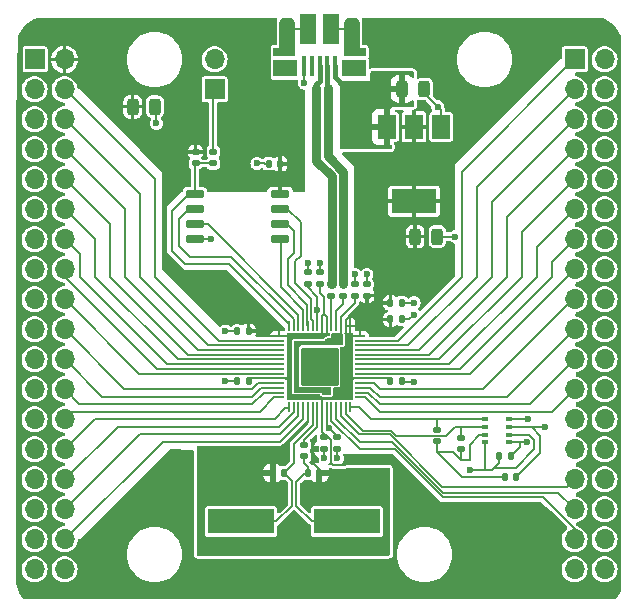
<source format=gbr>
G04 #@! TF.GenerationSoftware,KiCad,Pcbnew,7.0.7*
G04 #@! TF.CreationDate,2023-09-24T23:50:35-07:00*
G04 #@! TF.ProjectId,RP2040_minimal,52503230-3430-45f6-9d69-6e696d616c2e,REV1*
G04 #@! TF.SameCoordinates,Original*
G04 #@! TF.FileFunction,Copper,L1,Top*
G04 #@! TF.FilePolarity,Positive*
%FSLAX46Y46*%
G04 Gerber Fmt 4.6, Leading zero omitted, Abs format (unit mm)*
G04 Created by KiCad (PCBNEW 7.0.7) date 2023-09-24 23:50:35*
%MOMM*%
%LPD*%
G01*
G04 APERTURE LIST*
G04 Aperture macros list*
%AMRoundRect*
0 Rectangle with rounded corners*
0 $1 Rounding radius*
0 $2 $3 $4 $5 $6 $7 $8 $9 X,Y pos of 4 corners*
0 Add a 4 corners polygon primitive as box body*
4,1,4,$2,$3,$4,$5,$6,$7,$8,$9,$2,$3,0*
0 Add four circle primitives for the rounded corners*
1,1,$1+$1,$2,$3*
1,1,$1+$1,$4,$5*
1,1,$1+$1,$6,$7*
1,1,$1+$1,$8,$9*
0 Add four rect primitives between the rounded corners*
20,1,$1+$1,$2,$3,$4,$5,0*
20,1,$1+$1,$4,$5,$6,$7,0*
20,1,$1+$1,$6,$7,$8,$9,0*
20,1,$1+$1,$8,$9,$2,$3,0*%
G04 Aperture macros list end*
G04 #@! TA.AperFunction,SMDPad,CuDef*
%ADD10RoundRect,0.243750X-0.243750X-0.456250X0.243750X-0.456250X0.243750X0.456250X-0.243750X0.456250X0*%
G04 #@! TD*
G04 #@! TA.AperFunction,SMDPad,CuDef*
%ADD11R,0.400000X1.750000*%
G04 #@! TD*
G04 #@! TA.AperFunction,SMDPad,CuDef*
%ADD12R,1.825000X0.700000*%
G04 #@! TD*
G04 #@! TA.AperFunction,SMDPad,CuDef*
%ADD13R,2.000000X1.460000*%
G04 #@! TD*
G04 #@! TA.AperFunction,SMDPad,CuDef*
%ADD14RoundRect,0.384800X0.265200X1.240200X-0.265200X1.240200X-0.265200X-1.240200X0.265200X-1.240200X0*%
G04 #@! TD*
G04 #@! TA.AperFunction,ComponentPad*
%ADD15O,1.300000X1.800000*%
G04 #@! TD*
G04 #@! TA.AperFunction,ComponentPad*
%ADD16O,1.050000X1.450000*%
G04 #@! TD*
G04 #@! TA.AperFunction,SMDPad,CuDef*
%ADD17R,1.425000X2.500000*%
G04 #@! TD*
G04 #@! TA.AperFunction,ComponentPad*
%ADD18R,1.700000X1.700000*%
G04 #@! TD*
G04 #@! TA.AperFunction,ComponentPad*
%ADD19O,1.700000X1.700000*%
G04 #@! TD*
G04 #@! TA.AperFunction,SMDPad,CuDef*
%ADD20RoundRect,0.147500X0.172500X-0.147500X0.172500X0.147500X-0.172500X0.147500X-0.172500X-0.147500X0*%
G04 #@! TD*
G04 #@! TA.AperFunction,SMDPad,CuDef*
%ADD21RoundRect,0.147500X0.147500X0.172500X-0.147500X0.172500X-0.147500X-0.172500X0.147500X-0.172500X0*%
G04 #@! TD*
G04 #@! TA.AperFunction,SMDPad,CuDef*
%ADD22RoundRect,0.147500X-0.172500X0.147500X-0.172500X-0.147500X0.172500X-0.147500X0.172500X0.147500X0*%
G04 #@! TD*
G04 #@! TA.AperFunction,SMDPad,CuDef*
%ADD23R,1.500000X2.000000*%
G04 #@! TD*
G04 #@! TA.AperFunction,SMDPad,CuDef*
%ADD24R,3.800000X2.000000*%
G04 #@! TD*
G04 #@! TA.AperFunction,SMDPad,CuDef*
%ADD25RoundRect,0.150000X-0.650000X-0.150000X0.650000X-0.150000X0.650000X0.150000X-0.650000X0.150000X0*%
G04 #@! TD*
G04 #@! TA.AperFunction,SMDPad,CuDef*
%ADD26RoundRect,0.147500X-0.147500X-0.172500X0.147500X-0.172500X0.147500X0.172500X-0.147500X0.172500X0*%
G04 #@! TD*
G04 #@! TA.AperFunction,ComponentPad*
%ADD27C,0.600000*%
G04 #@! TD*
G04 #@! TA.AperFunction,SMDPad,CuDef*
%ADD28RoundRect,0.144000X-1.456000X-1.456000X1.456000X-1.456000X1.456000X1.456000X-1.456000X1.456000X0*%
G04 #@! TD*
G04 #@! TA.AperFunction,SMDPad,CuDef*
%ADD29RoundRect,0.050000X-0.050000X-0.387500X0.050000X-0.387500X0.050000X0.387500X-0.050000X0.387500X0*%
G04 #@! TD*
G04 #@! TA.AperFunction,SMDPad,CuDef*
%ADD30RoundRect,0.050000X-0.387500X-0.050000X0.387500X-0.050000X0.387500X0.050000X-0.387500X0.050000X0*%
G04 #@! TD*
G04 #@! TA.AperFunction,SMDPad,CuDef*
%ADD31R,5.600000X2.100000*%
G04 #@! TD*
G04 #@! TA.AperFunction,SMDPad,CuDef*
%ADD32RoundRect,0.140000X-0.170000X0.140000X-0.170000X-0.140000X0.170000X-0.140000X0.170000X0.140000X0*%
G04 #@! TD*
G04 #@! TA.AperFunction,SMDPad,CuDef*
%ADD33R,0.500000X0.350000*%
G04 #@! TD*
G04 #@! TA.AperFunction,SMDPad,CuDef*
%ADD34RoundRect,0.140000X0.140000X0.170000X-0.140000X0.170000X-0.140000X-0.170000X0.140000X-0.170000X0*%
G04 #@! TD*
G04 #@! TA.AperFunction,ViaPad*
%ADD35C,0.600000*%
G04 #@! TD*
G04 #@! TA.AperFunction,Conductor*
%ADD36C,0.150000*%
G04 #@! TD*
G04 #@! TA.AperFunction,Conductor*
%ADD37C,0.200000*%
G04 #@! TD*
G04 #@! TA.AperFunction,Conductor*
%ADD38C,0.400000*%
G04 #@! TD*
G04 #@! TA.AperFunction,Conductor*
%ADD39C,0.300000*%
G04 #@! TD*
G04 #@! TA.AperFunction,Conductor*
%ADD40C,0.800000*%
G04 #@! TD*
G04 APERTURE END LIST*
D10*
X109962500Y-89000000D03*
X108087500Y-89000000D03*
D11*
X101300000Y-74525000D03*
X100650000Y-74525000D03*
X100000000Y-74525000D03*
X99350000Y-74525000D03*
X98700000Y-74525000D03*
D12*
X102987500Y-73400000D03*
D13*
X102900000Y-74730000D03*
D14*
X102725000Y-72125000D03*
D15*
X102725000Y-71700000D03*
D16*
X102425000Y-74730000D03*
D17*
X100962500Y-71450000D03*
X99037500Y-71450000D03*
D16*
X97575000Y-74730000D03*
D14*
X97275000Y-72125000D03*
D15*
X97275000Y-71700000D03*
D13*
X97100000Y-74730000D03*
D12*
X97012500Y-73400000D03*
D18*
X91110000Y-76540000D03*
D19*
X91110000Y-74000000D03*
D18*
X75870000Y-74000000D03*
D19*
X78410000Y-74000000D03*
X75870000Y-76540000D03*
X78410000Y-76540000D03*
X75870000Y-79080000D03*
X78410000Y-79080000D03*
X75870000Y-81620000D03*
X78410000Y-81620000D03*
X75870000Y-84160000D03*
X78410000Y-84160000D03*
X75870000Y-86700000D03*
X78410000Y-86700000D03*
X75870000Y-89240000D03*
X78410000Y-89240000D03*
X75870000Y-91780000D03*
X78410000Y-91780000D03*
X75870000Y-94320000D03*
X78410000Y-94320000D03*
X75870000Y-96860000D03*
X78410000Y-96860000D03*
X75870000Y-99400000D03*
X78410000Y-99400000D03*
X75870000Y-101940000D03*
X78410000Y-101940000D03*
X75870000Y-104480000D03*
X78410000Y-104480000D03*
X75870000Y-107020000D03*
X78410000Y-107020000D03*
X75870000Y-109560000D03*
X78410000Y-109560000D03*
X75870000Y-112100000D03*
X78410000Y-112100000D03*
X75870000Y-114640000D03*
X78410000Y-114640000D03*
X75870000Y-117180000D03*
X78410000Y-117180000D03*
D20*
X104000000Y-94000000D03*
X104000000Y-93030000D03*
X103000000Y-94000000D03*
X103000000Y-93030000D03*
D21*
X93030000Y-101200000D03*
X94000000Y-101200000D03*
X95700000Y-82830000D03*
X96670000Y-82830000D03*
D22*
X89500000Y-81830000D03*
X89500000Y-82800000D03*
D18*
X121590000Y-74000000D03*
D19*
X124130000Y-74000000D03*
X121590000Y-76540000D03*
X124130000Y-76540000D03*
X121590000Y-79080000D03*
X124130000Y-79080000D03*
X121590000Y-81620000D03*
X124130000Y-81620000D03*
X121590000Y-84160000D03*
X124130000Y-84160000D03*
X121590000Y-86700000D03*
X124130000Y-86700000D03*
X121590000Y-89240000D03*
X124130000Y-89240000D03*
X121590000Y-91780000D03*
X124130000Y-91780000D03*
X121590000Y-94320000D03*
X124130000Y-94320000D03*
X121590000Y-96860000D03*
X124130000Y-96860000D03*
X121590000Y-99400000D03*
X124130000Y-99400000D03*
X121590000Y-101940000D03*
X124130000Y-101940000D03*
X121590000Y-104480000D03*
X124130000Y-104480000D03*
X121590000Y-107020000D03*
X124130000Y-107020000D03*
X121590000Y-109560000D03*
X124130000Y-109560000D03*
X121590000Y-112100000D03*
X124130000Y-112100000D03*
X121590000Y-114640000D03*
X124130000Y-114640000D03*
X121590000Y-117180000D03*
X124130000Y-117180000D03*
D23*
X105700000Y-79700000D03*
D24*
X108000000Y-86000000D03*
D23*
X108000000Y-79700000D03*
X110300000Y-79700000D03*
D25*
X96650000Y-85370000D03*
X96650000Y-86640000D03*
X96650000Y-87910000D03*
X96650000Y-89180000D03*
X89450000Y-89180000D03*
X89450000Y-87910000D03*
X89450000Y-86640000D03*
X89450000Y-85370000D03*
D26*
X99000000Y-109000000D03*
X99970000Y-109000000D03*
D20*
X91000000Y-82800000D03*
X91000000Y-81830000D03*
X100000000Y-92030000D03*
X100000000Y-93000000D03*
D26*
X106970000Y-101200000D03*
X106000000Y-101200000D03*
D22*
X100381000Y-106970000D03*
X100381000Y-106000000D03*
X101000000Y-93030000D03*
X101000000Y-94000000D03*
X101500000Y-106000000D03*
X101500000Y-106970000D03*
D10*
X107000000Y-76500000D03*
X108875000Y-76500000D03*
D21*
X94000000Y-97000000D03*
X93030000Y-97000000D03*
D26*
X106000000Y-94600000D03*
X106970000Y-94600000D03*
D27*
X101275000Y-101275000D03*
X101275000Y-100000000D03*
X101275000Y-98725000D03*
X100000000Y-101275000D03*
D28*
X100000000Y-100000000D03*
D27*
X100000000Y-100000000D03*
X100000000Y-98725000D03*
X98725000Y-101275000D03*
X98725000Y-100000000D03*
X98725000Y-98725000D03*
D29*
X97400000Y-96562500D03*
X97800000Y-96562500D03*
X98200000Y-96562500D03*
X98600000Y-96562500D03*
X99000000Y-96562500D03*
X99400000Y-96562500D03*
X99800000Y-96562500D03*
X100200000Y-96562500D03*
X100600000Y-96562500D03*
X101000000Y-96562500D03*
X101400000Y-96562500D03*
X101800000Y-96562500D03*
X102200000Y-96562500D03*
X102600000Y-96562500D03*
D30*
X103437500Y-97400000D03*
X103437500Y-97800000D03*
X103437500Y-98200000D03*
X103437500Y-98600000D03*
X103437500Y-99000000D03*
X103437500Y-99400000D03*
X103437500Y-99800000D03*
X103437500Y-100200000D03*
X103437500Y-100600000D03*
X103437500Y-101000000D03*
X103437500Y-101400000D03*
X103437500Y-101800000D03*
X103437500Y-102200000D03*
X103437500Y-102600000D03*
D29*
X102600000Y-103437500D03*
X102200000Y-103437500D03*
X101800000Y-103437500D03*
X101400000Y-103437500D03*
X101000000Y-103437500D03*
X100600000Y-103437500D03*
X100200000Y-103437500D03*
X99800000Y-103437500D03*
X99400000Y-103437500D03*
X99000000Y-103437500D03*
X98600000Y-103437500D03*
X98200000Y-103437500D03*
X97800000Y-103437500D03*
X97400000Y-103437500D03*
D30*
X96562500Y-102600000D03*
X96562500Y-102200000D03*
X96562500Y-101800000D03*
X96562500Y-101400000D03*
X96562500Y-101000000D03*
X96562500Y-100600000D03*
X96562500Y-100200000D03*
X96562500Y-99800000D03*
X96562500Y-99400000D03*
X96562500Y-99000000D03*
X96562500Y-98600000D03*
X96562500Y-98200000D03*
X96562500Y-97800000D03*
X96562500Y-97400000D03*
D21*
X97000000Y-109000000D03*
X96030000Y-109000000D03*
D22*
X102000000Y-93030000D03*
X102000000Y-94000000D03*
D20*
X99000000Y-93000000D03*
X99000000Y-92030000D03*
D26*
X106000000Y-96000000D03*
X106970000Y-96000000D03*
D22*
X98700000Y-106630000D03*
X98700000Y-107600000D03*
D31*
X93341000Y-113116000D03*
X102341000Y-113116000D03*
D10*
X84177500Y-78000000D03*
X86052500Y-78000000D03*
D32*
X111988800Y-106032000D03*
X111988800Y-106992000D03*
D33*
X113970000Y-106430000D03*
X113970000Y-105780000D03*
X113970000Y-105130000D03*
X113970000Y-104480000D03*
X116020000Y-104480000D03*
X116020000Y-105130000D03*
X116020000Y-105780000D03*
X116020000Y-106430000D03*
D32*
X109956800Y-105371600D03*
X109956800Y-106331600D03*
D34*
X116177200Y-107578800D03*
X115217200Y-107578800D03*
X115674400Y-109356800D03*
X116634400Y-109356800D03*
D35*
X117678400Y-104429200D03*
X119050000Y-105140400D03*
X117526000Y-106430000D03*
X112700000Y-108747200D03*
X99555500Y-106956500D03*
X97890000Y-112900000D03*
X98790000Y-111400000D03*
X90090000Y-114700000D03*
X90090000Y-111400000D03*
X105490000Y-111400000D03*
X108000000Y-94600000D03*
X92000000Y-97000000D03*
X104000000Y-92200000D03*
X110000000Y-78000000D03*
X101500000Y-107782004D03*
X108000000Y-101305000D03*
X108000000Y-95600000D03*
X92000000Y-101200000D03*
X98700000Y-76000000D03*
X99000000Y-91200008D03*
X86190000Y-79400000D03*
X100380994Y-107781990D03*
X95174000Y-109000000D03*
X111500000Y-89000000D03*
X100762000Y-108988500D03*
X96800000Y-111400000D03*
X105490000Y-115100000D03*
X103000000Y-92200000D03*
X100000000Y-91200000D03*
X97079000Y-106829500D03*
X90800000Y-89200000D03*
X94700000Y-82800000D03*
X104600000Y-73300000D03*
X95400000Y-73300000D03*
X99800000Y-95199994D03*
X100700000Y-97900000D03*
X100599970Y-102100000D03*
X100800000Y-105200000D03*
D36*
X105108750Y-101940000D02*
X113843000Y-101940000D01*
X113843000Y-101940000D02*
X121463000Y-94320000D01*
X103437500Y-101400000D02*
X104568750Y-101400000D01*
X104568750Y-101400000D02*
X105108750Y-101940000D01*
X121463000Y-94320000D02*
X121590000Y-94320000D01*
X105080000Y-102575000D02*
X115875000Y-102575000D01*
X115875000Y-102575000D02*
X121590000Y-96860000D01*
X104305000Y-101800000D02*
X105080000Y-102575000D01*
X103437500Y-101800000D02*
X104305000Y-101800000D01*
X105080000Y-103210000D02*
X117780000Y-103210000D01*
X104070000Y-102200000D02*
X105080000Y-103210000D01*
X103437500Y-102200000D02*
X104070000Y-102200000D01*
X117780000Y-103210000D02*
X121590000Y-99400000D01*
X103835000Y-102600000D02*
X103437500Y-102600000D01*
X105080000Y-103845000D02*
X103835000Y-102600000D01*
X119685000Y-103845000D02*
X105080000Y-103845000D01*
X121590000Y-101940000D02*
X119685000Y-103845000D01*
X106350000Y-107020000D02*
X103408501Y-107020000D01*
X103408501Y-107020000D02*
X101000000Y-104611499D01*
X118923000Y-111084000D02*
X110414000Y-111084000D01*
X121590000Y-113751000D02*
X118923000Y-111084000D01*
X110414000Y-111084000D02*
X106350000Y-107020000D01*
X101000000Y-104611499D02*
X101000000Y-103437500D01*
X121590000Y-114640000D02*
X121590000Y-113751000D01*
X106139264Y-106385000D02*
X103385000Y-106385000D01*
X110457264Y-110703000D02*
X106139264Y-106385000D01*
X101400000Y-104400000D02*
X101400000Y-103437500D01*
X120193000Y-110703000D02*
X110457264Y-110703000D01*
X103385000Y-106385000D02*
X101400000Y-104400000D01*
X121590000Y-112100000D02*
X120193000Y-110703000D01*
X103350000Y-105750000D02*
X101800000Y-104200000D01*
X105928528Y-105750000D02*
X103350000Y-105750000D01*
X110373528Y-110195000D02*
X105928528Y-105750000D01*
X121590000Y-109560000D02*
X120955000Y-110195000D01*
X120955000Y-110195000D02*
X110373528Y-110195000D01*
X101800000Y-104200000D02*
X101800000Y-103437500D01*
X117627600Y-104480000D02*
X117678400Y-104429200D01*
X116020000Y-104480000D02*
X117627600Y-104480000D01*
X114760000Y-108594800D02*
X114607600Y-108747200D01*
X116611600Y-108594800D02*
X114760000Y-108594800D01*
X118186400Y-106258000D02*
X118186400Y-107020000D01*
X118186400Y-107020000D02*
X116611600Y-108594800D01*
X117708400Y-105780000D02*
X118186400Y-106258000D01*
X116020000Y-105780000D02*
X117708400Y-105780000D01*
X115217200Y-107578800D02*
X115217200Y-108137600D01*
X115217200Y-108137600D02*
X114607600Y-108747200D01*
X116967200Y-106788800D02*
X116177200Y-107578800D01*
X116967200Y-106430000D02*
X116967200Y-106788800D01*
X118694400Y-107296800D02*
X116634400Y-109356800D01*
X118694400Y-105841200D02*
X118694400Y-107296800D01*
X117983200Y-105130000D02*
X118694400Y-105841200D01*
X119039600Y-105130000D02*
X117983200Y-105130000D01*
X119050000Y-105140400D02*
X119039600Y-105130000D01*
X113970000Y-106430000D02*
X113970000Y-108747200D01*
X113970000Y-108747200D02*
X114607600Y-108747200D01*
X112700000Y-108747200D02*
X113970000Y-108747200D01*
X116967200Y-106430000D02*
X116020000Y-106430000D01*
X117526000Y-106430000D02*
X116967200Y-106430000D01*
X112039600Y-109356800D02*
X109956800Y-107274000D01*
X115674400Y-109356800D02*
X112039600Y-109356800D01*
X116020000Y-105130000D02*
X117983200Y-105130000D01*
X109956800Y-106331600D02*
X109956800Y-107274000D01*
D37*
X111328400Y-107274000D02*
X109956800Y-107274000D01*
X111938000Y-107883600D02*
X111328400Y-107274000D01*
D36*
X109956800Y-104530800D02*
X109906000Y-104480000D01*
X109956800Y-105371600D02*
X109956800Y-104530800D01*
X109906000Y-104480000D02*
X113970000Y-104480000D01*
X108991600Y-104480000D02*
X109906000Y-104480000D01*
X111988800Y-107832800D02*
X111938000Y-107883600D01*
X111988800Y-106992000D02*
X111988800Y-107832800D01*
D37*
X112700000Y-107883600D02*
X111938000Y-107883600D01*
D36*
X111988800Y-105180800D02*
X111938000Y-105130000D01*
X111988800Y-106032000D02*
X111988800Y-105180800D01*
X111938000Y-105130000D02*
X113970000Y-105130000D01*
X111430000Y-105130000D02*
X111938000Y-105130000D01*
D37*
X112700000Y-106600000D02*
X112700000Y-107883600D01*
X113520000Y-105780000D02*
X112700000Y-106600000D01*
X113970000Y-105780000D02*
X113520000Y-105780000D01*
D36*
X104385181Y-104480000D02*
X108991600Y-104480000D01*
X106454392Y-105851600D02*
X110708400Y-105851600D01*
X106052792Y-105450000D02*
X106454392Y-105851600D01*
X102200000Y-104000000D02*
X103650000Y-105450000D01*
X103650000Y-105450000D02*
X106052792Y-105450000D01*
X102200000Y-103437500D02*
X102200000Y-104000000D01*
X110708400Y-105851600D02*
X111430000Y-105130000D01*
D37*
X93030000Y-101200000D02*
X92000000Y-101200000D01*
X95375000Y-82800000D02*
X94700000Y-82800000D01*
X97540000Y-71450000D02*
X97270000Y-71720000D01*
X89450000Y-89180000D02*
X90780000Y-89180000D01*
X96030000Y-109000000D02*
X95174000Y-109000000D01*
X104000000Y-93030000D02*
X104000000Y-92200000D01*
X106970000Y-94600000D02*
X108000000Y-94600000D01*
D36*
X99970000Y-109000000D02*
X100750500Y-109000000D01*
D37*
X100000000Y-92030000D02*
X100000000Y-91200000D01*
D36*
X107600000Y-96000000D02*
X108000000Y-95600000D01*
D37*
X106970000Y-101200000D02*
X107075000Y-101305000D01*
X99000000Y-92030000D02*
X99000000Y-91200008D01*
D36*
X99970000Y-109000000D02*
X99970000Y-108680000D01*
D37*
X100381000Y-106970000D02*
X100381000Y-107781984D01*
X95700000Y-82830000D02*
X95405000Y-82830000D01*
D36*
X99555500Y-108265500D02*
X99555500Y-108099500D01*
X86140000Y-78950000D02*
X86190000Y-79000000D01*
D37*
X110300000Y-78300000D02*
X110000000Y-78000000D01*
X98700000Y-74600000D02*
X98700000Y-76000000D01*
X110050000Y-89000000D02*
X111500000Y-89000000D01*
D36*
X106970000Y-96000000D02*
X107600000Y-96000000D01*
X86140000Y-78000000D02*
X86140000Y-79250000D01*
X97079000Y-106575500D02*
X97079000Y-106829500D01*
D37*
X107075000Y-101305000D02*
X108000000Y-101305000D01*
D36*
X99000000Y-104654500D02*
X97079000Y-106575500D01*
D37*
X99040000Y-71450000D02*
X97540000Y-71450000D01*
D36*
X99000000Y-103437500D02*
X99000000Y-104654500D01*
D37*
X100381000Y-107781984D02*
X100380994Y-107781990D01*
X108875000Y-76500000D02*
X108875000Y-76875000D01*
X100960000Y-71450000D02*
X102460000Y-71450000D01*
X95405000Y-82830000D02*
X95375000Y-82800000D01*
X103000000Y-93030000D02*
X103000000Y-92200000D01*
D36*
X100750500Y-109000000D02*
X100762000Y-108988500D01*
D37*
X99000000Y-113350000D02*
X99000000Y-114400000D01*
X108875000Y-76875000D02*
X110000000Y-78000000D01*
D36*
X99970000Y-108680000D02*
X99555500Y-108265500D01*
D37*
X101500000Y-106970000D02*
X101500000Y-107782004D01*
X110300000Y-79700000D02*
X110300000Y-78300000D01*
X90780000Y-89180000D02*
X90800000Y-89200000D01*
X96800000Y-111650000D02*
X96800000Y-110599974D01*
X93030000Y-97000000D02*
X92000000Y-97000000D01*
D36*
X86190000Y-79000000D02*
X86190000Y-79100000D01*
D37*
X102460000Y-71450000D02*
X102730000Y-71720000D01*
D38*
X101300000Y-75500000D02*
X102100000Y-76300000D01*
X101300000Y-74525000D02*
X101300000Y-75500000D01*
D36*
X97650500Y-109650500D02*
X97650500Y-111782500D01*
X97800000Y-108200000D02*
X97000000Y-109000000D01*
X96317000Y-113116000D02*
X93341000Y-113116000D01*
X99400000Y-104937861D02*
X97800000Y-106537861D01*
X97650500Y-111782500D02*
X96317000Y-113116000D01*
X97000000Y-109000000D02*
X97650500Y-109650500D01*
X97800000Y-106537861D02*
X97800000Y-108200000D01*
X99400000Y-103437500D02*
X99400000Y-104937861D01*
X98700000Y-106200000D02*
X98700000Y-106630000D01*
X99800000Y-105100000D02*
X98700000Y-106200000D01*
X99800000Y-103437500D02*
X99800000Y-105100000D01*
D37*
X100200000Y-97400000D02*
X100200000Y-97000000D01*
X100600000Y-96562500D02*
X100600000Y-97200000D01*
X100350001Y-94112535D02*
X100350001Y-95549999D01*
X100200000Y-96562500D02*
X100200000Y-97400000D01*
X100200000Y-95700000D02*
X100200000Y-96562500D01*
X100000000Y-93762534D02*
X100350001Y-94112535D01*
D39*
X74700000Y-72900000D02*
X74700000Y-75200000D01*
D37*
X96650000Y-85370000D02*
X96650000Y-82850000D01*
D36*
X100701000Y-106000000D02*
X100952500Y-106251500D01*
D37*
X100200000Y-103437500D02*
X100200000Y-102800000D01*
X102200000Y-96100000D02*
X103600000Y-94700000D01*
X96562500Y-97400000D02*
X95700000Y-97400000D01*
X103437500Y-101000000D02*
X105800000Y-101000000D01*
X100381000Y-105686500D02*
X100381000Y-106000000D01*
X100600000Y-97200000D02*
X100400000Y-97400000D01*
X108000000Y-86000000D02*
X108000000Y-89000000D01*
D36*
X100952500Y-108163000D02*
X101096505Y-108307005D01*
D37*
X94200000Y-101000000D02*
X94000000Y-101200000D01*
X100200000Y-102800000D02*
X100000000Y-102600000D01*
X96562500Y-97400000D02*
X97400000Y-97400000D01*
X100200000Y-103437500D02*
X100200000Y-105505500D01*
X100350001Y-95549999D02*
X100200000Y-95700000D01*
X96562500Y-101000000D02*
X94200000Y-101000000D01*
X103437500Y-97400000D02*
X102600000Y-97400000D01*
D36*
X100952500Y-106251500D02*
X100952500Y-108163000D01*
D37*
X103437500Y-101000000D02*
X102600000Y-101000000D01*
X96650000Y-82850000D02*
X96670000Y-82830000D01*
X102600000Y-96562500D02*
X102600000Y-97400000D01*
D36*
X101096505Y-108307005D02*
X102141995Y-108307005D01*
D37*
X102200000Y-96562500D02*
X102200000Y-96100000D01*
X100600000Y-95799998D02*
X100350001Y-95549999D01*
X96562500Y-101000000D02*
X97400000Y-101000000D01*
X102200000Y-97200000D02*
X102400000Y-97400000D01*
X100200000Y-105505500D02*
X100381000Y-105686500D01*
D36*
X100381000Y-106000000D02*
X100701000Y-106000000D01*
D37*
X105800000Y-101000000D02*
X106000000Y-101200000D01*
X100000000Y-93000000D02*
X100000000Y-93762534D01*
X102200000Y-96562500D02*
X102200000Y-97200000D01*
X100600000Y-96562500D02*
X100600000Y-95799998D01*
X99800000Y-96562500D02*
X99800000Y-95199994D01*
X101800000Y-96562500D02*
X101800000Y-95800000D01*
X99000000Y-93000000D02*
X99000000Y-93295000D01*
X100600000Y-105000000D02*
X100800000Y-105200000D01*
D36*
X100500000Y-97900000D02*
X100700000Y-97900000D01*
D37*
X100600000Y-103437500D02*
X100600000Y-105000000D01*
X101800000Y-95800000D02*
X103000000Y-94600000D01*
D36*
X100400000Y-98000000D02*
X100500000Y-97900000D01*
D37*
X99000000Y-93295000D02*
X99800000Y-94095000D01*
X103000000Y-94600000D02*
X103000000Y-94000000D01*
X101800000Y-96562500D02*
X101800000Y-97400000D01*
X101500000Y-105900000D02*
X100800000Y-105200000D01*
X101500000Y-106000000D02*
X101500000Y-105900000D01*
X99800000Y-94775730D02*
X99800000Y-95199994D01*
X99800000Y-94095000D02*
X99800000Y-94775730D01*
D36*
X91000000Y-81830000D02*
X91000000Y-76650000D01*
X91000000Y-76650000D02*
X91110000Y-76540000D01*
X96687861Y-106350000D02*
X86700000Y-106350000D01*
X98600000Y-104437861D02*
X96687861Y-106350000D01*
X86700000Y-106350000D02*
X78410000Y-114640000D01*
X98600000Y-103437500D02*
X98600000Y-104437861D01*
X98200000Y-104190000D02*
X96675000Y-105715000D01*
X96675000Y-105715000D02*
X84795000Y-105715000D01*
X98200000Y-103437500D02*
X98200000Y-104190000D01*
X84795000Y-105715000D02*
X78410000Y-112100000D01*
X97800000Y-103875000D02*
X96595000Y-105080000D01*
X97800000Y-103437500D02*
X97800000Y-103875000D01*
X82890000Y-105080000D02*
X78410000Y-109560000D01*
X96595000Y-105080000D02*
X82890000Y-105080000D01*
X97097500Y-103537500D02*
X96190000Y-104445000D01*
X97300000Y-103537500D02*
X97097500Y-103537500D01*
X80985000Y-104445000D02*
X78410000Y-107020000D01*
X96190000Y-104445000D02*
X80985000Y-104445000D01*
X97400000Y-103437500D02*
X97300000Y-103537500D01*
X96130000Y-102600000D02*
X94920000Y-103810000D01*
X79080000Y-103810000D02*
X78410000Y-104480000D01*
X94920000Y-103810000D02*
X79080000Y-103810000D01*
X96562500Y-102600000D02*
X96130000Y-102600000D01*
X95260000Y-102200000D02*
X94285000Y-103175000D01*
X96562500Y-102200000D02*
X95260000Y-102200000D01*
X94285000Y-103175000D02*
X79645000Y-103175000D01*
X79645000Y-103175000D02*
X78410000Y-101940000D01*
X81550000Y-102540000D02*
X78410000Y-99400000D01*
X94285000Y-102540000D02*
X81550000Y-102540000D01*
X95025000Y-101800000D02*
X94285000Y-102540000D01*
X96562500Y-101800000D02*
X95025000Y-101800000D01*
X83455000Y-101905000D02*
X78410000Y-96860000D01*
X94790000Y-101400000D02*
X94285000Y-101905000D01*
X94285000Y-101905000D02*
X83455000Y-101905000D01*
X96562500Y-101400000D02*
X94790000Y-101400000D01*
X84690000Y-100600000D02*
X78410000Y-94320000D01*
X96562500Y-100600000D02*
X84690000Y-100600000D01*
X78410000Y-92380000D02*
X78410000Y-91780000D01*
X86230000Y-100200000D02*
X78410000Y-92380000D01*
X96562500Y-100200000D02*
X86230000Y-100200000D01*
X96562500Y-99800000D02*
X87100000Y-99800000D01*
X87100000Y-99800000D02*
X79680000Y-92380000D01*
X79680000Y-90510000D02*
X78410000Y-89240000D01*
X79680000Y-92380000D02*
X79680000Y-90510000D01*
X96562500Y-99400000D02*
X87970000Y-99400000D01*
X80950000Y-89240000D02*
X78410000Y-86700000D01*
X87970000Y-99400000D02*
X80950000Y-92380000D01*
X80950000Y-92380000D02*
X80950000Y-89240000D01*
X82220000Y-92380000D02*
X82220000Y-87952500D01*
X88840000Y-99000000D02*
X82220000Y-92380000D01*
X78427500Y-84160000D02*
X78410000Y-84160000D01*
X96562500Y-99000000D02*
X88840000Y-99000000D01*
X82220000Y-87952500D02*
X78427500Y-84160000D01*
X83490000Y-86682500D02*
X78427500Y-81620000D01*
X83490000Y-92380000D02*
X83490000Y-86682500D01*
X78427500Y-81620000D02*
X78410000Y-81620000D01*
X96562500Y-98600000D02*
X89710000Y-98600000D01*
X89710000Y-98600000D02*
X83490000Y-92380000D01*
X84760000Y-85412500D02*
X78427500Y-79080000D01*
X78427500Y-79080000D02*
X78410000Y-79080000D01*
X96562500Y-98200000D02*
X90580000Y-98200000D01*
X84760000Y-92380000D02*
X84760000Y-85412500D01*
X90580000Y-98200000D02*
X84760000Y-92380000D01*
X86030000Y-92380000D02*
X86030000Y-84160000D01*
X96562500Y-97800000D02*
X91450000Y-97800000D01*
X86030000Y-84160000D02*
X78410000Y-76540000D01*
X91450000Y-97800000D02*
X86030000Y-92380000D01*
X121581250Y-74000000D02*
X121590000Y-74000000D01*
X112065000Y-83516250D02*
X121581250Y-74000000D01*
X106645000Y-97800000D02*
X112065000Y-92380000D01*
X112065000Y-92380000D02*
X112065000Y-83516250D01*
X103437500Y-97800000D02*
X106645000Y-97800000D01*
X113335000Y-92380000D02*
X113335000Y-84795000D01*
X103437500Y-98200000D02*
X107515000Y-98200000D01*
X120930000Y-77200000D02*
X121590000Y-76540000D01*
X113335000Y-84795000D02*
X120930000Y-77200000D01*
X107515000Y-98200000D02*
X113335000Y-92380000D01*
X114605000Y-92380000D02*
X114605000Y-86065000D01*
X108385000Y-98600000D02*
X114605000Y-92380000D01*
X120920000Y-79750000D02*
X121590000Y-79080000D01*
X103437500Y-98600000D02*
X108385000Y-98600000D01*
X114605000Y-86065000D02*
X120920000Y-79750000D01*
X120920000Y-82290000D02*
X121590000Y-81620000D01*
X109272500Y-99000000D02*
X115875000Y-92397500D01*
X103437500Y-99000000D02*
X109272500Y-99000000D01*
X115875000Y-92397500D02*
X115875000Y-87335000D01*
X115875000Y-87335000D02*
X120920000Y-82290000D01*
X103437500Y-99400000D02*
X110125000Y-99400000D01*
X120920000Y-84830000D02*
X121590000Y-84160000D01*
X110125000Y-99400000D02*
X117145000Y-92380000D01*
X117145000Y-92380000D02*
X117145000Y-88605000D01*
X117145000Y-88605000D02*
X120920000Y-84830000D01*
X110995000Y-99800000D02*
X118415000Y-92380000D01*
X118415000Y-89875000D02*
X120920000Y-87370000D01*
X118415000Y-92380000D02*
X118415000Y-89875000D01*
X120920000Y-87370000D02*
X121590000Y-86700000D01*
X103437500Y-99800000D02*
X110995000Y-99800000D01*
X111865000Y-100200000D02*
X105200000Y-100200000D01*
X121590000Y-89240000D02*
X119685000Y-91145000D01*
X119685000Y-91145000D02*
X119685000Y-92380000D01*
X105200000Y-100200000D02*
X103437500Y-100200000D01*
X119685000Y-92380000D02*
X111865000Y-100200000D01*
X112770000Y-100600000D02*
X120320000Y-93050000D01*
X120320000Y-93050000D02*
X121590000Y-91780000D01*
X103437500Y-100600000D02*
X112770000Y-100600000D01*
X89450000Y-85370000D02*
X89450000Y-82850000D01*
X87500000Y-90200000D02*
X88600000Y-91300000D01*
X92300000Y-91300000D02*
X97400000Y-96400000D01*
X97400000Y-96400000D02*
X97400000Y-96600000D01*
X88930000Y-85370000D02*
X87500000Y-86800000D01*
X89450000Y-85370000D02*
X88930000Y-85370000D01*
X89500000Y-82800000D02*
X91000000Y-82800000D01*
X97400000Y-96600000D02*
X97400000Y-96627500D01*
X87500000Y-86800000D02*
X87500000Y-90200000D01*
X88600000Y-91300000D02*
X92300000Y-91300000D01*
X89450000Y-82850000D02*
X89500000Y-82800000D01*
X98400000Y-90600000D02*
X98400000Y-87800000D01*
X97240000Y-86640000D02*
X96650000Y-86640000D01*
X97900000Y-91100000D02*
X98400000Y-90600000D01*
X98400000Y-87800000D02*
X97240000Y-86640000D01*
X99251321Y-94251321D02*
X97900000Y-92900000D01*
X97900000Y-92900000D02*
X97900000Y-91100000D01*
X99400000Y-96562500D02*
X99400000Y-96125000D01*
X99251321Y-95976321D02*
X99251321Y-94251321D01*
X99400000Y-96125000D02*
X99251321Y-95976321D01*
X97300000Y-90900000D02*
X97800000Y-90400000D01*
X98951310Y-96523810D02*
X98951310Y-94751310D01*
X97800000Y-90400000D02*
X97800000Y-88500000D01*
X97800000Y-88500000D02*
X97210000Y-87910000D01*
X99000000Y-96572500D02*
X98951310Y-96523810D01*
X98951310Y-94751310D02*
X97300000Y-93100000D01*
X97300000Y-93100000D02*
X97300000Y-90900000D01*
X97210000Y-87910000D02*
X96650000Y-87910000D01*
X98600000Y-95200000D02*
X96700000Y-93300000D01*
X98600000Y-96572500D02*
X98600000Y-95200000D01*
X96700000Y-93300000D02*
X96700000Y-89230000D01*
X96700000Y-89230000D02*
X96650000Y-89180000D01*
X98200000Y-95600000D02*
X90510000Y-87910000D01*
X98200000Y-96572500D02*
X98200000Y-95600000D01*
X90510000Y-87910000D02*
X89450000Y-87910000D01*
X88100000Y-87500000D02*
X88960000Y-86640000D01*
X97800000Y-96572500D02*
X97800000Y-96000000D01*
X89000000Y-90700000D02*
X88100000Y-89800000D01*
X88100000Y-89800000D02*
X88100000Y-87500000D01*
X97800000Y-96000000D02*
X92500000Y-90700000D01*
X92500000Y-90700000D02*
X89000000Y-90700000D01*
X88960000Y-86640000D02*
X89450000Y-86640000D01*
D40*
X99725000Y-82596752D02*
X99725000Y-76400000D01*
X101025000Y-83896752D02*
X99725000Y-82596752D01*
D38*
X100000000Y-74525000D02*
X100000000Y-75800000D01*
X100000000Y-75800000D02*
X99725000Y-76075000D01*
D40*
X101000000Y-93030000D02*
X101025000Y-93005000D01*
X101025000Y-93005000D02*
X101025000Y-83896752D01*
D38*
X99725000Y-76075000D02*
X99725000Y-76400000D01*
X100650000Y-76375000D02*
X100675000Y-76400000D01*
D40*
X102000000Y-93030000D02*
X101975000Y-93005000D01*
X101975000Y-83503248D02*
X100675000Y-82203248D01*
X100675000Y-82203248D02*
X100675000Y-76400000D01*
X101975000Y-93005000D02*
X101975000Y-83503248D01*
D38*
X100650000Y-74525000D02*
X100650000Y-76375000D01*
D36*
X99000000Y-109000000D02*
X98802500Y-109000000D01*
X99365000Y-113116000D02*
X102341000Y-113116000D01*
X98802500Y-109000000D02*
X98031500Y-109771000D01*
X99000000Y-108500000D02*
X99000000Y-109000000D01*
X98031500Y-111782500D02*
X99365000Y-113116000D01*
X98700000Y-107600000D02*
X98700000Y-108200000D01*
X98700000Y-108200000D02*
X99000000Y-108500000D01*
X98031500Y-109771000D02*
X98031500Y-111782500D01*
D37*
X101000000Y-96562500D02*
X101000000Y-94000000D01*
X101400000Y-95300000D02*
X102000000Y-94700000D01*
X101400000Y-96562500D02*
X101400000Y-95300000D01*
X102000000Y-94700000D02*
X102000000Y-94000000D01*
D36*
X103342681Y-103437500D02*
X104385181Y-104480000D01*
X102600000Y-103437500D02*
X103342681Y-103437500D01*
G04 #@! TA.AperFunction,Conductor*
G36*
X107943039Y-75019685D02*
G01*
X107988794Y-75072489D01*
X108000000Y-75124000D01*
X108000000Y-75437503D01*
X107980315Y-75504542D01*
X107927511Y-75550297D01*
X107858353Y-75560241D01*
X107794797Y-75531216D01*
X107788319Y-75525184D01*
X107713187Y-75450052D01*
X107563614Y-75357794D01*
X107396800Y-75302518D01*
X107396800Y-75302517D01*
X107293854Y-75292000D01*
X107254000Y-75292000D01*
X107254000Y-77707999D01*
X107293840Y-77707999D01*
X107293856Y-77707998D01*
X107396801Y-77697482D01*
X107396804Y-77697481D01*
X107563614Y-77642205D01*
X107713187Y-77549947D01*
X107788319Y-77474816D01*
X107849642Y-77441331D01*
X107919334Y-77446315D01*
X107975267Y-77488187D01*
X107999684Y-77553651D01*
X108000000Y-77562497D01*
X108000000Y-77876000D01*
X107980315Y-77943039D01*
X107927511Y-77988794D01*
X107876000Y-78000000D01*
X106100000Y-78000000D01*
X106100000Y-78068000D01*
X106080315Y-78135039D01*
X106027511Y-78180794D01*
X105976000Y-78192000D01*
X105954000Y-78192000D01*
X105954000Y-81208000D01*
X105976000Y-81208000D01*
X106043039Y-81227685D01*
X106088794Y-81280489D01*
X106100000Y-81332000D01*
X106100000Y-81476000D01*
X106080315Y-81543039D01*
X106027511Y-81588794D01*
X105976000Y-81600000D01*
X101824000Y-81600000D01*
X101756961Y-81580315D01*
X101711206Y-81527511D01*
X101700000Y-81476000D01*
X101700000Y-79954000D01*
X104442000Y-79954000D01*
X104442000Y-80748581D01*
X104448506Y-80809097D01*
X104499553Y-80945961D01*
X104587096Y-81062903D01*
X104704038Y-81150445D01*
X104704038Y-81150446D01*
X104840902Y-81201493D01*
X104901418Y-81207999D01*
X104901420Y-81208000D01*
X105446000Y-81208000D01*
X105446000Y-79954000D01*
X104442000Y-79954000D01*
X101700000Y-79954000D01*
X101700000Y-79446000D01*
X104442000Y-79446000D01*
X105446000Y-79446000D01*
X105446000Y-78192000D01*
X104901418Y-78192000D01*
X104840902Y-78198506D01*
X104704038Y-78249553D01*
X104704038Y-78249554D01*
X104587096Y-78337096D01*
X104499554Y-78454038D01*
X104499553Y-78454038D01*
X104448506Y-78590902D01*
X104442000Y-78651418D01*
X104442000Y-79446000D01*
X101700000Y-79446000D01*
X101700000Y-76754000D01*
X106004501Y-76754000D01*
X106004501Y-77006356D01*
X106015017Y-77109301D01*
X106015018Y-77109304D01*
X106070294Y-77276114D01*
X106162552Y-77425687D01*
X106286812Y-77549947D01*
X106436385Y-77642205D01*
X106603199Y-77697481D01*
X106603200Y-77697482D01*
X106706151Y-77707999D01*
X106746000Y-77707999D01*
X106746000Y-76754000D01*
X106004501Y-76754000D01*
X101700000Y-76754000D01*
X101700000Y-76246000D01*
X106004500Y-76246000D01*
X106746000Y-76246000D01*
X106746000Y-75292000D01*
X106706161Y-75292000D01*
X106706141Y-75292001D01*
X106603198Y-75302517D01*
X106603195Y-75302518D01*
X106436385Y-75357794D01*
X106286812Y-75450052D01*
X106162552Y-75574312D01*
X106070294Y-75723885D01*
X106015018Y-75890699D01*
X106015017Y-75890699D01*
X106004500Y-75993645D01*
X106004500Y-76246000D01*
X101700000Y-76246000D01*
X101700000Y-75946919D01*
X101719684Y-75879884D01*
X101749689Y-75847655D01*
X101780311Y-75824732D01*
X101845776Y-75800316D01*
X101854621Y-75800000D01*
X104300000Y-75800000D01*
X104300000Y-75124000D01*
X104319685Y-75056961D01*
X104372489Y-75011206D01*
X104424000Y-75000000D01*
X107876000Y-75000000D01*
X107943039Y-75019685D01*
G37*
G04 #@! TD.AperFunction*
G04 #@! TA.AperFunction,Conductor*
G36*
X101931428Y-97217313D02*
G01*
X101956439Y-97259562D01*
X101964034Y-97297741D01*
X101967053Y-97302259D01*
X101987529Y-97332904D01*
X102000000Y-97374015D01*
X102000000Y-98126000D01*
X101982687Y-98173566D01*
X101938850Y-98198876D01*
X101926000Y-98200000D01*
X98400000Y-98200000D01*
X98400000Y-98240863D01*
X98382687Y-98288429D01*
X98378326Y-98293189D01*
X98296830Y-98374684D01*
X98252357Y-98475405D01*
X98252356Y-98475409D01*
X98249500Y-98500032D01*
X98249500Y-101499967D01*
X98252356Y-101524590D01*
X98252357Y-101524594D01*
X98296830Y-101625315D01*
X98374685Y-101703170D01*
X98475406Y-101747643D01*
X98500032Y-101750500D01*
X100926000Y-101750500D01*
X100973566Y-101767813D01*
X100998876Y-101811650D01*
X101000000Y-101824500D01*
X101000000Y-102326000D01*
X100982687Y-102373566D01*
X100938850Y-102398876D01*
X100926000Y-102400000D01*
X100274000Y-102400000D01*
X100226434Y-102382687D01*
X100201124Y-102338850D01*
X100200000Y-102326000D01*
X100200000Y-102200000D01*
X97874000Y-102200000D01*
X97826434Y-102182687D01*
X97801124Y-102138850D01*
X97800000Y-102126000D01*
X97800000Y-97874000D01*
X97817313Y-97826434D01*
X97861150Y-97801124D01*
X97874000Y-97800000D01*
X100600000Y-97800000D01*
X100600000Y-97674000D01*
X100617313Y-97626434D01*
X100661150Y-97601124D01*
X100674000Y-97600000D01*
X101000000Y-97600000D01*
X101000000Y-97274000D01*
X101017313Y-97226434D01*
X101061150Y-97201124D01*
X101074000Y-97200000D01*
X101883862Y-97200000D01*
X101931428Y-97217313D01*
G37*
G04 #@! TD.AperFunction*
G04 #@! TA.AperFunction,Conductor*
G36*
X100853877Y-97220815D02*
G01*
X100844500Y-97273996D01*
X100844500Y-97370500D01*
X100827187Y-97418066D01*
X100783350Y-97443376D01*
X100770500Y-97444500D01*
X100670608Y-97444500D01*
X100663829Y-97444796D01*
X100647604Y-97446214D01*
X100647597Y-97446215D01*
X100644564Y-97447172D01*
X100638271Y-97448606D01*
X100510931Y-97485995D01*
X100401954Y-97556031D01*
X100401947Y-97556036D01*
X100347426Y-97618959D01*
X100303193Y-97643570D01*
X100291500Y-97644500D01*
X97870608Y-97644500D01*
X97863829Y-97644796D01*
X97847604Y-97646214D01*
X97847597Y-97646215D01*
X97783396Y-97666458D01*
X97783395Y-97666458D01*
X97751749Y-97684731D01*
X97739561Y-97691768D01*
X97739555Y-97691772D01*
X97739555Y-97691771D01*
X97717361Y-97707311D01*
X97717359Y-97707313D01*
X97671193Y-97773245D01*
X97671189Y-97773252D01*
X97653877Y-97820815D01*
X97644500Y-97873996D01*
X97644500Y-102129391D01*
X97644796Y-102136171D01*
X97646214Y-102152395D01*
X97646215Y-102152402D01*
X97666458Y-102216603D01*
X97666458Y-102216604D01*
X97683748Y-102246549D01*
X97691768Y-102260439D01*
X97691772Y-102260445D01*
X97691771Y-102260445D01*
X97707311Y-102282638D01*
X97707313Y-102282640D01*
X97773249Y-102328809D01*
X97820815Y-102346122D01*
X97874000Y-102355500D01*
X99992933Y-102355500D01*
X100040499Y-102372813D01*
X100063507Y-102407245D01*
X100066457Y-102416601D01*
X100066458Y-102416604D01*
X100075649Y-102432521D01*
X100091768Y-102460439D01*
X100091772Y-102460445D01*
X100091771Y-102460445D01*
X100107311Y-102482638D01*
X100107313Y-102482640D01*
X100173249Y-102528809D01*
X100220815Y-102546122D01*
X100274000Y-102555500D01*
X100274004Y-102555500D01*
X100929391Y-102555500D01*
X100929392Y-102555500D01*
X100936171Y-102555204D01*
X100952400Y-102553785D01*
X101016602Y-102533542D01*
X101060439Y-102508232D01*
X101060445Y-102508228D01*
X101060445Y-102508229D01*
X101077089Y-102496573D01*
X101082640Y-102492687D01*
X101128809Y-102426751D01*
X101146122Y-102379185D01*
X101155500Y-102326000D01*
X101155500Y-101824500D01*
X101172813Y-101776934D01*
X101216650Y-101751624D01*
X101229500Y-101750500D01*
X101499968Y-101750500D01*
X101524594Y-101747643D01*
X101625315Y-101703170D01*
X101703170Y-101625315D01*
X101747643Y-101524594D01*
X101750500Y-101499968D01*
X101750500Y-98500032D01*
X101747643Y-98475406D01*
X101740572Y-98459391D01*
X101737196Y-98408885D01*
X101767074Y-98368025D01*
X101808266Y-98355500D01*
X101929391Y-98355500D01*
X101929392Y-98355500D01*
X101936171Y-98355204D01*
X101952400Y-98353785D01*
X102016602Y-98333542D01*
X102060439Y-98308232D01*
X102060445Y-98308228D01*
X102060445Y-98308229D01*
X102077089Y-98296573D01*
X102082640Y-98292687D01*
X102128809Y-98226751D01*
X102146122Y-98179185D01*
X102155500Y-98126000D01*
X102155500Y-97374015D01*
X102148804Y-97328875D01*
X102136333Y-97287764D01*
X102116823Y-97246513D01*
X102116818Y-97246505D01*
X102115475Y-97244133D01*
X102115986Y-97243843D01*
X102110477Y-97231990D01*
X102110069Y-97232147D01*
X102108951Y-97229227D01*
X102108951Y-97229223D01*
X102097770Y-97200000D01*
X102800000Y-97200000D01*
X102800000Y-102800000D01*
X97200000Y-102800000D01*
X97200000Y-97200000D01*
X100000000Y-97200000D01*
X100800000Y-97200000D01*
X100861454Y-97200000D01*
X100853877Y-97220815D01*
G37*
G04 #@! TD.AperFunction*
G04 #@! TA.AperFunction,Conductor*
G36*
X96386363Y-70518907D02*
G01*
X96422327Y-70568407D01*
X96423241Y-70626620D01*
X96422118Y-70630485D01*
X96422117Y-70630487D01*
X96398168Y-70712921D01*
X96377336Y-70784623D01*
X96377334Y-70784630D01*
X96374500Y-70820651D01*
X96374500Y-72700500D01*
X96355593Y-72758691D01*
X96306093Y-72794655D01*
X96275500Y-72799500D01*
X96075326Y-72799500D01*
X96075325Y-72799500D01*
X96075315Y-72799501D01*
X96002263Y-72814033D01*
X96002257Y-72814035D01*
X95919400Y-72869397D01*
X95919397Y-72869400D01*
X95864035Y-72952257D01*
X95864033Y-72952263D01*
X95849501Y-73025315D01*
X95849500Y-73025325D01*
X95849500Y-73025326D01*
X95849500Y-73774674D01*
X95864034Y-73847740D01*
X95864035Y-73847741D01*
X95865615Y-73855684D01*
X95865615Y-73894314D01*
X95849500Y-73975325D01*
X95849500Y-75484672D01*
X95849501Y-75484684D01*
X95864033Y-75557736D01*
X95864035Y-75557742D01*
X95919397Y-75640599D01*
X95919400Y-75640602D01*
X95974909Y-75677691D01*
X96002260Y-75695966D01*
X96057808Y-75707015D01*
X96075315Y-75710498D01*
X96075320Y-75710498D01*
X96075326Y-75710500D01*
X96075327Y-75710500D01*
X98075895Y-75710500D01*
X98134086Y-75729407D01*
X98170050Y-75778907D01*
X98170050Y-75840093D01*
X98167359Y-75847385D01*
X98163670Y-75856290D01*
X98163669Y-75856291D01*
X98144750Y-75999999D01*
X98144750Y-76000000D01*
X98163669Y-76143708D01*
X98163670Y-76143709D01*
X98218167Y-76275280D01*
X98219139Y-76277625D01*
X98307379Y-76392621D01*
X98422375Y-76480861D01*
X98556291Y-76536330D01*
X98700000Y-76555250D01*
X98701000Y-76555250D01*
X98701681Y-76555471D01*
X98706433Y-76556097D01*
X98706317Y-76556977D01*
X98759191Y-76574157D01*
X98795155Y-76623657D01*
X98800000Y-76654250D01*
X98800000Y-85101000D01*
X98781093Y-85159191D01*
X98731593Y-85195155D01*
X98701000Y-85200000D01*
X97839999Y-85200000D01*
X97781808Y-85181093D01*
X97746554Y-85133697D01*
X97702344Y-85007352D01*
X97621792Y-84898209D01*
X97621790Y-84898207D01*
X97512647Y-84817654D01*
X97384601Y-84772850D01*
X97354211Y-84770000D01*
X96800001Y-84770000D01*
X96800000Y-84770001D01*
X96800000Y-85200000D01*
X96500000Y-85200000D01*
X96500000Y-84770001D01*
X96499999Y-84770000D01*
X95945796Y-84770000D01*
X95915399Y-84772850D01*
X95915397Y-84772850D01*
X95787352Y-84817654D01*
X95678209Y-84898207D01*
X95678207Y-84898209D01*
X95597655Y-85007352D01*
X95553446Y-85133697D01*
X95516380Y-85182378D01*
X95460001Y-85200000D01*
X90586879Y-85200000D01*
X90528688Y-85181093D01*
X90492724Y-85131593D01*
X90489098Y-85116487D01*
X90485647Y-85094699D01*
X90485646Y-85094697D01*
X90485646Y-85094696D01*
X90428050Y-84981658D01*
X90338342Y-84891950D01*
X90225304Y-84834354D01*
X90225305Y-84834354D01*
X90131522Y-84819500D01*
X90131519Y-84819500D01*
X89874500Y-84819500D01*
X89816309Y-84800593D01*
X89780345Y-84751093D01*
X89775500Y-84720500D01*
X89775500Y-83402371D01*
X89794407Y-83344180D01*
X89829553Y-83314163D01*
X89909355Y-83273502D01*
X89998502Y-83184355D01*
X90000948Y-83179553D01*
X90044213Y-83136290D01*
X90089157Y-83125500D01*
X90410843Y-83125500D01*
X90469034Y-83144407D01*
X90499051Y-83179553D01*
X90501498Y-83184355D01*
X90590645Y-83273502D01*
X90590647Y-83273503D01*
X90590649Y-83273504D01*
X90702971Y-83330736D01*
X90702973Y-83330736D01*
X90702978Y-83330739D01*
X90796177Y-83345500D01*
X91203822Y-83345499D01*
X91203824Y-83345499D01*
X91203825Y-83345498D01*
X91250421Y-83338119D01*
X91297017Y-83330740D01*
X91297019Y-83330739D01*
X91297022Y-83330739D01*
X91297022Y-83330738D01*
X91297025Y-83330738D01*
X91352192Y-83302627D01*
X91409355Y-83273502D01*
X91498502Y-83184355D01*
X91555739Y-83072022D01*
X91570500Y-82978823D01*
X91570499Y-82800000D01*
X94144750Y-82800000D01*
X94163669Y-82943708D01*
X94163670Y-82943709D01*
X94216820Y-83072028D01*
X94219139Y-83077625D01*
X94307379Y-83192621D01*
X94422375Y-83280861D01*
X94556291Y-83336330D01*
X94699999Y-83355250D01*
X94699999Y-83355249D01*
X94700000Y-83355250D01*
X94843709Y-83336330D01*
X94977625Y-83280861D01*
X95077314Y-83204366D01*
X95134988Y-83183943D01*
X95193654Y-83201320D01*
X95221653Y-83233246D01*
X95221920Y-83233053D01*
X95224029Y-83235956D01*
X95225788Y-83237962D01*
X95226498Y-83239355D01*
X95315645Y-83328502D01*
X95315647Y-83328503D01*
X95315649Y-83328504D01*
X95427971Y-83385736D01*
X95427973Y-83385736D01*
X95427978Y-83385739D01*
X95521177Y-83400500D01*
X95878822Y-83400499D01*
X95878824Y-83400499D01*
X95878825Y-83400498D01*
X95925422Y-83393119D01*
X95972017Y-83385740D01*
X95972019Y-83385739D01*
X95972022Y-83385739D01*
X95972022Y-83385738D01*
X95972025Y-83385738D01*
X96084348Y-83328506D01*
X96084349Y-83328504D01*
X96084355Y-83328502D01*
X96084358Y-83328498D01*
X96089329Y-83324887D01*
X96147519Y-83305977D01*
X96205711Y-83324881D01*
X96206312Y-83325322D01*
X96311031Y-83402609D01*
X96438368Y-83447165D01*
X96468587Y-83449999D01*
X96468589Y-83450000D01*
X96519999Y-83450000D01*
X96520000Y-83449999D01*
X96820000Y-83449999D01*
X96820001Y-83450000D01*
X96871411Y-83450000D01*
X96871412Y-83449999D01*
X96901631Y-83447165D01*
X97028968Y-83402609D01*
X97137499Y-83322509D01*
X97137509Y-83322499D01*
X97217609Y-83213968D01*
X97262165Y-83086631D01*
X97264999Y-83056412D01*
X97265000Y-83056411D01*
X97265000Y-82980001D01*
X97264999Y-82980000D01*
X96820001Y-82980000D01*
X96820000Y-82980001D01*
X96820000Y-83449999D01*
X96520000Y-83449999D01*
X96520000Y-82210000D01*
X96820000Y-82210000D01*
X96820000Y-82679999D01*
X96820001Y-82680000D01*
X97264999Y-82680000D01*
X97265000Y-82679999D01*
X97265000Y-82603589D01*
X97264999Y-82603587D01*
X97262165Y-82573368D01*
X97217609Y-82446031D01*
X97137509Y-82337500D01*
X97137499Y-82337490D01*
X97028968Y-82257390D01*
X96901631Y-82212834D01*
X96871412Y-82210000D01*
X96820000Y-82210000D01*
X96520000Y-82210000D01*
X96468587Y-82210000D01*
X96438368Y-82212834D01*
X96311031Y-82257390D01*
X96206312Y-82334677D01*
X96148264Y-82354019D01*
X96089934Y-82335548D01*
X96089334Y-82335115D01*
X96084353Y-82331496D01*
X95972028Y-82274263D01*
X95972023Y-82274261D01*
X95972022Y-82274261D01*
X95940453Y-82269261D01*
X95878826Y-82259500D01*
X95521175Y-82259500D01*
X95521172Y-82259501D01*
X95427982Y-82274259D01*
X95427974Y-82274261D01*
X95315649Y-82331495D01*
X95315643Y-82331499D01*
X95236195Y-82410947D01*
X95181678Y-82438724D01*
X95121246Y-82429152D01*
X95096188Y-82410947D01*
X95092624Y-82407383D01*
X95092621Y-82407379D01*
X94977625Y-82319139D01*
X94977621Y-82319137D01*
X94843709Y-82263670D01*
X94843708Y-82263669D01*
X94700000Y-82244750D01*
X94556291Y-82263669D01*
X94556290Y-82263670D01*
X94422378Y-82319137D01*
X94422374Y-82319139D01*
X94307381Y-82407377D01*
X94307377Y-82407381D01*
X94219139Y-82522374D01*
X94219137Y-82522378D01*
X94163670Y-82656290D01*
X94163669Y-82656291D01*
X94144750Y-82799999D01*
X94144750Y-82800000D01*
X91570499Y-82800000D01*
X91570499Y-82621178D01*
X91565362Y-82588742D01*
X91555740Y-82527982D01*
X91555738Y-82527974D01*
X91498504Y-82415649D01*
X91498503Y-82415647D01*
X91498502Y-82415645D01*
X91467858Y-82385001D01*
X91440083Y-82330487D01*
X91449654Y-82270055D01*
X91467857Y-82244999D01*
X91498502Y-82214355D01*
X91555739Y-82102022D01*
X91570500Y-82008823D01*
X91570499Y-81651178D01*
X91565561Y-81619999D01*
X91555740Y-81557982D01*
X91555738Y-81557974D01*
X91498504Y-81445649D01*
X91498503Y-81445647D01*
X91498502Y-81445645D01*
X91409355Y-81356498D01*
X91409352Y-81356496D01*
X91379554Y-81341313D01*
X91336290Y-81298048D01*
X91325500Y-81253104D01*
X91325500Y-77739500D01*
X91344407Y-77681309D01*
X91393907Y-77645345D01*
X91424500Y-77640500D01*
X91984673Y-77640500D01*
X91984674Y-77640500D01*
X92057740Y-77625966D01*
X92140601Y-77570601D01*
X92195966Y-77487740D01*
X92210500Y-77414674D01*
X92210500Y-75665326D01*
X92195966Y-75592260D01*
X92167395Y-75549500D01*
X92140602Y-75509400D01*
X92140599Y-75509397D01*
X92057742Y-75454035D01*
X92057740Y-75454034D01*
X92057737Y-75454033D01*
X92057736Y-75454033D01*
X91984684Y-75439501D01*
X91984674Y-75439500D01*
X90235326Y-75439500D01*
X90235325Y-75439500D01*
X90235315Y-75439501D01*
X90162263Y-75454033D01*
X90162257Y-75454035D01*
X90079400Y-75509397D01*
X90079397Y-75509400D01*
X90024035Y-75592257D01*
X90024033Y-75592263D01*
X90009501Y-75665315D01*
X90009500Y-75665327D01*
X90009500Y-77414672D01*
X90009501Y-77414684D01*
X90024033Y-77487736D01*
X90024035Y-77487742D01*
X90079397Y-77570599D01*
X90079399Y-77570601D01*
X90162260Y-77625966D01*
X90217808Y-77637015D01*
X90235315Y-77640498D01*
X90235320Y-77640498D01*
X90235326Y-77640500D01*
X90575500Y-77640500D01*
X90633691Y-77659407D01*
X90669655Y-77708907D01*
X90674500Y-77739500D01*
X90674500Y-81253104D01*
X90655593Y-81311295D01*
X90620446Y-81341313D01*
X90590647Y-81356496D01*
X90501496Y-81445647D01*
X90501495Y-81445649D01*
X90444263Y-81557971D01*
X90444261Y-81557978D01*
X90429500Y-81651173D01*
X90429500Y-82008824D01*
X90429501Y-82008827D01*
X90444259Y-82102017D01*
X90444261Y-82102025D01*
X90499279Y-82210000D01*
X90501498Y-82214355D01*
X90531893Y-82244750D01*
X90532140Y-82244997D01*
X90559916Y-82299514D01*
X90550344Y-82359946D01*
X90532140Y-82385003D01*
X90501497Y-82415646D01*
X90499052Y-82420446D01*
X90455787Y-82463710D01*
X90410843Y-82474500D01*
X90089157Y-82474500D01*
X90030966Y-82455593D01*
X90000948Y-82420446D01*
X89998503Y-82415647D01*
X89998502Y-82415645D01*
X89998501Y-82415644D01*
X89994885Y-82410667D01*
X89975977Y-82352477D01*
X89994884Y-82294286D01*
X89995322Y-82293688D01*
X90072609Y-82188968D01*
X90117165Y-82061631D01*
X90119999Y-82031412D01*
X90120000Y-82031411D01*
X90120000Y-81980001D01*
X90119999Y-81980000D01*
X88880001Y-81980000D01*
X88880000Y-81980001D01*
X88880000Y-82031412D01*
X88882834Y-82061631D01*
X88927390Y-82188968D01*
X89004677Y-82293687D01*
X89024019Y-82351734D01*
X89005548Y-82410065D01*
X89005120Y-82410658D01*
X89001500Y-82415640D01*
X88944262Y-82527974D01*
X88944261Y-82527978D01*
X88929500Y-82621173D01*
X88929500Y-82978824D01*
X88929501Y-82978827D01*
X88944259Y-83072017D01*
X88944261Y-83072025D01*
X89001288Y-83183943D01*
X89001498Y-83184355D01*
X89090645Y-83273502D01*
X89090647Y-83273503D01*
X89095504Y-83278360D01*
X89123281Y-83332877D01*
X89124500Y-83348364D01*
X89124500Y-84720500D01*
X89105593Y-84778691D01*
X89056093Y-84814655D01*
X89025500Y-84819500D01*
X88768479Y-84819500D01*
X88768476Y-84819501D01*
X88674700Y-84834352D01*
X88674695Y-84834354D01*
X88561659Y-84891949D01*
X88471949Y-84981659D01*
X88414354Y-85094694D01*
X88402653Y-85168567D01*
X88374874Y-85223083D01*
X88372022Y-85225823D01*
X87100000Y-86399998D01*
X87100000Y-90400000D01*
X88599998Y-91799999D01*
X88600000Y-91800000D01*
X92058992Y-91800000D01*
X92117183Y-91818907D01*
X92128996Y-91828996D01*
X97020504Y-96720504D01*
X97048281Y-96775021D01*
X97049500Y-96790507D01*
X97049501Y-96900999D01*
X97030594Y-96959190D01*
X96981095Y-96995154D01*
X96950501Y-97000000D01*
X96662501Y-97000000D01*
X96662500Y-97000001D01*
X96662500Y-97318773D01*
X96670774Y-97335013D01*
X96661203Y-97395445D01*
X96617938Y-97438710D01*
X96572993Y-97449500D01*
X96552006Y-97449500D01*
X96493815Y-97430593D01*
X96457851Y-97381093D01*
X96457851Y-97319907D01*
X96462500Y-97312321D01*
X96462500Y-97000000D01*
X96141786Y-97000000D01*
X96141783Y-97000001D01*
X96073749Y-97009912D01*
X95968811Y-97061214D01*
X95886213Y-97143812D01*
X95834912Y-97248751D01*
X95827445Y-97300000D01*
X95836733Y-97310739D01*
X95860498Y-97367120D01*
X95846584Y-97426703D01*
X95800305Y-97466727D01*
X95761853Y-97474500D01*
X94655458Y-97474500D01*
X94597267Y-97455593D01*
X94561303Y-97406093D01*
X94561303Y-97344907D01*
X94562014Y-97342802D01*
X94592165Y-97256633D01*
X94594999Y-97226412D01*
X94595000Y-97226411D01*
X94595000Y-97150000D01*
X93949000Y-97150000D01*
X93890809Y-97131093D01*
X93854845Y-97081593D01*
X93850000Y-97051000D01*
X93850000Y-96849999D01*
X94150000Y-96849999D01*
X94150001Y-96850000D01*
X94594999Y-96850000D01*
X94595000Y-96849999D01*
X94595000Y-96773589D01*
X94594999Y-96773587D01*
X94592165Y-96743368D01*
X94547609Y-96616031D01*
X94467509Y-96507500D01*
X94467499Y-96507490D01*
X94358968Y-96427390D01*
X94231631Y-96382834D01*
X94201412Y-96380000D01*
X94150001Y-96380000D01*
X94150000Y-96380001D01*
X94150000Y-96849999D01*
X93850000Y-96849999D01*
X93850000Y-96380001D01*
X93849999Y-96380000D01*
X93798587Y-96380000D01*
X93768368Y-96382834D01*
X93641031Y-96427390D01*
X93536312Y-96504677D01*
X93478264Y-96524019D01*
X93419934Y-96505548D01*
X93419334Y-96505115D01*
X93414353Y-96501496D01*
X93302028Y-96444263D01*
X93302023Y-96444261D01*
X93302022Y-96444261D01*
X93278722Y-96440570D01*
X93208826Y-96429500D01*
X92851175Y-96429500D01*
X92851172Y-96429501D01*
X92757982Y-96444259D01*
X92757974Y-96444261D01*
X92645649Y-96501495D01*
X92645647Y-96501496D01*
X92556496Y-96590647D01*
X92551920Y-96596947D01*
X92550525Y-96595933D01*
X92513932Y-96632514D01*
X92453498Y-96642074D01*
X92398987Y-96614287D01*
X92395122Y-96609880D01*
X92392625Y-96607382D01*
X92277625Y-96519139D01*
X92277621Y-96519137D01*
X92143709Y-96463670D01*
X92143708Y-96463669D01*
X92000000Y-96444750D01*
X91856291Y-96463669D01*
X91856290Y-96463670D01*
X91722378Y-96519137D01*
X91722370Y-96519142D01*
X91611188Y-96604455D01*
X91553512Y-96624879D01*
X91494847Y-96607501D01*
X91480917Y-96595917D01*
X86693996Y-91808996D01*
X86666219Y-91754479D01*
X86665000Y-91738992D01*
X86665000Y-83525001D01*
X86665000Y-83525000D01*
X84819999Y-81679999D01*
X88880000Y-81679999D01*
X88880001Y-81680000D01*
X89349999Y-81680000D01*
X89350000Y-81679999D01*
X89650000Y-81679999D01*
X89650001Y-81680000D01*
X90119999Y-81680000D01*
X90120000Y-81679999D01*
X90120000Y-81628589D01*
X90119999Y-81628587D01*
X90117165Y-81598368D01*
X90072609Y-81471031D01*
X89992509Y-81362500D01*
X89992499Y-81362490D01*
X89883968Y-81282390D01*
X89756631Y-81237834D01*
X89726412Y-81235000D01*
X89650001Y-81235000D01*
X89650000Y-81235001D01*
X89650000Y-81679999D01*
X89350000Y-81679999D01*
X89350000Y-81235001D01*
X89349999Y-81235000D01*
X89273587Y-81235000D01*
X89243368Y-81237834D01*
X89116031Y-81282390D01*
X89007500Y-81362490D01*
X89007490Y-81362500D01*
X88927390Y-81471031D01*
X88882834Y-81598368D01*
X88880000Y-81628587D01*
X88880000Y-81679999D01*
X84819999Y-81679999D01*
X81290000Y-78150000D01*
X83390000Y-78150000D01*
X83390000Y-78498820D01*
X83400494Y-78586203D01*
X83455327Y-78725250D01*
X83455330Y-78725254D01*
X83545643Y-78844350D01*
X83545649Y-78844356D01*
X83664745Y-78934669D01*
X83664749Y-78934672D01*
X83803796Y-78989505D01*
X83891179Y-78999999D01*
X83891184Y-79000000D01*
X84027499Y-79000000D01*
X84027500Y-78999999D01*
X84327500Y-78999999D01*
X84327501Y-79000000D01*
X84463816Y-79000000D01*
X84463820Y-78999999D01*
X84551203Y-78989505D01*
X84690250Y-78934672D01*
X84690254Y-78934669D01*
X84809350Y-78844356D01*
X84809356Y-78844350D01*
X84899669Y-78725254D01*
X84899672Y-78725250D01*
X84954505Y-78586203D01*
X84964435Y-78503514D01*
X85314500Y-78503514D01*
X85314501Y-78503520D01*
X85320828Y-78562387D01*
X85320828Y-78562389D01*
X85320829Y-78562391D01*
X85370497Y-78695554D01*
X85455669Y-78809331D01*
X85569446Y-78894503D01*
X85688542Y-78938924D01*
X85736455Y-78976974D01*
X85752852Y-79035921D01*
X85732486Y-79091947D01*
X85709141Y-79122370D01*
X85709137Y-79122378D01*
X85653670Y-79256290D01*
X85653669Y-79256291D01*
X85634750Y-79399999D01*
X85634750Y-79400000D01*
X85653669Y-79543708D01*
X85653670Y-79543709D01*
X85702589Y-79661813D01*
X85709139Y-79677625D01*
X85797379Y-79792621D01*
X85912375Y-79880861D01*
X86046291Y-79936330D01*
X86190000Y-79955250D01*
X86333709Y-79936330D01*
X86467625Y-79880861D01*
X86582621Y-79792621D01*
X86670861Y-79677625D01*
X86726330Y-79543709D01*
X86745250Y-79400000D01*
X86726330Y-79256291D01*
X86670861Y-79122375D01*
X86582621Y-79007379D01*
X86582616Y-79007375D01*
X86578706Y-79003465D01*
X86550929Y-78948948D01*
X86560500Y-78888516D01*
X86589379Y-78854209D01*
X86649331Y-78809331D01*
X86734503Y-78695554D01*
X86784171Y-78562391D01*
X86790500Y-78503521D01*
X86790499Y-77496480D01*
X86784171Y-77437609D01*
X86734503Y-77304446D01*
X86649331Y-77190669D01*
X86557362Y-77121822D01*
X86535556Y-77105498D01*
X86535554Y-77105497D01*
X86402391Y-77055829D01*
X86402390Y-77055828D01*
X86362660Y-77051557D01*
X86343521Y-77049500D01*
X86343517Y-77049500D01*
X85761485Y-77049500D01*
X85761479Y-77049501D01*
X85702612Y-77055828D01*
X85702609Y-77055828D01*
X85702609Y-77055829D01*
X85665356Y-77069724D01*
X85569443Y-77105498D01*
X85455671Y-77190667D01*
X85455667Y-77190671D01*
X85370498Y-77304443D01*
X85320828Y-77437610D01*
X85314500Y-77496482D01*
X85314500Y-78503514D01*
X84964435Y-78503514D01*
X84964999Y-78498820D01*
X84965000Y-78498816D01*
X84965000Y-78150000D01*
X84327501Y-78150000D01*
X84327500Y-78150001D01*
X84327500Y-78999999D01*
X84027500Y-78999999D01*
X84027500Y-78150001D01*
X84027499Y-78150000D01*
X83390000Y-78150000D01*
X81290000Y-78150000D01*
X80989999Y-77849999D01*
X83390000Y-77849999D01*
X83390001Y-77850000D01*
X84027499Y-77850000D01*
X84027500Y-77849999D01*
X84027500Y-77849998D01*
X84327500Y-77849998D01*
X84327501Y-77850000D01*
X84964999Y-77850000D01*
X84965000Y-77849999D01*
X84965000Y-77501183D01*
X84964999Y-77501179D01*
X84954505Y-77413796D01*
X84899672Y-77274749D01*
X84899669Y-77274745D01*
X84809356Y-77155649D01*
X84809350Y-77155643D01*
X84690254Y-77065330D01*
X84690250Y-77065327D01*
X84551203Y-77010494D01*
X84463820Y-77000000D01*
X84327501Y-77000000D01*
X84327500Y-77000001D01*
X84327500Y-77849998D01*
X84027500Y-77849998D01*
X84027500Y-77000001D01*
X84027499Y-77000000D01*
X83891179Y-77000000D01*
X83803796Y-77010494D01*
X83664749Y-77065327D01*
X83664745Y-77065330D01*
X83545649Y-77155643D01*
X83545643Y-77155649D01*
X83455330Y-77274745D01*
X83455327Y-77274749D01*
X83400494Y-77413796D01*
X83390000Y-77501179D01*
X83390000Y-77849999D01*
X80989999Y-77849999D01*
X79680000Y-76540000D01*
X79679999Y-76540000D01*
X79605466Y-76540000D01*
X79547275Y-76521093D01*
X79511311Y-76471593D01*
X79506888Y-76450135D01*
X79502847Y-76406525D01*
X79496397Y-76336917D01*
X79440582Y-76140750D01*
X79349673Y-75958179D01*
X79226764Y-75795421D01*
X79076041Y-75658019D01*
X78902637Y-75550652D01*
X78712456Y-75476976D01*
X78712455Y-75476975D01*
X78712453Y-75476975D01*
X78511976Y-75439500D01*
X78308024Y-75439500D01*
X78107546Y-75476975D01*
X78087678Y-75484672D01*
X77917363Y-75550652D01*
X77756103Y-75650500D01*
X77743959Y-75658019D01*
X77626474Y-75765121D01*
X77593236Y-75795421D01*
X77565160Y-75832600D01*
X77470328Y-75958177D01*
X77470323Y-75958186D01*
X77379419Y-76140747D01*
X77379418Y-76140750D01*
X77378576Y-76143709D01*
X77323603Y-76336917D01*
X77304785Y-76540000D01*
X77323603Y-76743082D01*
X77379419Y-76939252D01*
X77442196Y-77065327D01*
X77470327Y-77121821D01*
X77593236Y-77284579D01*
X77743959Y-77421981D01*
X77917363Y-77529348D01*
X78107544Y-77603024D01*
X78308024Y-77640500D01*
X78311000Y-77640500D01*
X78312188Y-77640886D01*
X78312586Y-77640923D01*
X78312577Y-77641012D01*
X78369191Y-77659407D01*
X78405155Y-77708907D01*
X78410000Y-77739500D01*
X78410000Y-77880500D01*
X78391093Y-77938691D01*
X78341593Y-77974655D01*
X78311000Y-77979500D01*
X78308024Y-77979500D01*
X78107546Y-78016975D01*
X78064609Y-78033609D01*
X77917363Y-78090652D01*
X77831673Y-78143709D01*
X77743959Y-78198019D01*
X77601231Y-78328133D01*
X77593236Y-78335421D01*
X77553388Y-78388188D01*
X77470328Y-78498177D01*
X77470323Y-78498186D01*
X77382118Y-78675327D01*
X77379418Y-78680750D01*
X77323603Y-78876917D01*
X77304785Y-79080000D01*
X77323603Y-79283083D01*
X77379418Y-79479250D01*
X77470327Y-79661821D01*
X77593236Y-79824579D01*
X77743959Y-79961981D01*
X77917363Y-80069348D01*
X78107544Y-80143024D01*
X78308024Y-80180500D01*
X78311000Y-80180500D01*
X78312188Y-80180886D01*
X78312586Y-80180923D01*
X78312577Y-80181012D01*
X78369191Y-80199407D01*
X78405155Y-80248907D01*
X78410000Y-80279500D01*
X78410000Y-80420500D01*
X78391093Y-80478691D01*
X78341593Y-80514655D01*
X78311000Y-80519500D01*
X78308024Y-80519500D01*
X78107546Y-80556975D01*
X78037632Y-80584059D01*
X77917363Y-80630652D01*
X77743959Y-80738019D01*
X77593236Y-80875421D01*
X77556632Y-80923893D01*
X77470328Y-81038177D01*
X77470323Y-81038186D01*
X77379419Y-81220747D01*
X77379418Y-81220750D01*
X77340794Y-81356498D01*
X77323603Y-81416917D01*
X77313096Y-81530313D01*
X77304785Y-81620000D01*
X77323603Y-81823083D01*
X77379418Y-82019250D01*
X77470327Y-82201821D01*
X77593236Y-82364579D01*
X77743959Y-82501981D01*
X77917363Y-82609348D01*
X78107544Y-82683024D01*
X78308024Y-82720500D01*
X78311000Y-82720500D01*
X78312188Y-82720886D01*
X78312586Y-82720923D01*
X78312577Y-82721012D01*
X78369191Y-82739407D01*
X78405155Y-82788907D01*
X78410000Y-82819500D01*
X78410000Y-82960500D01*
X78391093Y-83018691D01*
X78341593Y-83054655D01*
X78311000Y-83059500D01*
X78308024Y-83059500D01*
X78107546Y-83096975D01*
X78096168Y-83101383D01*
X77917363Y-83170652D01*
X77808652Y-83237963D01*
X77743959Y-83278019D01*
X77593237Y-83415420D01*
X77470328Y-83578177D01*
X77470323Y-83578186D01*
X77379419Y-83760747D01*
X77379418Y-83760750D01*
X77323603Y-83956917D01*
X77304785Y-84160000D01*
X77323603Y-84363083D01*
X77379418Y-84559250D01*
X77470327Y-84741821D01*
X77593236Y-84904579D01*
X77743959Y-85041981D01*
X77917363Y-85149348D01*
X78107544Y-85223024D01*
X78308024Y-85260500D01*
X78311000Y-85260500D01*
X78312188Y-85260886D01*
X78312586Y-85260923D01*
X78312577Y-85261012D01*
X78369191Y-85279407D01*
X78405155Y-85328907D01*
X78410000Y-85359500D01*
X78410000Y-85500500D01*
X78391093Y-85558691D01*
X78341593Y-85594655D01*
X78311000Y-85599500D01*
X78308024Y-85599500D01*
X78107546Y-85636975D01*
X78037632Y-85664059D01*
X77917363Y-85710652D01*
X77840341Y-85758342D01*
X77743959Y-85818019D01*
X77593237Y-85955420D01*
X77470328Y-86118177D01*
X77470323Y-86118186D01*
X77379419Y-86300747D01*
X77379418Y-86300750D01*
X77323603Y-86496917D01*
X77304785Y-86700000D01*
X77323603Y-86903083D01*
X77379418Y-87099250D01*
X77470327Y-87281821D01*
X77593236Y-87444579D01*
X77743959Y-87581981D01*
X77917363Y-87689348D01*
X78107544Y-87763024D01*
X78308024Y-87800500D01*
X78311000Y-87800500D01*
X78312188Y-87800886D01*
X78312586Y-87800923D01*
X78312577Y-87801012D01*
X78369191Y-87819407D01*
X78405155Y-87868907D01*
X78410000Y-87899500D01*
X78410000Y-88040500D01*
X78391093Y-88098691D01*
X78341593Y-88134655D01*
X78311000Y-88139500D01*
X78308024Y-88139500D01*
X78107546Y-88176975D01*
X78072203Y-88190667D01*
X77917363Y-88250652D01*
X77830483Y-88304446D01*
X77743959Y-88358019D01*
X77629778Y-88462109D01*
X77593236Y-88495421D01*
X77592435Y-88496482D01*
X77470328Y-88658177D01*
X77470323Y-88658186D01*
X77379419Y-88840747D01*
X77379418Y-88840750D01*
X77376786Y-88850000D01*
X77323603Y-89036917D01*
X77313125Y-89150000D01*
X77304785Y-89240000D01*
X77323603Y-89443083D01*
X77379418Y-89639250D01*
X77470327Y-89821821D01*
X77593236Y-89984579D01*
X77743959Y-90121981D01*
X77917363Y-90229348D01*
X78107544Y-90303024D01*
X78308024Y-90340500D01*
X78311000Y-90340500D01*
X78312188Y-90340886D01*
X78312586Y-90340923D01*
X78312577Y-90341012D01*
X78369191Y-90359407D01*
X78405155Y-90408907D01*
X78410000Y-90439500D01*
X78410000Y-90580500D01*
X78391093Y-90638691D01*
X78341593Y-90674655D01*
X78311000Y-90679500D01*
X78308024Y-90679500D01*
X78107546Y-90716975D01*
X78088256Y-90724448D01*
X77917363Y-90790652D01*
X77743958Y-90898018D01*
X77743959Y-90898019D01*
X77593237Y-91035420D01*
X77470328Y-91198177D01*
X77470323Y-91198186D01*
X77397858Y-91343717D01*
X77379418Y-91380750D01*
X77323603Y-91576917D01*
X77304785Y-91780000D01*
X77323603Y-91983083D01*
X77379418Y-92179250D01*
X77470327Y-92361821D01*
X77593236Y-92524579D01*
X77743959Y-92661981D01*
X77917363Y-92769348D01*
X78107544Y-92843024D01*
X78308024Y-92880500D01*
X78311000Y-92880500D01*
X78312188Y-92880886D01*
X78312586Y-92880923D01*
X78312577Y-92881012D01*
X78369191Y-92899407D01*
X78405155Y-92948907D01*
X78410000Y-92979500D01*
X78410000Y-93120500D01*
X78391093Y-93178691D01*
X78341593Y-93214655D01*
X78311000Y-93219500D01*
X78308024Y-93219500D01*
X78107546Y-93256975D01*
X78037632Y-93284059D01*
X77917363Y-93330652D01*
X77759131Y-93428625D01*
X77743959Y-93438019D01*
X77641183Y-93531712D01*
X77593236Y-93575421D01*
X77562860Y-93615645D01*
X77470328Y-93738177D01*
X77470323Y-93738186D01*
X77379419Y-93920747D01*
X77379418Y-93920750D01*
X77323603Y-94116917D01*
X77304785Y-94320000D01*
X77323603Y-94523083D01*
X77379418Y-94719250D01*
X77470327Y-94901821D01*
X77593236Y-95064579D01*
X77743959Y-95201981D01*
X77917363Y-95309348D01*
X78107544Y-95383024D01*
X78308024Y-95420500D01*
X78311000Y-95420500D01*
X78312188Y-95420886D01*
X78312586Y-95420923D01*
X78312577Y-95421012D01*
X78369191Y-95439407D01*
X78405155Y-95488907D01*
X78410000Y-95519500D01*
X78410000Y-95660500D01*
X78391093Y-95718691D01*
X78341593Y-95754655D01*
X78311000Y-95759500D01*
X78308024Y-95759500D01*
X78107546Y-95796975D01*
X78064552Y-95813631D01*
X77917363Y-95870652D01*
X77743959Y-95978019D01*
X77593236Y-96115421D01*
X77553388Y-96168188D01*
X77470328Y-96278177D01*
X77470323Y-96278186D01*
X77387385Y-96444750D01*
X77379418Y-96460750D01*
X77323603Y-96656917D01*
X77304785Y-96860000D01*
X77323603Y-97063083D01*
X77379418Y-97259250D01*
X77470327Y-97441821D01*
X77593236Y-97604579D01*
X77743959Y-97741981D01*
X77917363Y-97849348D01*
X78107544Y-97923024D01*
X78308024Y-97960500D01*
X78311000Y-97960500D01*
X78312188Y-97960886D01*
X78312586Y-97960923D01*
X78312577Y-97961012D01*
X78369191Y-97979407D01*
X78405155Y-98028907D01*
X78410000Y-98059500D01*
X78410000Y-98200500D01*
X78391093Y-98258691D01*
X78341593Y-98294655D01*
X78311000Y-98299500D01*
X78308024Y-98299500D01*
X78107546Y-98336975D01*
X78048081Y-98360012D01*
X77917363Y-98410652D01*
X77764766Y-98505136D01*
X77743959Y-98518019D01*
X77593237Y-98655420D01*
X77470328Y-98818177D01*
X77470323Y-98818186D01*
X77379419Y-99000747D01*
X77379418Y-99000750D01*
X77323603Y-99196917D01*
X77304785Y-99400000D01*
X77323603Y-99603083D01*
X77352638Y-99705130D01*
X77379419Y-99799252D01*
X77439539Y-99919991D01*
X77470327Y-99981821D01*
X77593236Y-100144579D01*
X77743959Y-100281981D01*
X77917363Y-100389348D01*
X78107544Y-100463024D01*
X78308024Y-100500500D01*
X78311000Y-100500500D01*
X78312188Y-100500886D01*
X78312586Y-100500923D01*
X78312577Y-100501012D01*
X78369191Y-100519407D01*
X78405155Y-100568907D01*
X78410000Y-100599500D01*
X78410000Y-100740500D01*
X78391093Y-100798691D01*
X78341593Y-100834655D01*
X78311000Y-100839500D01*
X78308024Y-100839500D01*
X78107546Y-100876975D01*
X78049263Y-100899554D01*
X77917363Y-100950652D01*
X77753010Y-101052415D01*
X77743959Y-101058019D01*
X77593237Y-101195420D01*
X77470328Y-101358177D01*
X77470323Y-101358186D01*
X77379419Y-101540747D01*
X77379418Y-101540750D01*
X77323603Y-101736917D01*
X77304785Y-101940000D01*
X77323603Y-102143083D01*
X77379418Y-102339250D01*
X77470327Y-102521821D01*
X77593236Y-102684579D01*
X77743959Y-102821981D01*
X77917363Y-102929348D01*
X78107544Y-103003024D01*
X78308024Y-103040500D01*
X78311000Y-103040500D01*
X78312188Y-103040886D01*
X78312586Y-103040923D01*
X78312577Y-103041012D01*
X78369191Y-103059407D01*
X78405155Y-103108907D01*
X78410000Y-103139500D01*
X78410000Y-103280500D01*
X78391093Y-103338691D01*
X78341593Y-103374655D01*
X78311000Y-103379500D01*
X78308024Y-103379500D01*
X78107546Y-103416975D01*
X78073641Y-103430110D01*
X77917363Y-103490652D01*
X77743958Y-103598018D01*
X77743959Y-103598019D01*
X77593237Y-103735420D01*
X77470328Y-103898177D01*
X77470323Y-103898186D01*
X77379419Y-104080747D01*
X77379418Y-104080750D01*
X77323603Y-104276917D01*
X77304785Y-104480000D01*
X77323603Y-104683083D01*
X77379418Y-104879250D01*
X77470327Y-105061821D01*
X77593236Y-105224579D01*
X77743959Y-105361981D01*
X77917363Y-105469348D01*
X78107544Y-105543024D01*
X78308024Y-105580500D01*
X78311000Y-105580500D01*
X78312188Y-105580886D01*
X78312586Y-105580923D01*
X78312577Y-105581012D01*
X78369191Y-105599407D01*
X78405155Y-105648907D01*
X78410000Y-105679500D01*
X78410000Y-105820500D01*
X78391093Y-105878691D01*
X78341593Y-105914655D01*
X78311000Y-105919500D01*
X78308024Y-105919500D01*
X78107546Y-105956975D01*
X78048953Y-105979674D01*
X77917363Y-106030652D01*
X77797287Y-106105000D01*
X77743959Y-106138019D01*
X77593237Y-106275420D01*
X77470328Y-106438177D01*
X77470323Y-106438186D01*
X77379986Y-106619609D01*
X77379418Y-106620750D01*
X77323603Y-106816917D01*
X77304785Y-107020000D01*
X77323603Y-107223083D01*
X77379418Y-107419250D01*
X77470327Y-107601821D01*
X77593236Y-107764579D01*
X77743959Y-107901981D01*
X77917363Y-108009348D01*
X78107544Y-108083024D01*
X78308024Y-108120500D01*
X78311000Y-108120500D01*
X78312188Y-108120886D01*
X78312586Y-108120923D01*
X78312577Y-108121012D01*
X78369191Y-108139407D01*
X78405155Y-108188907D01*
X78410000Y-108219500D01*
X78410000Y-108360500D01*
X78391093Y-108418691D01*
X78341593Y-108454655D01*
X78311000Y-108459500D01*
X78308024Y-108459500D01*
X78107546Y-108496975D01*
X78037632Y-108524059D01*
X77917363Y-108570652D01*
X77838702Y-108619357D01*
X77743959Y-108678019D01*
X77593237Y-108815420D01*
X77470328Y-108978177D01*
X77470323Y-108978186D01*
X77459265Y-109000394D01*
X77379418Y-109160750D01*
X77323603Y-109356917D01*
X77304785Y-109560000D01*
X77323603Y-109763083D01*
X77379418Y-109959250D01*
X77470327Y-110141821D01*
X77593236Y-110304579D01*
X77743959Y-110441981D01*
X77917363Y-110549348D01*
X78107544Y-110623024D01*
X78308024Y-110660500D01*
X78311000Y-110660500D01*
X78312188Y-110660886D01*
X78312586Y-110660923D01*
X78312577Y-110661012D01*
X78369191Y-110679407D01*
X78405155Y-110728907D01*
X78410000Y-110759500D01*
X78410000Y-110900500D01*
X78391093Y-110958691D01*
X78341593Y-110994655D01*
X78311000Y-110999500D01*
X78308024Y-110999500D01*
X78107546Y-111036975D01*
X78037632Y-111064059D01*
X77917363Y-111110652D01*
X77743959Y-111218019D01*
X77593236Y-111355421D01*
X77557997Y-111402085D01*
X77470328Y-111518177D01*
X77470323Y-111518186D01*
X77436263Y-111586589D01*
X77379418Y-111700750D01*
X77323603Y-111896917D01*
X77304785Y-112100000D01*
X77323603Y-112303083D01*
X77379418Y-112499250D01*
X77470327Y-112681821D01*
X77593236Y-112844579D01*
X77743959Y-112981981D01*
X77917363Y-113089348D01*
X78107544Y-113163024D01*
X78308024Y-113200500D01*
X78311000Y-113200500D01*
X78312188Y-113200886D01*
X78312586Y-113200923D01*
X78312577Y-113201012D01*
X78369191Y-113219407D01*
X78405155Y-113268907D01*
X78410000Y-113299500D01*
X78410000Y-113440500D01*
X78391093Y-113498691D01*
X78341593Y-113534655D01*
X78311000Y-113539500D01*
X78308024Y-113539500D01*
X78107546Y-113576975D01*
X78078339Y-113588290D01*
X77917363Y-113650652D01*
X77783132Y-113733764D01*
X77743959Y-113758019D01*
X77593237Y-113895420D01*
X77470328Y-114058177D01*
X77470323Y-114058186D01*
X77436263Y-114126589D01*
X77379418Y-114240750D01*
X77323603Y-114436917D01*
X77304785Y-114640000D01*
X77323603Y-114843083D01*
X77379418Y-115039250D01*
X77470327Y-115221821D01*
X77593236Y-115384579D01*
X77743959Y-115521981D01*
X77917363Y-115629348D01*
X78107544Y-115703024D01*
X78308024Y-115740500D01*
X78511976Y-115740500D01*
X78712456Y-115703024D01*
X78902637Y-115629348D01*
X79076041Y-115521981D01*
X79226764Y-115384579D01*
X79349673Y-115221821D01*
X79440582Y-115039250D01*
X79496397Y-114843083D01*
X79506887Y-114729865D01*
X79531084Y-114673667D01*
X79583692Y-114642424D01*
X79605466Y-114640000D01*
X79679999Y-114640000D01*
X79680000Y-114640000D01*
X87269992Y-107050007D01*
X87324507Y-107022232D01*
X87342424Y-107021043D01*
X89237937Y-107067654D01*
X89295642Y-107087985D01*
X89330378Y-107138354D01*
X89334500Y-107166623D01*
X89334500Y-115873996D01*
X89340339Y-115928310D01*
X89340339Y-115928311D01*
X89351723Y-115980644D01*
X89351725Y-115980651D01*
X89358961Y-116007028D01*
X89408292Y-116093659D01*
X89435500Y-116125059D01*
X89454783Y-116147314D01*
X89485259Y-116176719D01*
X89487561Y-116178941D01*
X89575897Y-116225149D01*
X89575899Y-116225149D01*
X89575902Y-116225151D01*
X89606526Y-116234142D01*
X89644018Y-116245151D01*
X89656462Y-116246940D01*
X89715995Y-116255500D01*
X89716000Y-116255500D01*
X105863996Y-116255500D01*
X105864000Y-116255500D01*
X105918309Y-116249661D01*
X105946678Y-116243489D01*
X105970644Y-116238277D01*
X105970643Y-116238277D01*
X105970647Y-116238275D01*
X105970651Y-116238275D01*
X105997028Y-116231039D01*
X106083659Y-116181708D01*
X106137315Y-116135215D01*
X106168941Y-116102439D01*
X106215149Y-116014103D01*
X106217227Y-116007028D01*
X106224973Y-115980644D01*
X106235151Y-115945982D01*
X106240324Y-115910000D01*
X106534457Y-115910000D01*
X106554608Y-116217457D01*
X106614721Y-116519665D01*
X106713764Y-116811433D01*
X106850039Y-117087770D01*
X107021215Y-117343953D01*
X107021222Y-117343964D01*
X107224380Y-117575620D01*
X107456036Y-117778778D01*
X107712229Y-117949960D01*
X107988566Y-118086235D01*
X107988568Y-118086235D01*
X107988573Y-118086238D01*
X108170576Y-118148019D01*
X108280334Y-118185278D01*
X108280336Y-118185278D01*
X108280341Y-118185280D01*
X108582540Y-118245391D01*
X108813059Y-118260500D01*
X108966941Y-118260500D01*
X109197460Y-118245391D01*
X109499659Y-118185280D01*
X109791427Y-118086238D01*
X110067771Y-117949960D01*
X110323964Y-117778778D01*
X110555620Y-117575620D01*
X110758778Y-117343964D01*
X110868335Y-117180000D01*
X120484785Y-117180000D01*
X120503603Y-117383083D01*
X120559418Y-117579250D01*
X120650327Y-117761821D01*
X120773236Y-117924579D01*
X120923959Y-118061981D01*
X121097363Y-118169348D01*
X121287544Y-118243024D01*
X121488024Y-118280500D01*
X121691976Y-118280500D01*
X121892456Y-118243024D01*
X122082637Y-118169348D01*
X122256041Y-118061981D01*
X122406764Y-117924579D01*
X122529673Y-117761821D01*
X122620582Y-117579250D01*
X122676397Y-117383083D01*
X122695215Y-117180000D01*
X123024785Y-117180000D01*
X123043603Y-117383083D01*
X123099418Y-117579250D01*
X123190327Y-117761821D01*
X123313236Y-117924579D01*
X123463959Y-118061981D01*
X123637363Y-118169348D01*
X123827544Y-118243024D01*
X124028024Y-118280500D01*
X124231976Y-118280500D01*
X124432456Y-118243024D01*
X124622637Y-118169348D01*
X124796041Y-118061981D01*
X124946764Y-117924579D01*
X125069673Y-117761821D01*
X125160582Y-117579250D01*
X125216397Y-117383083D01*
X125235215Y-117180000D01*
X125216397Y-116976917D01*
X125160582Y-116780750D01*
X125069673Y-116598179D01*
X124946764Y-116435421D01*
X124796041Y-116298019D01*
X124622637Y-116190652D01*
X124432456Y-116116976D01*
X124432455Y-116116975D01*
X124432453Y-116116975D01*
X124231976Y-116079500D01*
X124028024Y-116079500D01*
X123827546Y-116116975D01*
X123780463Y-116135215D01*
X123637363Y-116190652D01*
X123542062Y-116249660D01*
X123463959Y-116298019D01*
X123313237Y-116435420D01*
X123190328Y-116598177D01*
X123190323Y-116598186D01*
X123099419Y-116780747D01*
X123099418Y-116780750D01*
X123043603Y-116976917D01*
X123024785Y-117180000D01*
X122695215Y-117180000D01*
X122676397Y-116976917D01*
X122620582Y-116780750D01*
X122529673Y-116598179D01*
X122406764Y-116435421D01*
X122256041Y-116298019D01*
X122082637Y-116190652D01*
X121892456Y-116116976D01*
X121892455Y-116116975D01*
X121892453Y-116116975D01*
X121691976Y-116079500D01*
X121488024Y-116079500D01*
X121287546Y-116116975D01*
X121240463Y-116135215D01*
X121097363Y-116190652D01*
X121002062Y-116249660D01*
X120923959Y-116298019D01*
X120773237Y-116435420D01*
X120650328Y-116598177D01*
X120650323Y-116598186D01*
X120559419Y-116780747D01*
X120559418Y-116780750D01*
X120503603Y-116976917D01*
X120484785Y-117180000D01*
X110868335Y-117180000D01*
X110929960Y-117087772D01*
X111066238Y-116811427D01*
X111165280Y-116519659D01*
X111225391Y-116217460D01*
X111245543Y-115910000D01*
X111225391Y-115602540D01*
X111165280Y-115300341D01*
X111066238Y-115008573D01*
X110929960Y-114732229D01*
X110758778Y-114476036D01*
X110555620Y-114244380D01*
X110323964Y-114041222D01*
X110105756Y-113895420D01*
X110067770Y-113870039D01*
X109791433Y-113733764D01*
X109499665Y-113634721D01*
X109197457Y-113574608D01*
X108966941Y-113559500D01*
X108813059Y-113559500D01*
X108582542Y-113574608D01*
X108280334Y-113634721D01*
X107988566Y-113733764D01*
X107712229Y-113870039D01*
X107456036Y-114041221D01*
X107456035Y-114041223D01*
X107224382Y-114244378D01*
X107224378Y-114244382D01*
X107021223Y-114476035D01*
X107021214Y-114476046D01*
X106850044Y-114732220D01*
X106850040Y-114732226D01*
X106713764Y-115008566D01*
X106614721Y-115300334D01*
X106554608Y-115602542D01*
X106534457Y-115909999D01*
X106534457Y-115910000D01*
X106240324Y-115910000D01*
X106245500Y-115874005D01*
X106245500Y-112303082D01*
X106245500Y-108726000D01*
X106239661Y-108671691D01*
X106228275Y-108619349D01*
X106221039Y-108592972D01*
X106171708Y-108506341D01*
X106139850Y-108469575D01*
X106125216Y-108452685D01*
X106092440Y-108421060D01*
X106092436Y-108421057D01*
X106004105Y-108374852D01*
X106004097Y-108374848D01*
X105935989Y-108354851D01*
X105935987Y-108354850D01*
X105935982Y-108354849D01*
X105935979Y-108354848D01*
X105935973Y-108354847D01*
X105864005Y-108344500D01*
X105864000Y-108344500D01*
X102319273Y-108344500D01*
X102319272Y-108344500D01*
X102253144Y-108353206D01*
X102197603Y-108368088D01*
X102193386Y-108369023D01*
X102156648Y-108375501D01*
X102139456Y-108377005D01*
X101920519Y-108377005D01*
X101862328Y-108358098D01*
X101826364Y-108308598D01*
X101826364Y-108247412D01*
X101860250Y-108199464D01*
X101892621Y-108174625D01*
X101980861Y-108059629D01*
X102036330Y-107925713D01*
X102055250Y-107782004D01*
X102036330Y-107638295D01*
X101987467Y-107520329D01*
X101982668Y-107459333D01*
X102014637Y-107407164D01*
X102071165Y-107383750D01*
X102081342Y-107383475D01*
X102794000Y-107401000D01*
X106181992Y-107401000D01*
X106240183Y-107419907D01*
X106251996Y-107429996D01*
X110287000Y-111465000D01*
X118631802Y-111465000D01*
X118689993Y-111483907D01*
X118696994Y-111489495D01*
X120065144Y-112686626D01*
X120067550Y-112688877D01*
X120966964Y-113588290D01*
X120994741Y-113642807D01*
X120985170Y-113703239D01*
X120949080Y-113742464D01*
X120923960Y-113758018D01*
X120773237Y-113895420D01*
X120650328Y-114058177D01*
X120650323Y-114058186D01*
X120616263Y-114126589D01*
X120559418Y-114240750D01*
X120503603Y-114436917D01*
X120484785Y-114640000D01*
X120503603Y-114843083D01*
X120559418Y-115039250D01*
X120650327Y-115221821D01*
X120773236Y-115384579D01*
X120923959Y-115521981D01*
X121097363Y-115629348D01*
X121287544Y-115703024D01*
X121488024Y-115740500D01*
X121691976Y-115740500D01*
X121892456Y-115703024D01*
X122082637Y-115629348D01*
X122256041Y-115521981D01*
X122406764Y-115384579D01*
X122529673Y-115221821D01*
X122620582Y-115039250D01*
X122676397Y-114843083D01*
X122695215Y-114640000D01*
X123024785Y-114640000D01*
X123043603Y-114843083D01*
X123099418Y-115039250D01*
X123190327Y-115221821D01*
X123313236Y-115384579D01*
X123463959Y-115521981D01*
X123637363Y-115629348D01*
X123827544Y-115703024D01*
X124028024Y-115740500D01*
X124231976Y-115740500D01*
X124432456Y-115703024D01*
X124622637Y-115629348D01*
X124796041Y-115521981D01*
X124946764Y-115384579D01*
X125069673Y-115221821D01*
X125160582Y-115039250D01*
X125216397Y-114843083D01*
X125235215Y-114640000D01*
X125216397Y-114436917D01*
X125160582Y-114240750D01*
X125069673Y-114058179D01*
X124946764Y-113895421D01*
X124796041Y-113758019D01*
X124622637Y-113650652D01*
X124432456Y-113576976D01*
X124432455Y-113576975D01*
X124432453Y-113576975D01*
X124231976Y-113539500D01*
X124028024Y-113539500D01*
X123827546Y-113576975D01*
X123798339Y-113588290D01*
X123637363Y-113650652D01*
X123503132Y-113733764D01*
X123463959Y-113758019D01*
X123313237Y-113895420D01*
X123190328Y-114058177D01*
X123190323Y-114058186D01*
X123156263Y-114126589D01*
X123099418Y-114240750D01*
X123043603Y-114436917D01*
X123024785Y-114640000D01*
X122695215Y-114640000D01*
X122676397Y-114436917D01*
X122620582Y-114240750D01*
X122529673Y-114058179D01*
X122406764Y-113895421D01*
X122256041Y-113758019D01*
X122082637Y-113650652D01*
X121892456Y-113576976D01*
X121892455Y-113576975D01*
X121890112Y-113576068D01*
X121850460Y-113543755D01*
X121848762Y-113545180D01*
X121843194Y-113538545D01*
X121838558Y-113534655D01*
X121811765Y-113512173D01*
X121808588Y-113509261D01*
X121743598Y-113444272D01*
X121715821Y-113389755D01*
X121714603Y-113374595D01*
X121714300Y-113278843D01*
X121733023Y-113220597D01*
X121782408Y-113184477D01*
X121795077Y-113181227D01*
X121892456Y-113163024D01*
X122082637Y-113089348D01*
X122256041Y-112981981D01*
X122406764Y-112844579D01*
X122529673Y-112681821D01*
X122620582Y-112499250D01*
X122676397Y-112303083D01*
X122695215Y-112100000D01*
X123024785Y-112100000D01*
X123043603Y-112303083D01*
X123099418Y-112499250D01*
X123190327Y-112681821D01*
X123313236Y-112844579D01*
X123463959Y-112981981D01*
X123637363Y-113089348D01*
X123827544Y-113163024D01*
X124028024Y-113200500D01*
X124231976Y-113200500D01*
X124432456Y-113163024D01*
X124622637Y-113089348D01*
X124796041Y-112981981D01*
X124946764Y-112844579D01*
X125069673Y-112681821D01*
X125160582Y-112499250D01*
X125216397Y-112303083D01*
X125235215Y-112100000D01*
X125216397Y-111896917D01*
X125160582Y-111700750D01*
X125069673Y-111518179D01*
X124946764Y-111355421D01*
X124796041Y-111218019D01*
X124622637Y-111110652D01*
X124432456Y-111036976D01*
X124432455Y-111036975D01*
X124432453Y-111036975D01*
X124231976Y-110999500D01*
X124028024Y-110999500D01*
X123827546Y-111036975D01*
X123757632Y-111064059D01*
X123637363Y-111110652D01*
X123463959Y-111218019D01*
X123313236Y-111355421D01*
X123277997Y-111402085D01*
X123190328Y-111518177D01*
X123190323Y-111518186D01*
X123156263Y-111586589D01*
X123099418Y-111700750D01*
X123043603Y-111896917D01*
X123024785Y-112100000D01*
X122695215Y-112100000D01*
X122676397Y-111896917D01*
X122620582Y-111700750D01*
X122529673Y-111518179D01*
X122406764Y-111355421D01*
X122256041Y-111218019D01*
X122082637Y-111110652D01*
X121892456Y-111036976D01*
X121892455Y-111036975D01*
X121892453Y-111036975D01*
X121787644Y-111017383D01*
X121733918Y-110988105D01*
X121707662Y-110932840D01*
X121706836Y-110920408D01*
X121706266Y-110740343D01*
X121724988Y-110682099D01*
X121774374Y-110645979D01*
X121787046Y-110642728D01*
X121892456Y-110623024D01*
X122082637Y-110549348D01*
X122256041Y-110441981D01*
X122406764Y-110304579D01*
X122529673Y-110141821D01*
X122620582Y-109959250D01*
X122676397Y-109763083D01*
X122695215Y-109560000D01*
X123024785Y-109560000D01*
X123043603Y-109763083D01*
X123099418Y-109959250D01*
X123190327Y-110141821D01*
X123313236Y-110304579D01*
X123463959Y-110441981D01*
X123637363Y-110549348D01*
X123827544Y-110623024D01*
X124028024Y-110660500D01*
X124231976Y-110660500D01*
X124432456Y-110623024D01*
X124622637Y-110549348D01*
X124796041Y-110441981D01*
X124946764Y-110304579D01*
X125069673Y-110141821D01*
X125160582Y-109959250D01*
X125216397Y-109763083D01*
X125235215Y-109560000D01*
X125216397Y-109356917D01*
X125160582Y-109160750D01*
X125069673Y-108978179D01*
X124946764Y-108815421D01*
X124796041Y-108678019D01*
X124622637Y-108570652D01*
X124432456Y-108496976D01*
X124432455Y-108496975D01*
X124432453Y-108496975D01*
X124231976Y-108459500D01*
X124028024Y-108459500D01*
X123827546Y-108496975D01*
X123757632Y-108524059D01*
X123637363Y-108570652D01*
X123558702Y-108619357D01*
X123463959Y-108678019D01*
X123313237Y-108815420D01*
X123190328Y-108978177D01*
X123190323Y-108978186D01*
X123179265Y-109000394D01*
X123099418Y-109160750D01*
X123043603Y-109356917D01*
X123024785Y-109560000D01*
X122695215Y-109560000D01*
X122676397Y-109356917D01*
X122620582Y-109160750D01*
X122529673Y-108978179D01*
X122406764Y-108815421D01*
X122256041Y-108678019D01*
X122082637Y-108570652D01*
X121892456Y-108496976D01*
X121892450Y-108496974D01*
X121779601Y-108475879D01*
X121725876Y-108446601D01*
X121699620Y-108391335D01*
X121698793Y-108378892D01*
X121698233Y-108201848D01*
X121716957Y-108143601D01*
X121766343Y-108107481D01*
X121779032Y-108104226D01*
X121892456Y-108083024D01*
X122082637Y-108009348D01*
X122256041Y-107901981D01*
X122406764Y-107764579D01*
X122529673Y-107601821D01*
X122620582Y-107419250D01*
X122676397Y-107223083D01*
X122695215Y-107020000D01*
X123024785Y-107020000D01*
X123043603Y-107223083D01*
X123099418Y-107419250D01*
X123190327Y-107601821D01*
X123313236Y-107764579D01*
X123463959Y-107901981D01*
X123637363Y-108009348D01*
X123827544Y-108083024D01*
X124028024Y-108120500D01*
X124231976Y-108120500D01*
X124432456Y-108083024D01*
X124622637Y-108009348D01*
X124796041Y-107901981D01*
X124946764Y-107764579D01*
X125069673Y-107601821D01*
X125160582Y-107419250D01*
X125216397Y-107223083D01*
X125235215Y-107020000D01*
X125216397Y-106816917D01*
X125160582Y-106620750D01*
X125069673Y-106438179D01*
X124946764Y-106275421D01*
X124796041Y-106138019D01*
X124622637Y-106030652D01*
X124432456Y-105956976D01*
X124432455Y-105956975D01*
X124432453Y-105956975D01*
X124231976Y-105919500D01*
X124028024Y-105919500D01*
X123827546Y-105956975D01*
X123768953Y-105979674D01*
X123637363Y-106030652D01*
X123517287Y-106105000D01*
X123463959Y-106138019D01*
X123313237Y-106275420D01*
X123190328Y-106438177D01*
X123190323Y-106438186D01*
X123099986Y-106619609D01*
X123099418Y-106620750D01*
X123076090Y-106702740D01*
X123043603Y-106816917D01*
X123024943Y-107018300D01*
X123024785Y-107020000D01*
X122695215Y-107020000D01*
X122676397Y-106816917D01*
X122620582Y-106620750D01*
X122529673Y-106438179D01*
X122406764Y-106275421D01*
X122256041Y-106138019D01*
X122082637Y-106030652D01*
X121935283Y-105973567D01*
X121892454Y-105956975D01*
X121771559Y-105934376D01*
X121717834Y-105905098D01*
X121691578Y-105849832D01*
X121690751Y-105837375D01*
X121690698Y-105820500D01*
X121690200Y-105663351D01*
X121708923Y-105605103D01*
X121758309Y-105568983D01*
X121771005Y-105565726D01*
X121892456Y-105543024D01*
X122082637Y-105469348D01*
X122256041Y-105361981D01*
X122406764Y-105224579D01*
X122529673Y-105061821D01*
X122620582Y-104879250D01*
X122676397Y-104683083D01*
X122695215Y-104480000D01*
X123024785Y-104480000D01*
X123043603Y-104683083D01*
X123099418Y-104879250D01*
X123190327Y-105061821D01*
X123313236Y-105224579D01*
X123463959Y-105361981D01*
X123637363Y-105469348D01*
X123827544Y-105543024D01*
X124028024Y-105580500D01*
X124231976Y-105580500D01*
X124432456Y-105543024D01*
X124622637Y-105469348D01*
X124796041Y-105361981D01*
X124946764Y-105224579D01*
X125069673Y-105061821D01*
X125160582Y-104879250D01*
X125216397Y-104683083D01*
X125235215Y-104480000D01*
X125216397Y-104276917D01*
X125160582Y-104080750D01*
X125069673Y-103898179D01*
X124946764Y-103735421D01*
X124796041Y-103598019D01*
X124622637Y-103490652D01*
X124432456Y-103416976D01*
X124432455Y-103416975D01*
X124432453Y-103416975D01*
X124231976Y-103379500D01*
X124028024Y-103379500D01*
X123827546Y-103416975D01*
X123793641Y-103430110D01*
X123637363Y-103490652D01*
X123463958Y-103598018D01*
X123463959Y-103598019D01*
X123313237Y-103735420D01*
X123190328Y-103898177D01*
X123190323Y-103898186D01*
X123099419Y-104080747D01*
X123099418Y-104080750D01*
X123043603Y-104276917D01*
X123024785Y-104480000D01*
X122695215Y-104480000D01*
X122676397Y-104276917D01*
X122620582Y-104080750D01*
X122529673Y-103898179D01*
X122406764Y-103735421D01*
X122256041Y-103598019D01*
X122082637Y-103490652D01*
X121892456Y-103416976D01*
X121892455Y-103416975D01*
X121892453Y-103416975D01*
X121763517Y-103392873D01*
X121709791Y-103363595D01*
X121683535Y-103308330D01*
X121682708Y-103295873D01*
X121682167Y-103124851D01*
X121700889Y-103066604D01*
X121750275Y-103030484D01*
X121762963Y-103027230D01*
X121892456Y-103003024D01*
X122082637Y-102929348D01*
X122256041Y-102821981D01*
X122406764Y-102684579D01*
X122529673Y-102521821D01*
X122620582Y-102339250D01*
X122676397Y-102143083D01*
X122695215Y-101940000D01*
X123024785Y-101940000D01*
X123043603Y-102143083D01*
X123099418Y-102339250D01*
X123190327Y-102521821D01*
X123313236Y-102684579D01*
X123463959Y-102821981D01*
X123637363Y-102929348D01*
X123827544Y-103003024D01*
X124028024Y-103040500D01*
X124231976Y-103040500D01*
X124432456Y-103003024D01*
X124622637Y-102929348D01*
X124796041Y-102821981D01*
X124946764Y-102684579D01*
X125069673Y-102521821D01*
X125160582Y-102339250D01*
X125216397Y-102143083D01*
X125235215Y-101940000D01*
X125216397Y-101736917D01*
X125160582Y-101540750D01*
X125069673Y-101358179D01*
X124946764Y-101195421D01*
X124796041Y-101058019D01*
X124622637Y-100950652D01*
X124432456Y-100876976D01*
X124432455Y-100876975D01*
X124432453Y-100876975D01*
X124231976Y-100839500D01*
X124028024Y-100839500D01*
X123827546Y-100876975D01*
X123769263Y-100899554D01*
X123637363Y-100950652D01*
X123473010Y-101052415D01*
X123463959Y-101058019D01*
X123313237Y-101195420D01*
X123190328Y-101358177D01*
X123190323Y-101358186D01*
X123099419Y-101540747D01*
X123099418Y-101540750D01*
X123043603Y-101736917D01*
X123024785Y-101940000D01*
X122695215Y-101940000D01*
X122676397Y-101736917D01*
X122620582Y-101540750D01*
X122529673Y-101358179D01*
X122406764Y-101195421D01*
X122256041Y-101058019D01*
X122082637Y-100950652D01*
X121935282Y-100893567D01*
X121892454Y-100876975D01*
X121755473Y-100851369D01*
X121701748Y-100822091D01*
X121675492Y-100766826D01*
X121674665Y-100754379D01*
X121674134Y-100586352D01*
X121692856Y-100528106D01*
X121742242Y-100491986D01*
X121754932Y-100488731D01*
X121892456Y-100463024D01*
X122082637Y-100389348D01*
X122256041Y-100281981D01*
X122406764Y-100144579D01*
X122529673Y-99981821D01*
X122620582Y-99799250D01*
X122676397Y-99603083D01*
X122695215Y-99400000D01*
X123024785Y-99400000D01*
X123043603Y-99603083D01*
X123072638Y-99705130D01*
X123099419Y-99799252D01*
X123159539Y-99919991D01*
X123190327Y-99981821D01*
X123313236Y-100144579D01*
X123463959Y-100281981D01*
X123637363Y-100389348D01*
X123827544Y-100463024D01*
X124028024Y-100500500D01*
X124231976Y-100500500D01*
X124432456Y-100463024D01*
X124622637Y-100389348D01*
X124796041Y-100281981D01*
X124946764Y-100144579D01*
X125069673Y-99981821D01*
X125160582Y-99799250D01*
X125216397Y-99603083D01*
X125235215Y-99400000D01*
X125216397Y-99196917D01*
X125160582Y-99000750D01*
X125069673Y-98818179D01*
X124946764Y-98655421D01*
X124796041Y-98518019D01*
X124622637Y-98410652D01*
X124432456Y-98336976D01*
X124432455Y-98336975D01*
X124432453Y-98336975D01*
X124231976Y-98299500D01*
X124028024Y-98299500D01*
X123827546Y-98336975D01*
X123768081Y-98360012D01*
X123637363Y-98410652D01*
X123484766Y-98505136D01*
X123463959Y-98518019D01*
X123313237Y-98655420D01*
X123190328Y-98818177D01*
X123190323Y-98818186D01*
X123099419Y-99000747D01*
X123099418Y-99000750D01*
X123043603Y-99196917D01*
X123024785Y-99400000D01*
X122695215Y-99400000D01*
X122676397Y-99196917D01*
X122620582Y-99000750D01*
X122529673Y-98818179D01*
X122406764Y-98655421D01*
X122256041Y-98518019D01*
X122082637Y-98410652D01*
X121892456Y-98336976D01*
X121892455Y-98336975D01*
X121892453Y-98336975D01*
X121747431Y-98309866D01*
X121693705Y-98280588D01*
X121667449Y-98225323D01*
X121666623Y-98212880D01*
X121666100Y-98047855D01*
X121684824Y-97989608D01*
X121734210Y-97953488D01*
X121746904Y-97950232D01*
X121892456Y-97923024D01*
X122082637Y-97849348D01*
X122256041Y-97741981D01*
X122406764Y-97604579D01*
X122529673Y-97441821D01*
X122620582Y-97259250D01*
X122676397Y-97063083D01*
X122695215Y-96860000D01*
X123024785Y-96860000D01*
X123043603Y-97063083D01*
X123099418Y-97259250D01*
X123190327Y-97441821D01*
X123313236Y-97604579D01*
X123463959Y-97741981D01*
X123637363Y-97849348D01*
X123827544Y-97923024D01*
X124028024Y-97960500D01*
X124231976Y-97960500D01*
X124432456Y-97923024D01*
X124622637Y-97849348D01*
X124796041Y-97741981D01*
X124946764Y-97604579D01*
X125069673Y-97441821D01*
X125160582Y-97259250D01*
X125216397Y-97063083D01*
X125235215Y-96860000D01*
X125216397Y-96656917D01*
X125160582Y-96460750D01*
X125069673Y-96278179D01*
X124946764Y-96115421D01*
X124796041Y-95978019D01*
X124622637Y-95870652D01*
X124432456Y-95796976D01*
X124432455Y-95796975D01*
X124432453Y-95796975D01*
X124231976Y-95759500D01*
X124028024Y-95759500D01*
X123827546Y-95796975D01*
X123784552Y-95813631D01*
X123637363Y-95870652D01*
X123463959Y-95978019D01*
X123313236Y-96115421D01*
X123273388Y-96168188D01*
X123190328Y-96278177D01*
X123190323Y-96278186D01*
X123107385Y-96444750D01*
X123099418Y-96460750D01*
X123043603Y-96656917D01*
X123024785Y-96860000D01*
X122695215Y-96860000D01*
X122676397Y-96656917D01*
X122620582Y-96460750D01*
X122529673Y-96278179D01*
X122406764Y-96115421D01*
X122256041Y-95978019D01*
X122082637Y-95870652D01*
X121935282Y-95813567D01*
X121892454Y-95796975D01*
X121739388Y-95768362D01*
X121685663Y-95739084D01*
X121659407Y-95683818D01*
X121658580Y-95671361D01*
X121658546Y-95660500D01*
X121658067Y-95509357D01*
X121676790Y-95451109D01*
X121726176Y-95414989D01*
X121738862Y-95411735D01*
X121892456Y-95383024D01*
X122082637Y-95309348D01*
X122256041Y-95201981D01*
X122406764Y-95064579D01*
X122529673Y-94901821D01*
X122620582Y-94719250D01*
X122676397Y-94523083D01*
X122695215Y-94320000D01*
X123024785Y-94320000D01*
X123043603Y-94523083D01*
X123099418Y-94719250D01*
X123190327Y-94901821D01*
X123313236Y-95064579D01*
X123463959Y-95201981D01*
X123637363Y-95309348D01*
X123827544Y-95383024D01*
X124028024Y-95420500D01*
X124231976Y-95420500D01*
X124432456Y-95383024D01*
X124622637Y-95309348D01*
X124796041Y-95201981D01*
X124946764Y-95064579D01*
X125069673Y-94901821D01*
X125160582Y-94719250D01*
X125216397Y-94523083D01*
X125235215Y-94320000D01*
X125216397Y-94116917D01*
X125160582Y-93920750D01*
X125069673Y-93738179D01*
X124946764Y-93575421D01*
X124796041Y-93438019D01*
X124622637Y-93330652D01*
X124432456Y-93256976D01*
X124432455Y-93256975D01*
X124432453Y-93256975D01*
X124231976Y-93219500D01*
X124028024Y-93219500D01*
X123827546Y-93256975D01*
X123757632Y-93284059D01*
X123637363Y-93330652D01*
X123479131Y-93428625D01*
X123463959Y-93438019D01*
X123361183Y-93531712D01*
X123313236Y-93575421D01*
X123282860Y-93615645D01*
X123190328Y-93738177D01*
X123190323Y-93738186D01*
X123099419Y-93920747D01*
X123099418Y-93920750D01*
X123043603Y-94116917D01*
X123024785Y-94320000D01*
X122695215Y-94320000D01*
X122676397Y-94116917D01*
X122620582Y-93920750D01*
X122529673Y-93738179D01*
X122406764Y-93575421D01*
X122256041Y-93438019D01*
X122082637Y-93330652D01*
X121892456Y-93256976D01*
X121892455Y-93256975D01*
X121892453Y-93256975D01*
X121731346Y-93226859D01*
X121677620Y-93197581D01*
X121651364Y-93142316D01*
X121650537Y-93129866D01*
X121650034Y-92970859D01*
X121668758Y-92912611D01*
X121718144Y-92876491D01*
X121730835Y-92873235D01*
X121892456Y-92843024D01*
X122082637Y-92769348D01*
X122256041Y-92661981D01*
X122406764Y-92524579D01*
X122529673Y-92361821D01*
X122620582Y-92179250D01*
X122676397Y-91983083D01*
X122695215Y-91780000D01*
X123024785Y-91780000D01*
X123043603Y-91983083D01*
X123099418Y-92179250D01*
X123190327Y-92361821D01*
X123313236Y-92524579D01*
X123463959Y-92661981D01*
X123637363Y-92769348D01*
X123827544Y-92843024D01*
X124028024Y-92880500D01*
X124231976Y-92880500D01*
X124432456Y-92843024D01*
X124622637Y-92769348D01*
X124796041Y-92661981D01*
X124946764Y-92524579D01*
X125069673Y-92361821D01*
X125160582Y-92179250D01*
X125216397Y-91983083D01*
X125235215Y-91780000D01*
X125216397Y-91576917D01*
X125160582Y-91380750D01*
X125069673Y-91198179D01*
X124946764Y-91035421D01*
X124796041Y-90898019D01*
X124622637Y-90790652D01*
X124432456Y-90716976D01*
X124432455Y-90716975D01*
X124432453Y-90716975D01*
X124231976Y-90679500D01*
X124028024Y-90679500D01*
X123827546Y-90716975D01*
X123808256Y-90724448D01*
X123637363Y-90790652D01*
X123463958Y-90898018D01*
X123463959Y-90898019D01*
X123313237Y-91035420D01*
X123190328Y-91198177D01*
X123190323Y-91198186D01*
X123117858Y-91343717D01*
X123099418Y-91380750D01*
X123043603Y-91576917D01*
X123024785Y-91780000D01*
X122695215Y-91780000D01*
X122676397Y-91576917D01*
X122620582Y-91380750D01*
X122529673Y-91198179D01*
X122406764Y-91035421D01*
X122256041Y-90898019D01*
X122082637Y-90790652D01*
X121892456Y-90716976D01*
X121892455Y-90716975D01*
X121892453Y-90716975D01*
X121723303Y-90685356D01*
X121669577Y-90656079D01*
X121643321Y-90600813D01*
X121642494Y-90588368D01*
X121642001Y-90432360D01*
X121660723Y-90374113D01*
X121710109Y-90337993D01*
X121722804Y-90334737D01*
X121892456Y-90303024D01*
X122082637Y-90229348D01*
X122256041Y-90121981D01*
X122406764Y-89984579D01*
X122529673Y-89821821D01*
X122620582Y-89639250D01*
X122676397Y-89443083D01*
X122695215Y-89240000D01*
X123024785Y-89240000D01*
X123043603Y-89443083D01*
X123099418Y-89639250D01*
X123190327Y-89821821D01*
X123313236Y-89984579D01*
X123463959Y-90121981D01*
X123637363Y-90229348D01*
X123827544Y-90303024D01*
X124028024Y-90340500D01*
X124231976Y-90340500D01*
X124432456Y-90303024D01*
X124622637Y-90229348D01*
X124796041Y-90121981D01*
X124946764Y-89984579D01*
X125069673Y-89821821D01*
X125160582Y-89639250D01*
X125216397Y-89443083D01*
X125235215Y-89240000D01*
X125216397Y-89036917D01*
X125160582Y-88840750D01*
X125069673Y-88658179D01*
X124946764Y-88495421D01*
X124796041Y-88358019D01*
X124622637Y-88250652D01*
X124432456Y-88176976D01*
X124432455Y-88176975D01*
X124432453Y-88176975D01*
X124231976Y-88139500D01*
X124028024Y-88139500D01*
X123827546Y-88176975D01*
X123792203Y-88190667D01*
X123637363Y-88250652D01*
X123550483Y-88304446D01*
X123463959Y-88358019D01*
X123349778Y-88462109D01*
X123313236Y-88495421D01*
X123312435Y-88496482D01*
X123190328Y-88658177D01*
X123190323Y-88658186D01*
X123099419Y-88840747D01*
X123099418Y-88840750D01*
X123043603Y-89036917D01*
X123024785Y-89240000D01*
X122695215Y-89240000D01*
X122676397Y-89036917D01*
X122620582Y-88840750D01*
X122529673Y-88658179D01*
X122406764Y-88495421D01*
X122256041Y-88358019D01*
X122082637Y-88250652D01*
X121892456Y-88176976D01*
X121892455Y-88176975D01*
X121892453Y-88176975D01*
X121715260Y-88143852D01*
X121661534Y-88114574D01*
X121635278Y-88059309D01*
X121634452Y-88046867D01*
X121633967Y-87893861D01*
X121652691Y-87835614D01*
X121702077Y-87799494D01*
X121714762Y-87796240D01*
X121892456Y-87763024D01*
X122082637Y-87689348D01*
X122256041Y-87581981D01*
X122406764Y-87444579D01*
X122529673Y-87281821D01*
X122620582Y-87099250D01*
X122676397Y-86903083D01*
X122695215Y-86700000D01*
X123024785Y-86700000D01*
X123043603Y-86903083D01*
X123099418Y-87099250D01*
X123190327Y-87281821D01*
X123313236Y-87444579D01*
X123463959Y-87581981D01*
X123637363Y-87689348D01*
X123827544Y-87763024D01*
X124028024Y-87800500D01*
X124231976Y-87800500D01*
X124432456Y-87763024D01*
X124622637Y-87689348D01*
X124796041Y-87581981D01*
X124946764Y-87444579D01*
X125069673Y-87281821D01*
X125160582Y-87099250D01*
X125216397Y-86903083D01*
X125235215Y-86700000D01*
X125216397Y-86496917D01*
X125160582Y-86300750D01*
X125069673Y-86118179D01*
X124946764Y-85955421D01*
X124796041Y-85818019D01*
X124622637Y-85710652D01*
X124432456Y-85636976D01*
X124432455Y-85636975D01*
X124432453Y-85636975D01*
X124231976Y-85599500D01*
X124028024Y-85599500D01*
X123827546Y-85636975D01*
X123757632Y-85664059D01*
X123637363Y-85710652D01*
X123560341Y-85758342D01*
X123463959Y-85818019D01*
X123313237Y-85955420D01*
X123190328Y-86118177D01*
X123190323Y-86118186D01*
X123099419Y-86300747D01*
X123099418Y-86300750D01*
X123043603Y-86496917D01*
X123024785Y-86700000D01*
X122695215Y-86700000D01*
X122676397Y-86496917D01*
X122620582Y-86300750D01*
X122529673Y-86118179D01*
X122406764Y-85955421D01*
X122256041Y-85818019D01*
X122082637Y-85710652D01*
X121892456Y-85636976D01*
X121892455Y-85636975D01*
X121892453Y-85636975D01*
X121707217Y-85602349D01*
X121653491Y-85573071D01*
X121627235Y-85517806D01*
X121626409Y-85505369D01*
X121625934Y-85355363D01*
X121644658Y-85297116D01*
X121694044Y-85260996D01*
X121706734Y-85257741D01*
X121892456Y-85223024D01*
X122082637Y-85149348D01*
X122256041Y-85041981D01*
X122406764Y-84904579D01*
X122529673Y-84741821D01*
X122620582Y-84559250D01*
X122676397Y-84363083D01*
X122695215Y-84160000D01*
X123024785Y-84160000D01*
X123043603Y-84363083D01*
X123099418Y-84559250D01*
X123190327Y-84741821D01*
X123313236Y-84904579D01*
X123463959Y-85041981D01*
X123637363Y-85149348D01*
X123827544Y-85223024D01*
X124028024Y-85260500D01*
X124231976Y-85260500D01*
X124432456Y-85223024D01*
X124622637Y-85149348D01*
X124796041Y-85041981D01*
X124946764Y-84904579D01*
X125069673Y-84741821D01*
X125160582Y-84559250D01*
X125216397Y-84363083D01*
X125235215Y-84160000D01*
X125216397Y-83956917D01*
X125160582Y-83760750D01*
X125069673Y-83578179D01*
X124946764Y-83415421D01*
X124796041Y-83278019D01*
X124622637Y-83170652D01*
X124432456Y-83096976D01*
X124432455Y-83096975D01*
X124432453Y-83096975D01*
X124231976Y-83059500D01*
X124028024Y-83059500D01*
X123827546Y-83096975D01*
X123816168Y-83101383D01*
X123637363Y-83170652D01*
X123528652Y-83237963D01*
X123463959Y-83278019D01*
X123313237Y-83415420D01*
X123190328Y-83578177D01*
X123190323Y-83578186D01*
X123099419Y-83760747D01*
X123099418Y-83760750D01*
X123043603Y-83956917D01*
X123024785Y-84160000D01*
X122695215Y-84160000D01*
X122676397Y-83956917D01*
X122620582Y-83760750D01*
X122529673Y-83578179D01*
X122406764Y-83415421D01*
X122256041Y-83278019D01*
X122082637Y-83170652D01*
X121892456Y-83096976D01*
X121892455Y-83096975D01*
X121892453Y-83096975D01*
X121699175Y-83060845D01*
X121645449Y-83031567D01*
X121619193Y-82976302D01*
X121618366Y-82963853D01*
X121617901Y-82816866D01*
X121636625Y-82758618D01*
X121686011Y-82722498D01*
X121698707Y-82719241D01*
X121892456Y-82683024D01*
X122082637Y-82609348D01*
X122256041Y-82501981D01*
X122406764Y-82364579D01*
X122529673Y-82201821D01*
X122620582Y-82019250D01*
X122676397Y-81823083D01*
X122695215Y-81620000D01*
X123024785Y-81620000D01*
X123043603Y-81823083D01*
X123099418Y-82019250D01*
X123190327Y-82201821D01*
X123313236Y-82364579D01*
X123463959Y-82501981D01*
X123637363Y-82609348D01*
X123827544Y-82683024D01*
X124028024Y-82720500D01*
X124231976Y-82720500D01*
X124432456Y-82683024D01*
X124622637Y-82609348D01*
X124796041Y-82501981D01*
X124946764Y-82364579D01*
X125069673Y-82201821D01*
X125160582Y-82019250D01*
X125216397Y-81823083D01*
X125235215Y-81620000D01*
X125216397Y-81416917D01*
X125160582Y-81220750D01*
X125069673Y-81038179D01*
X124946764Y-80875421D01*
X124796041Y-80738019D01*
X124622637Y-80630652D01*
X124432456Y-80556976D01*
X124432455Y-80556975D01*
X124432453Y-80556975D01*
X124231976Y-80519500D01*
X124028024Y-80519500D01*
X123827546Y-80556975D01*
X123757632Y-80584059D01*
X123637363Y-80630652D01*
X123463959Y-80738019D01*
X123313236Y-80875421D01*
X123276632Y-80923893D01*
X123190328Y-81038177D01*
X123190323Y-81038186D01*
X123099419Y-81220747D01*
X123099418Y-81220750D01*
X123060794Y-81356498D01*
X123043603Y-81416917D01*
X123033096Y-81530313D01*
X123024785Y-81620000D01*
X122695215Y-81620000D01*
X122676397Y-81416917D01*
X122620582Y-81220750D01*
X122529673Y-81038179D01*
X122406764Y-80875421D01*
X122256041Y-80738019D01*
X122082637Y-80630652D01*
X121892456Y-80556976D01*
X121892455Y-80556975D01*
X121892453Y-80556975D01*
X121691132Y-80519342D01*
X121637406Y-80490064D01*
X121611150Y-80434799D01*
X121610323Y-80422354D01*
X121609868Y-80278368D01*
X121628592Y-80220119D01*
X121677978Y-80183999D01*
X121690677Y-80180742D01*
X121691972Y-80180500D01*
X121691976Y-80180500D01*
X121892456Y-80143024D01*
X122082637Y-80069348D01*
X122256041Y-79961981D01*
X122406764Y-79824579D01*
X122529673Y-79661821D01*
X122620582Y-79479250D01*
X122676397Y-79283083D01*
X122695215Y-79080000D01*
X123024785Y-79080000D01*
X123043603Y-79283083D01*
X123099418Y-79479250D01*
X123190327Y-79661821D01*
X123313236Y-79824579D01*
X123463959Y-79961981D01*
X123637363Y-80069348D01*
X123827544Y-80143024D01*
X124028024Y-80180500D01*
X124231976Y-80180500D01*
X124432456Y-80143024D01*
X124622637Y-80069348D01*
X124796041Y-79961981D01*
X124946764Y-79824579D01*
X125069673Y-79661821D01*
X125160582Y-79479250D01*
X125216397Y-79283083D01*
X125235215Y-79080000D01*
X125216397Y-78876917D01*
X125160582Y-78680750D01*
X125069673Y-78498179D01*
X124946764Y-78335421D01*
X124796041Y-78198019D01*
X124622637Y-78090652D01*
X124432456Y-78016976D01*
X124432455Y-78016975D01*
X124432453Y-78016975D01*
X124231976Y-77979500D01*
X124028024Y-77979500D01*
X123827546Y-78016975D01*
X123784609Y-78033609D01*
X123637363Y-78090652D01*
X123551673Y-78143709D01*
X123463959Y-78198019D01*
X123321231Y-78328133D01*
X123313236Y-78335421D01*
X123273388Y-78388188D01*
X123190328Y-78498177D01*
X123190323Y-78498186D01*
X123102118Y-78675327D01*
X123099418Y-78680750D01*
X123043603Y-78876917D01*
X123024785Y-79080000D01*
X122695215Y-79080000D01*
X122676397Y-78876917D01*
X122620582Y-78680750D01*
X122529673Y-78498179D01*
X122406764Y-78335421D01*
X122256041Y-78198019D01*
X122082637Y-78090652D01*
X121892456Y-78016976D01*
X121892455Y-78016975D01*
X121892453Y-78016975D01*
X121687477Y-77978659D01*
X121687676Y-77977593D01*
X121635940Y-77955311D01*
X121604703Y-77902700D01*
X121602282Y-77881251D01*
X121602280Y-77880500D01*
X121601833Y-77739414D01*
X121620557Y-77681166D01*
X121669942Y-77645046D01*
X121687488Y-77641400D01*
X121687477Y-77641341D01*
X121690415Y-77640791D01*
X121691699Y-77640525D01*
X121691962Y-77640500D01*
X121691976Y-77640500D01*
X121892456Y-77603024D01*
X122082637Y-77529348D01*
X122256041Y-77421981D01*
X122406764Y-77284579D01*
X122529673Y-77121821D01*
X122620582Y-76939250D01*
X122676397Y-76743083D01*
X122695215Y-76540000D01*
X123024785Y-76540000D01*
X123043603Y-76743082D01*
X123099419Y-76939252D01*
X123162196Y-77065327D01*
X123190327Y-77121821D01*
X123313236Y-77284579D01*
X123463959Y-77421981D01*
X123637363Y-77529348D01*
X123827544Y-77603024D01*
X124028024Y-77640500D01*
X124231976Y-77640500D01*
X124432456Y-77603024D01*
X124622637Y-77529348D01*
X124796041Y-77421981D01*
X124946764Y-77284579D01*
X125069673Y-77121821D01*
X125160582Y-76939250D01*
X125216397Y-76743083D01*
X125235215Y-76540000D01*
X125216397Y-76336917D01*
X125160582Y-76140750D01*
X125069673Y-75958179D01*
X124946764Y-75795421D01*
X124796041Y-75658019D01*
X124622637Y-75550652D01*
X124432456Y-75476976D01*
X124432455Y-75476975D01*
X124432453Y-75476975D01*
X124231976Y-75439500D01*
X124028024Y-75439500D01*
X123827546Y-75476975D01*
X123807678Y-75484672D01*
X123637363Y-75550652D01*
X123476103Y-75650500D01*
X123463959Y-75658019D01*
X123346474Y-75765121D01*
X123313236Y-75795421D01*
X123285160Y-75832600D01*
X123190328Y-75958177D01*
X123190323Y-75958186D01*
X123099419Y-76140747D01*
X123099418Y-76140750D01*
X123098576Y-76143709D01*
X123043603Y-76336917D01*
X123024785Y-76540000D01*
X122695215Y-76540000D01*
X122676397Y-76336917D01*
X122620582Y-76140750D01*
X122529673Y-75958179D01*
X122406764Y-75795421D01*
X122256041Y-75658019D01*
X122082637Y-75550652D01*
X121892456Y-75476976D01*
X121892455Y-75476975D01*
X121892453Y-75476975D01*
X121691975Y-75439499D01*
X121687414Y-75439077D01*
X121687546Y-75437649D01*
X121635052Y-75420593D01*
X121599088Y-75371093D01*
X121594243Y-75340813D01*
X121593797Y-75199813D01*
X121612521Y-75141563D01*
X121661907Y-75105443D01*
X121692797Y-75100500D01*
X122464673Y-75100500D01*
X122464674Y-75100500D01*
X122537740Y-75085966D01*
X122620601Y-75030601D01*
X122675966Y-74947740D01*
X122690500Y-74874674D01*
X122690500Y-74000000D01*
X123024785Y-74000000D01*
X123043603Y-74203083D01*
X123099418Y-74399250D01*
X123190327Y-74581821D01*
X123313236Y-74744579D01*
X123463959Y-74881981D01*
X123637363Y-74989348D01*
X123827544Y-75063024D01*
X124028024Y-75100500D01*
X124231976Y-75100500D01*
X124432456Y-75063024D01*
X124622637Y-74989348D01*
X124796041Y-74881981D01*
X124946764Y-74744579D01*
X125069673Y-74581821D01*
X125160582Y-74399250D01*
X125216397Y-74203083D01*
X125235215Y-74000000D01*
X125216397Y-73796917D01*
X125160582Y-73600750D01*
X125069673Y-73418179D01*
X124946764Y-73255421D01*
X124796041Y-73118019D01*
X124622637Y-73010652D01*
X124432456Y-72936976D01*
X124432455Y-72936975D01*
X124432453Y-72936975D01*
X124231976Y-72899500D01*
X124028024Y-72899500D01*
X123827546Y-72936975D01*
X123757632Y-72964059D01*
X123637363Y-73010652D01*
X123463959Y-73118018D01*
X123463959Y-73118019D01*
X123313237Y-73255420D01*
X123190328Y-73418177D01*
X123190323Y-73418186D01*
X123123563Y-73552260D01*
X123099418Y-73600750D01*
X123043603Y-73796917D01*
X123024785Y-74000000D01*
X122690500Y-74000000D01*
X122690500Y-73125326D01*
X122675966Y-73052260D01*
X122620601Y-72969399D01*
X122620599Y-72969397D01*
X122537742Y-72914035D01*
X122537740Y-72914034D01*
X122537737Y-72914033D01*
X122537736Y-72914033D01*
X122464684Y-72899501D01*
X122464674Y-72899500D01*
X120715326Y-72899500D01*
X120715325Y-72899500D01*
X120715315Y-72899501D01*
X120642263Y-72914033D01*
X120642257Y-72914035D01*
X120559400Y-72969397D01*
X120559397Y-72969400D01*
X120504035Y-73052257D01*
X120504033Y-73052263D01*
X120489501Y-73125315D01*
X120489500Y-73125327D01*
X120489500Y-73901000D01*
X120470593Y-73959191D01*
X120421093Y-73995155D01*
X120390500Y-74000000D01*
X120320001Y-74000000D01*
X120320000Y-74000000D01*
X115874935Y-78445065D01*
X111429999Y-82890001D01*
X111429999Y-88367954D01*
X111411092Y-88426145D01*
X111361592Y-88462109D01*
X111356633Y-88463578D01*
X111356291Y-88463669D01*
X111222378Y-88519137D01*
X111222374Y-88519139D01*
X111107376Y-88607381D01*
X111104777Y-88610769D01*
X111054351Y-88645424D01*
X111026236Y-88649500D01*
X110799499Y-88649500D01*
X110741308Y-88630593D01*
X110705344Y-88581093D01*
X110700499Y-88550500D01*
X110700499Y-88496485D01*
X110700499Y-88496482D01*
X110700499Y-88496480D01*
X110694171Y-88437609D01*
X110644503Y-88304446D01*
X110559331Y-88190669D01*
X110457680Y-88114574D01*
X110445556Y-88105498D01*
X110445554Y-88105497D01*
X110312391Y-88055829D01*
X110312390Y-88055828D01*
X110272660Y-88051557D01*
X110253521Y-88049500D01*
X110253517Y-88049500D01*
X109671485Y-88049500D01*
X109671479Y-88049501D01*
X109612612Y-88055828D01*
X109479443Y-88105498D01*
X109365671Y-88190667D01*
X109365667Y-88190671D01*
X109280498Y-88304443D01*
X109230828Y-88437610D01*
X109228368Y-88460499D01*
X109224987Y-88491955D01*
X109224500Y-88496482D01*
X109224500Y-89503514D01*
X109224501Y-89503520D01*
X109230828Y-89562387D01*
X109230828Y-89562389D01*
X109230829Y-89562391D01*
X109280497Y-89695554D01*
X109280498Y-89695556D01*
X109302727Y-89725250D01*
X109365669Y-89809331D01*
X109479446Y-89894503D01*
X109612609Y-89944171D01*
X109671479Y-89950500D01*
X110253520Y-89950499D01*
X110312391Y-89944171D01*
X110445554Y-89894503D01*
X110559331Y-89809331D01*
X110644503Y-89695554D01*
X110694171Y-89562391D01*
X110700500Y-89503521D01*
X110700500Y-89449500D01*
X110719407Y-89391309D01*
X110768907Y-89355345D01*
X110799500Y-89350500D01*
X111026236Y-89350500D01*
X111084427Y-89369407D01*
X111104777Y-89389231D01*
X111107376Y-89392618D01*
X111107377Y-89392619D01*
X111107379Y-89392621D01*
X111222375Y-89480861D01*
X111356291Y-89536330D01*
X111356292Y-89536330D01*
X111356623Y-89536419D01*
X111356828Y-89536552D01*
X111362286Y-89538813D01*
X111361867Y-89539824D01*
X111407937Y-89569743D01*
X111429863Y-89626865D01*
X111429999Y-89632045D01*
X111429999Y-92373992D01*
X111411092Y-92432183D01*
X111401003Y-92443996D01*
X108578817Y-95266181D01*
X108524300Y-95293958D01*
X108463868Y-95284387D01*
X108430272Y-95256445D01*
X108392626Y-95207385D01*
X108392624Y-95207383D01*
X108392621Y-95207379D01*
X108392616Y-95207375D01*
X108392615Y-95207374D01*
X108355040Y-95178542D01*
X108320384Y-95128118D01*
X108321985Y-95066953D01*
X108355040Y-95021458D01*
X108370813Y-95009355D01*
X108392621Y-94992621D01*
X108480861Y-94877625D01*
X108536330Y-94743709D01*
X108555250Y-94600000D01*
X108554591Y-94594998D01*
X108536330Y-94456291D01*
X108480861Y-94322375D01*
X108392621Y-94207379D01*
X108277625Y-94119139D01*
X108277621Y-94119137D01*
X108143709Y-94063670D01*
X108143708Y-94063669D01*
X108000000Y-94044750D01*
X107856291Y-94063669D01*
X107856290Y-94063670D01*
X107722378Y-94119137D01*
X107722374Y-94119139D01*
X107607374Y-94207382D01*
X107602787Y-94211970D01*
X107601150Y-94210333D01*
X107559092Y-94239225D01*
X107497928Y-94237610D01*
X107449395Y-94200352D01*
X107444161Y-94191554D01*
X107443503Y-94190647D01*
X107443502Y-94190645D01*
X107354355Y-94101498D01*
X107354352Y-94101496D01*
X107354350Y-94101495D01*
X107242028Y-94044263D01*
X107242023Y-94044261D01*
X107242022Y-94044261D01*
X107218722Y-94040570D01*
X107148826Y-94029500D01*
X106791175Y-94029500D01*
X106791172Y-94029501D01*
X106697982Y-94044259D01*
X106697977Y-94044261D01*
X106585640Y-94101500D01*
X106580658Y-94105120D01*
X106522466Y-94124022D01*
X106464277Y-94105109D01*
X106463687Y-94104677D01*
X106358968Y-94027390D01*
X106231631Y-93982834D01*
X106201412Y-93980000D01*
X106150001Y-93980000D01*
X106150000Y-93980001D01*
X106150000Y-94651000D01*
X106131093Y-94709191D01*
X106081593Y-94745155D01*
X106051000Y-94750000D01*
X105405000Y-94750000D01*
X105405000Y-94826412D01*
X105407834Y-94856631D01*
X105452390Y-94983968D01*
X105532490Y-95092499D01*
X105532500Y-95092509D01*
X105641031Y-95172609D01*
X105738044Y-95206555D01*
X105786725Y-95243621D01*
X105804322Y-95302221D01*
X105784114Y-95359973D01*
X105738044Y-95393445D01*
X105641031Y-95427390D01*
X105532500Y-95507490D01*
X105532490Y-95507500D01*
X105452390Y-95616031D01*
X105407834Y-95743368D01*
X105405000Y-95773587D01*
X105405000Y-95849999D01*
X105405001Y-95850000D01*
X106051000Y-95850000D01*
X106109191Y-95868907D01*
X106145155Y-95918407D01*
X106150000Y-95949000D01*
X106150000Y-96619999D01*
X106150001Y-96620000D01*
X106201411Y-96620000D01*
X106201412Y-96619999D01*
X106231631Y-96617165D01*
X106358968Y-96572609D01*
X106463688Y-96495322D01*
X106521735Y-96475980D01*
X106580066Y-96494451D01*
X106580671Y-96494887D01*
X106585651Y-96498506D01*
X106697971Y-96555736D01*
X106697973Y-96555736D01*
X106697978Y-96555739D01*
X106791177Y-96570500D01*
X107035491Y-96570499D01*
X107093681Y-96589406D01*
X107129645Y-96638906D01*
X107129646Y-96700091D01*
X107105495Y-96739502D01*
X106399496Y-97445503D01*
X106344979Y-97473281D01*
X106329492Y-97474500D01*
X104238147Y-97474500D01*
X104179956Y-97455593D01*
X104143992Y-97406093D01*
X104143992Y-97344907D01*
X104163267Y-97310739D01*
X104172553Y-97300001D01*
X104165087Y-97248749D01*
X104113785Y-97143811D01*
X104031187Y-97061213D01*
X103926248Y-97009912D01*
X103858216Y-97000000D01*
X103537501Y-97000000D01*
X103537500Y-97000001D01*
X103537500Y-97318773D01*
X103545774Y-97335013D01*
X103536203Y-97395445D01*
X103492938Y-97438710D01*
X103447993Y-97449500D01*
X103427006Y-97449500D01*
X103368815Y-97430593D01*
X103332851Y-97381093D01*
X103332851Y-97319907D01*
X103337500Y-97312321D01*
X103337500Y-97000001D01*
X103337499Y-97000000D01*
X103099000Y-97000000D01*
X103040809Y-96981093D01*
X103004845Y-96931593D01*
X103000000Y-96901000D01*
X103000000Y-96662501D01*
X102999999Y-96662500D01*
X102700001Y-96662500D01*
X102700000Y-96662501D01*
X102700000Y-97298108D01*
X102701891Y-97300000D01*
X102855885Y-97300000D01*
X102914076Y-97318907D01*
X102950040Y-97368407D01*
X102950040Y-97429593D01*
X102914076Y-97479093D01*
X102895878Y-97489562D01*
X102891345Y-97491563D01*
X102851356Y-97500000D01*
X102702446Y-97500000D01*
X102709913Y-97551253D01*
X102743592Y-97620143D01*
X102752992Y-97675034D01*
X102749500Y-97705130D01*
X102749500Y-97894861D01*
X102749501Y-97894864D01*
X102752415Y-97919991D01*
X102770086Y-97960012D01*
X102776294Y-98020882D01*
X102770086Y-98039987D01*
X102752415Y-98080008D01*
X102752414Y-98080011D01*
X102749500Y-98105130D01*
X102749500Y-98294861D01*
X102749501Y-98294864D01*
X102752415Y-98319991D01*
X102770086Y-98360012D01*
X102776294Y-98420882D01*
X102770086Y-98439987D01*
X102752415Y-98480008D01*
X102752414Y-98480011D01*
X102749500Y-98505130D01*
X102749500Y-98694861D01*
X102749501Y-98694864D01*
X102752415Y-98719991D01*
X102770086Y-98760012D01*
X102776294Y-98820882D01*
X102770086Y-98839987D01*
X102752415Y-98880008D01*
X102752414Y-98880011D01*
X102749500Y-98905130D01*
X102749500Y-99094861D01*
X102749501Y-99094864D01*
X102752415Y-99119991D01*
X102770086Y-99160012D01*
X102776294Y-99220882D01*
X102770086Y-99239987D01*
X102752415Y-99280008D01*
X102752414Y-99280011D01*
X102749500Y-99305130D01*
X102749500Y-99494861D01*
X102749501Y-99494864D01*
X102752415Y-99519991D01*
X102770086Y-99560012D01*
X102776294Y-99620882D01*
X102770086Y-99639987D01*
X102752415Y-99680008D01*
X102752414Y-99680011D01*
X102749500Y-99705130D01*
X102749500Y-99894861D01*
X102749501Y-99894864D01*
X102752415Y-99919991D01*
X102770086Y-99960012D01*
X102776294Y-100020882D01*
X102770086Y-100039987D01*
X102752415Y-100080008D01*
X102752414Y-100080011D01*
X102749500Y-100105130D01*
X102749500Y-100294861D01*
X102749501Y-100294864D01*
X102752415Y-100319991D01*
X102770086Y-100360012D01*
X102776294Y-100420882D01*
X102770086Y-100439987D01*
X102752415Y-100480008D01*
X102752415Y-100480009D01*
X102749500Y-100505130D01*
X102749500Y-100694861D01*
X102749501Y-100694869D01*
X102752992Y-100724974D01*
X102743592Y-100779855D01*
X102709912Y-100848749D01*
X102702446Y-100900000D01*
X102851356Y-100900000D01*
X102891322Y-100908426D01*
X102893587Y-100909426D01*
X102939192Y-100950214D01*
X102952111Y-101010020D01*
X102927411Y-101065998D01*
X102893653Y-101090544D01*
X102892362Y-101091114D01*
X102891386Y-101091545D01*
X102851356Y-101100000D01*
X102702446Y-101100000D01*
X102709913Y-101151253D01*
X102743592Y-101220143D01*
X102752992Y-101275034D01*
X102749500Y-101305130D01*
X102749500Y-101494861D01*
X102749501Y-101494864D01*
X102752415Y-101519991D01*
X102770086Y-101560012D01*
X102776294Y-101620882D01*
X102770086Y-101639987D01*
X102752415Y-101680008D01*
X102752414Y-101680011D01*
X102749500Y-101705130D01*
X102749500Y-101894861D01*
X102749501Y-101894864D01*
X102752415Y-101919991D01*
X102770086Y-101960012D01*
X102776294Y-102020882D01*
X102770086Y-102039987D01*
X102752415Y-102080008D01*
X102752414Y-102080011D01*
X102749500Y-102105130D01*
X102749500Y-102294861D01*
X102749501Y-102294864D01*
X102752415Y-102319991D01*
X102770086Y-102360012D01*
X102776294Y-102420882D01*
X102770086Y-102439987D01*
X102752415Y-102480008D01*
X102752414Y-102480011D01*
X102749500Y-102505130D01*
X102749500Y-102650500D01*
X102730593Y-102708691D01*
X102681093Y-102744655D01*
X102650501Y-102749500D01*
X102505138Y-102749500D01*
X102505135Y-102749501D01*
X102480007Y-102752415D01*
X102439986Y-102770086D01*
X102379116Y-102776294D01*
X102360016Y-102770087D01*
X102319991Y-102752415D01*
X102319990Y-102752414D01*
X102319988Y-102752414D01*
X102294868Y-102749500D01*
X102105138Y-102749500D01*
X102105135Y-102749501D01*
X102080007Y-102752415D01*
X102039986Y-102770086D01*
X101979116Y-102776294D01*
X101960016Y-102770087D01*
X101919991Y-102752415D01*
X101919990Y-102752414D01*
X101919988Y-102752414D01*
X101894868Y-102749500D01*
X101705138Y-102749500D01*
X101705135Y-102749501D01*
X101680007Y-102752415D01*
X101639986Y-102770086D01*
X101579116Y-102776294D01*
X101560016Y-102770087D01*
X101519991Y-102752415D01*
X101519990Y-102752414D01*
X101519988Y-102752414D01*
X101494868Y-102749500D01*
X101305138Y-102749500D01*
X101305135Y-102749501D01*
X101280007Y-102752415D01*
X101239986Y-102770086D01*
X101179116Y-102776294D01*
X101160013Y-102770086D01*
X101136198Y-102759571D01*
X101090604Y-102718770D01*
X101077699Y-102658961D01*
X101102414Y-102602989D01*
X101114218Y-102591801D01*
X101171060Y-102546181D01*
X101222778Y-102460954D01*
X101240091Y-102413388D01*
X101255500Y-102326000D01*
X101255500Y-101949498D01*
X101274407Y-101891308D01*
X101323907Y-101855344D01*
X101354500Y-101850499D01*
X101487046Y-101850499D01*
X101506882Y-101847357D01*
X101579427Y-101835868D01*
X101690771Y-101779135D01*
X101779135Y-101690771D01*
X101835868Y-101579427D01*
X101850500Y-101487045D01*
X101850499Y-98553797D01*
X101869406Y-98495607D01*
X101918906Y-98459643D01*
X101940871Y-98455175D01*
X101961116Y-98453404D01*
X101972196Y-98452191D01*
X101972197Y-98452190D01*
X101972202Y-98452190D01*
X102066603Y-98420144D01*
X102110440Y-98394834D01*
X102171060Y-98346181D01*
X102222778Y-98260954D01*
X102240091Y-98213388D01*
X102255500Y-98126000D01*
X102255500Y-97389659D01*
X102274407Y-97331468D01*
X102323907Y-97295504D01*
X102340228Y-97291693D01*
X102351250Y-97290087D01*
X102351251Y-97290087D01*
X102356516Y-97287513D01*
X102417098Y-97278940D01*
X102443478Y-97287510D01*
X102448751Y-97290087D01*
X102500000Y-97297554D01*
X102500000Y-96662501D01*
X102499999Y-96662500D01*
X102249500Y-96662500D01*
X102191309Y-96643593D01*
X102155345Y-96594093D01*
X102150500Y-96563500D01*
X102150500Y-96561500D01*
X102169407Y-96503309D01*
X102218907Y-96467345D01*
X102249500Y-96462500D01*
X102499999Y-96462500D01*
X102500000Y-96462499D01*
X102499999Y-95827445D01*
X102499997Y-95827443D01*
X102700000Y-95827443D01*
X102700000Y-96462499D01*
X102700001Y-96462500D01*
X102999998Y-96462500D01*
X102999999Y-96462499D01*
X102999999Y-96226412D01*
X105405000Y-96226412D01*
X105407834Y-96256631D01*
X105452390Y-96383968D01*
X105532490Y-96492499D01*
X105532500Y-96492509D01*
X105641031Y-96572609D01*
X105768368Y-96617165D01*
X105798587Y-96619999D01*
X105798589Y-96620000D01*
X105849999Y-96620000D01*
X105850000Y-96619999D01*
X105850000Y-96150000D01*
X105405001Y-96150000D01*
X105405000Y-96150001D01*
X105405000Y-96226412D01*
X102999999Y-96226412D01*
X102999999Y-96141786D01*
X102999998Y-96141783D01*
X102990087Y-96073749D01*
X102938785Y-95968811D01*
X102856187Y-95886213D01*
X102751246Y-95834911D01*
X102700000Y-95827443D01*
X102499997Y-95827443D01*
X102489050Y-95817975D01*
X102463665Y-95813631D01*
X102420941Y-95769832D01*
X102412121Y-95709286D01*
X102439696Y-95655985D01*
X103214884Y-94880796D01*
X103230734Y-94867926D01*
X103240669Y-94861437D01*
X103261338Y-94834879D01*
X103265388Y-94830292D01*
X103268375Y-94827307D01*
X103269014Y-94826412D01*
X103281041Y-94809566D01*
X103312516Y-94769127D01*
X103316008Y-94762673D01*
X103319237Y-94756069D01*
X103319237Y-94756068D01*
X103319239Y-94756066D01*
X103333856Y-94706966D01*
X103350500Y-94658488D01*
X103350500Y-94658484D01*
X103351706Y-94651259D01*
X103352617Y-94643954D01*
X103350500Y-94592769D01*
X103350500Y-94564156D01*
X103369407Y-94505965D01*
X103404556Y-94475946D01*
X103409355Y-94473502D01*
X103409356Y-94473500D01*
X103416302Y-94469962D01*
X103417761Y-94472826D01*
X103462393Y-94458299D01*
X103520594Y-94477176D01*
X103521234Y-94477644D01*
X103616033Y-94547609D01*
X103743368Y-94592165D01*
X103773587Y-94594999D01*
X103773589Y-94595000D01*
X103849999Y-94595000D01*
X103850000Y-94594998D01*
X104150000Y-94594998D01*
X104150001Y-94595000D01*
X104226411Y-94595000D01*
X104226412Y-94594999D01*
X104256631Y-94592165D01*
X104383968Y-94547609D01*
X104492499Y-94467509D01*
X104492509Y-94467499D01*
X104505425Y-94449999D01*
X105405000Y-94449999D01*
X105405001Y-94450000D01*
X105849999Y-94450000D01*
X105850000Y-94449999D01*
X105850000Y-93980000D01*
X105798587Y-93980000D01*
X105768368Y-93982834D01*
X105641031Y-94027390D01*
X105532500Y-94107490D01*
X105532490Y-94107500D01*
X105452390Y-94216031D01*
X105407834Y-94343368D01*
X105405000Y-94373587D01*
X105405000Y-94449999D01*
X104505425Y-94449999D01*
X104572609Y-94358968D01*
X104617165Y-94231631D01*
X104619999Y-94201412D01*
X104620000Y-94201411D01*
X104620000Y-94150001D01*
X104619999Y-94150000D01*
X104150001Y-94150000D01*
X104150000Y-94150001D01*
X104150000Y-94594998D01*
X103850000Y-94594998D01*
X103850000Y-93949000D01*
X103868907Y-93890809D01*
X103918407Y-93854845D01*
X103949000Y-93850000D01*
X104619999Y-93850000D01*
X104620000Y-93849999D01*
X104620000Y-93798589D01*
X104619999Y-93798587D01*
X104617165Y-93768368D01*
X104572609Y-93641031D01*
X104495322Y-93536312D01*
X104475980Y-93478265D01*
X104494451Y-93419934D01*
X104494887Y-93419329D01*
X104498498Y-93414358D01*
X104498502Y-93414355D01*
X104550712Y-93311889D01*
X104555736Y-93302028D01*
X104555736Y-93302027D01*
X104555739Y-93302022D01*
X104570500Y-93208823D01*
X104570499Y-92851178D01*
X104557540Y-92769348D01*
X104555740Y-92757982D01*
X104555738Y-92757974D01*
X104500531Y-92649627D01*
X104498502Y-92645645D01*
X104476959Y-92624102D01*
X104449184Y-92569588D01*
X104458755Y-92509156D01*
X104468422Y-92493835D01*
X104480861Y-92477625D01*
X104536330Y-92343709D01*
X104555250Y-92200000D01*
X104552518Y-92179252D01*
X104536330Y-92056291D01*
X104480861Y-91922375D01*
X104392621Y-91807379D01*
X104277625Y-91719139D01*
X104277621Y-91719137D01*
X104143709Y-91663670D01*
X104143708Y-91663669D01*
X104000000Y-91644750D01*
X103856291Y-91663669D01*
X103856290Y-91663670D01*
X103722378Y-91719137D01*
X103722374Y-91719139D01*
X103607381Y-91807377D01*
X103607373Y-91807385D01*
X103578541Y-91844960D01*
X103528117Y-91879615D01*
X103466952Y-91878013D01*
X103421459Y-91844960D01*
X103392626Y-91807385D01*
X103392624Y-91807383D01*
X103392621Y-91807379D01*
X103277625Y-91719139D01*
X103277621Y-91719137D01*
X103143709Y-91663670D01*
X103143708Y-91663669D01*
X103000000Y-91644750D01*
X102999000Y-91644750D01*
X102998318Y-91644528D01*
X102993567Y-91643903D01*
X102993682Y-91643022D01*
X102940809Y-91625843D01*
X102904845Y-91576343D01*
X102900000Y-91545750D01*
X102900000Y-89498820D01*
X107300000Y-89498820D01*
X107310494Y-89586203D01*
X107365327Y-89725250D01*
X107365330Y-89725254D01*
X107455643Y-89844350D01*
X107455649Y-89844356D01*
X107574745Y-89934669D01*
X107574749Y-89934672D01*
X107713796Y-89989505D01*
X107801179Y-89999999D01*
X107801184Y-90000000D01*
X107937499Y-90000000D01*
X107937499Y-89150000D01*
X108237500Y-89150000D01*
X108237500Y-89999999D01*
X108237501Y-90000000D01*
X108373816Y-90000000D01*
X108373820Y-89999999D01*
X108461203Y-89989505D01*
X108600250Y-89934672D01*
X108600254Y-89934669D01*
X108719350Y-89844356D01*
X108719356Y-89844350D01*
X108809669Y-89725254D01*
X108809672Y-89725250D01*
X108864505Y-89586203D01*
X108874999Y-89498820D01*
X108875000Y-89498816D01*
X108875000Y-89150001D01*
X108874999Y-89150000D01*
X108237500Y-89150000D01*
X107937499Y-89150000D01*
X107300001Y-89150000D01*
X107300000Y-89150001D01*
X107300000Y-89498820D01*
X102900000Y-89498820D01*
X102900000Y-88849999D01*
X107300000Y-88849999D01*
X107300001Y-88850000D01*
X107937499Y-88850000D01*
X107937499Y-88000000D01*
X108237500Y-88000000D01*
X108237500Y-88849999D01*
X108237501Y-88850000D01*
X108874999Y-88850000D01*
X108875000Y-88849999D01*
X108875000Y-88501183D01*
X108874999Y-88501179D01*
X108864505Y-88413796D01*
X108809672Y-88274749D01*
X108809669Y-88274745D01*
X108719356Y-88155649D01*
X108719350Y-88155643D01*
X108600254Y-88065330D01*
X108600250Y-88065327D01*
X108461203Y-88010494D01*
X108373820Y-88000000D01*
X108237500Y-88000000D01*
X107937499Y-88000000D01*
X107801179Y-88000000D01*
X107713796Y-88010494D01*
X107574749Y-88065327D01*
X107574745Y-88065330D01*
X107455649Y-88155643D01*
X107455643Y-88155649D01*
X107365330Y-88274745D01*
X107365327Y-88274749D01*
X107310494Y-88413796D01*
X107300000Y-88501179D01*
X107300000Y-88849999D01*
X102900000Y-88849999D01*
X102900000Y-87044791D01*
X105800001Y-87044791D01*
X105802909Y-87069874D01*
X105848213Y-87172477D01*
X105927522Y-87251786D01*
X106030127Y-87297090D01*
X106055203Y-87299999D01*
X107849998Y-87299999D01*
X107850000Y-87299998D01*
X108150000Y-87299998D01*
X108150001Y-87299999D01*
X109944790Y-87299999D01*
X109944791Y-87299998D01*
X109969874Y-87297090D01*
X110072477Y-87251786D01*
X110151786Y-87172477D01*
X110197090Y-87069872D01*
X110199999Y-87044797D01*
X110200000Y-87044795D01*
X110200000Y-86150000D01*
X108150001Y-86150000D01*
X108150000Y-86150001D01*
X108150000Y-87299998D01*
X107850000Y-87299998D01*
X107850000Y-86150001D01*
X107849999Y-86150000D01*
X105800002Y-86150000D01*
X105800001Y-86150001D01*
X105800001Y-87044791D01*
X102900000Y-87044791D01*
X102900000Y-85849998D01*
X105799999Y-85849998D01*
X105800001Y-85850000D01*
X107849999Y-85850000D01*
X107850000Y-85849999D01*
X107850000Y-84700001D01*
X107849999Y-84700000D01*
X108150000Y-84700000D01*
X108150000Y-85849999D01*
X108150001Y-85850000D01*
X110199998Y-85850000D01*
X110199999Y-85849999D01*
X110199999Y-84955209D01*
X110199998Y-84955208D01*
X110197090Y-84930125D01*
X110151786Y-84827522D01*
X110072477Y-84748213D01*
X109969872Y-84702909D01*
X109944797Y-84700000D01*
X108150000Y-84700000D01*
X107849999Y-84700000D01*
X106055210Y-84700000D01*
X106055208Y-84700001D01*
X106030125Y-84702909D01*
X105927522Y-84748213D01*
X105848213Y-84827522D01*
X105802909Y-84930127D01*
X105800000Y-84955202D01*
X105800000Y-84955204D01*
X105799999Y-85849998D01*
X102900000Y-85849998D01*
X102900000Y-83000000D01*
X101924504Y-82024504D01*
X101896727Y-81969987D01*
X101906298Y-81909555D01*
X101949563Y-81866290D01*
X101994508Y-81855500D01*
X105975996Y-81855500D01*
X105976000Y-81855500D01*
X106030313Y-81849661D01*
X106051049Y-81845150D01*
X106081821Y-81838456D01*
X106081820Y-81838456D01*
X106108198Y-81831219D01*
X106108202Y-81831217D01*
X106194821Y-81781892D01*
X106194821Y-81781891D01*
X106194828Y-81781888D01*
X106247632Y-81736133D01*
X106279257Y-81703359D01*
X106325465Y-81615024D01*
X106345150Y-81547985D01*
X106351360Y-81504794D01*
X106355500Y-81476004D01*
X106355500Y-81332003D01*
X106353274Y-81311295D01*
X106349661Y-81277687D01*
X106338455Y-81226176D01*
X106331219Y-81199802D01*
X106331219Y-81199801D01*
X106331217Y-81199797D01*
X106281892Y-81113178D01*
X106279077Y-81109200D01*
X106280344Y-81108303D01*
X106259075Y-81057969D01*
X106272935Y-80998374D01*
X106319177Y-80958308D01*
X106357712Y-80950500D01*
X106474673Y-80950500D01*
X106474674Y-80950500D01*
X106547740Y-80935966D01*
X106630601Y-80880601D01*
X106685966Y-80797740D01*
X106696498Y-80744791D01*
X106950001Y-80744791D01*
X106952909Y-80769874D01*
X106998213Y-80872477D01*
X107077522Y-80951786D01*
X107180127Y-80997090D01*
X107205203Y-80999999D01*
X107849998Y-80999999D01*
X107850000Y-80999998D01*
X108150000Y-80999998D01*
X108150001Y-80999999D01*
X108794790Y-80999999D01*
X108794791Y-80999998D01*
X108819874Y-80997090D01*
X108922477Y-80951786D01*
X109001786Y-80872477D01*
X109047090Y-80769872D01*
X109049999Y-80744797D01*
X109050000Y-80744795D01*
X109050000Y-79850001D01*
X109049999Y-79850000D01*
X108150001Y-79850000D01*
X108150000Y-79850001D01*
X108150000Y-80999998D01*
X107850000Y-80999998D01*
X107850000Y-79850000D01*
X106950002Y-79850000D01*
X106950001Y-79850001D01*
X106950001Y-80744791D01*
X106696498Y-80744791D01*
X106700500Y-80724674D01*
X106700500Y-78675326D01*
X106685966Y-78602260D01*
X106630601Y-78519399D01*
X106630599Y-78519397D01*
X106547742Y-78464035D01*
X106547740Y-78464034D01*
X106547737Y-78464033D01*
X106547736Y-78464033D01*
X106485220Y-78451597D01*
X106431836Y-78421700D01*
X106406221Y-78366135D01*
X106418159Y-78306125D01*
X106463089Y-78264593D01*
X106504535Y-78255500D01*
X107044665Y-78255500D01*
X107102856Y-78274407D01*
X107138820Y-78323907D01*
X107138820Y-78385093D01*
X107102856Y-78434593D01*
X107084653Y-78445065D01*
X107077522Y-78448213D01*
X106998213Y-78527522D01*
X106952909Y-78630127D01*
X106950000Y-78655202D01*
X106950000Y-79549998D01*
X106950001Y-79550000D01*
X107849999Y-79550000D01*
X107850000Y-79549999D01*
X108150000Y-79549999D01*
X108150001Y-79550000D01*
X109049998Y-79550000D01*
X109049999Y-79549999D01*
X109049999Y-78655210D01*
X109049998Y-78655208D01*
X109047090Y-78630125D01*
X109001786Y-78527522D01*
X108922477Y-78448213D01*
X108819872Y-78402909D01*
X108794797Y-78400000D01*
X108150001Y-78400000D01*
X108150000Y-78400001D01*
X108150000Y-79549999D01*
X107850000Y-79549999D01*
X107850000Y-78382319D01*
X107840590Y-78363851D01*
X107850161Y-78303419D01*
X107893426Y-78260154D01*
X107927796Y-78249931D01*
X107930313Y-78249661D01*
X107930324Y-78249658D01*
X107930329Y-78249658D01*
X107981821Y-78238456D01*
X107981820Y-78238456D01*
X108008198Y-78231219D01*
X108008202Y-78231217D01*
X108094821Y-78181892D01*
X108094821Y-78181891D01*
X108094828Y-78181888D01*
X108147632Y-78136133D01*
X108179257Y-78103359D01*
X108225465Y-78015024D01*
X108245150Y-77947985D01*
X108255500Y-77876000D01*
X108255500Y-77557935D01*
X108255021Y-77544530D01*
X108246170Y-77500034D01*
X108253360Y-77439274D01*
X108294892Y-77394343D01*
X108354901Y-77382405D01*
X108385286Y-77392098D01*
X108385313Y-77392028D01*
X108386765Y-77392569D01*
X108390713Y-77393829D01*
X108391941Y-77394499D01*
X108391946Y-77394503D01*
X108525109Y-77444171D01*
X108583979Y-77450500D01*
X108913809Y-77450499D01*
X108971999Y-77469406D01*
X108983813Y-77479495D01*
X109417158Y-77912840D01*
X109444935Y-77967357D01*
X109445307Y-77995763D01*
X109444750Y-77999994D01*
X109444750Y-78000000D01*
X109463669Y-78143708D01*
X109463670Y-78143709D01*
X109519137Y-78277621D01*
X109519139Y-78277625D01*
X109537460Y-78301501D01*
X109557884Y-78359177D01*
X109540507Y-78417843D01*
X109491965Y-78455090D01*
X109478236Y-78458866D01*
X109452261Y-78464033D01*
X109452257Y-78464035D01*
X109369400Y-78519397D01*
X109369397Y-78519400D01*
X109314035Y-78602257D01*
X109314033Y-78602263D01*
X109299501Y-78675315D01*
X109299500Y-78675327D01*
X109299500Y-80724672D01*
X109299501Y-80724684D01*
X109314033Y-80797736D01*
X109314035Y-80797742D01*
X109369397Y-80880599D01*
X109369400Y-80880602D01*
X109434191Y-80923893D01*
X109452260Y-80935966D01*
X109507808Y-80947015D01*
X109525315Y-80950498D01*
X109525320Y-80950498D01*
X109525326Y-80950500D01*
X109525327Y-80950500D01*
X111074673Y-80950500D01*
X111074674Y-80950500D01*
X111147740Y-80935966D01*
X111230601Y-80880601D01*
X111285966Y-80797740D01*
X111300500Y-80724674D01*
X111300500Y-78675326D01*
X111285966Y-78602260D01*
X111230601Y-78519399D01*
X111230599Y-78519397D01*
X111147742Y-78464035D01*
X111147740Y-78464034D01*
X111147737Y-78464033D01*
X111147736Y-78464033D01*
X111074684Y-78449501D01*
X111074674Y-78449500D01*
X111074673Y-78449500D01*
X110749500Y-78449500D01*
X110691309Y-78430593D01*
X110655345Y-78381093D01*
X110650500Y-78350500D01*
X110650500Y-78346618D01*
X110652607Y-78326302D01*
X110653109Y-78323907D01*
X110655043Y-78314685D01*
X110650879Y-78281288D01*
X110650500Y-78275162D01*
X110650500Y-78270959D01*
X110646912Y-78249459D01*
X110644638Y-78231217D01*
X110640573Y-78198607D01*
X110640572Y-78198605D01*
X110640572Y-78198603D01*
X110638479Y-78191575D01*
X110636091Y-78184616D01*
X110611704Y-78139554D01*
X110589198Y-78093515D01*
X110584948Y-78087562D01*
X110575378Y-78075266D01*
X110578266Y-78073017D01*
X110556152Y-78033609D01*
X110555253Y-78006489D01*
X110555250Y-78006489D01*
X110555250Y-78006384D01*
X110555081Y-78001284D01*
X110555250Y-78000000D01*
X110555250Y-77999999D01*
X110536330Y-77856291D01*
X110480861Y-77722375D01*
X110392621Y-77607379D01*
X110277625Y-77519139D01*
X110277621Y-77519137D01*
X110143709Y-77463670D01*
X110143708Y-77463669D01*
X110000000Y-77444750D01*
X109999995Y-77444750D01*
X109995763Y-77445307D01*
X109935603Y-77434155D01*
X109912840Y-77417158D01*
X109635445Y-77139763D01*
X109607668Y-77085246D01*
X109607016Y-77059180D01*
X109613000Y-77003521D01*
X109612999Y-75996480D01*
X109606671Y-75937609D01*
X109557003Y-75804446D01*
X109556067Y-75803196D01*
X109500830Y-75729407D01*
X109471831Y-75690669D01*
X109383585Y-75624609D01*
X109358056Y-75605498D01*
X109358054Y-75605497D01*
X109224891Y-75555829D01*
X109224890Y-75555828D01*
X109185160Y-75551557D01*
X109166021Y-75549500D01*
X109166017Y-75549500D01*
X108583985Y-75549500D01*
X108583979Y-75549501D01*
X108525112Y-75555828D01*
X108525109Y-75555828D01*
X108525109Y-75555829D01*
X108519980Y-75557742D01*
X108391937Y-75605500D01*
X108391240Y-75605882D01*
X108390588Y-75606004D01*
X108385313Y-75607972D01*
X108384972Y-75607058D01*
X108331105Y-75617170D01*
X108275820Y-75590956D01*
X108246501Y-75537252D01*
X108245810Y-75504898D01*
X108255500Y-75437507D01*
X108255500Y-75124003D01*
X108254085Y-75110838D01*
X108249661Y-75069687D01*
X108249659Y-75069677D01*
X108238456Y-75018179D01*
X108238456Y-75018180D01*
X108238455Y-75018176D01*
X108231219Y-74991802D01*
X108231219Y-74991801D01*
X108231217Y-74991797D01*
X108181892Y-74905178D01*
X108181889Y-74905175D01*
X108181888Y-74905172D01*
X108161792Y-74881980D01*
X108136140Y-74852375D01*
X108103358Y-74820742D01*
X108103355Y-74820740D01*
X108015025Y-74774535D01*
X108015020Y-74774533D01*
X107947997Y-74754853D01*
X107947989Y-74754851D01*
X107947985Y-74754850D01*
X107947980Y-74754849D01*
X107947979Y-74754849D01*
X107876004Y-74744500D01*
X107876000Y-74744500D01*
X104424000Y-74744500D01*
X104377750Y-74749472D01*
X104369677Y-74750340D01*
X104318179Y-74761544D01*
X104318180Y-74761544D01*
X104291805Y-74768779D01*
X104287382Y-74770612D01*
X104226385Y-74775410D01*
X104174217Y-74743438D01*
X104150805Y-74686910D01*
X104150500Y-74679146D01*
X104150500Y-74000000D01*
X111614457Y-74000000D01*
X111634608Y-74307457D01*
X111694721Y-74609665D01*
X111793764Y-74901433D01*
X111930039Y-75177770D01*
X112101215Y-75433953D01*
X112101222Y-75433964D01*
X112304380Y-75665620D01*
X112536036Y-75868778D01*
X112792229Y-76039960D01*
X113068566Y-76176235D01*
X113068568Y-76176235D01*
X113068573Y-76176238D01*
X113247401Y-76236942D01*
X113360334Y-76275278D01*
X113360336Y-76275278D01*
X113360341Y-76275280D01*
X113662540Y-76335391D01*
X113893059Y-76350500D01*
X114046941Y-76350500D01*
X114277460Y-76335391D01*
X114579659Y-76275280D01*
X114871427Y-76176238D01*
X115147771Y-76039960D01*
X115403964Y-75868778D01*
X115635620Y-75665620D01*
X115838778Y-75433964D01*
X116009960Y-75177772D01*
X116146238Y-74901427D01*
X116245280Y-74609659D01*
X116305391Y-74307460D01*
X116325543Y-74000000D01*
X116325225Y-73995155D01*
X116311789Y-73790156D01*
X116305391Y-73692540D01*
X116245280Y-73390341D01*
X116241882Y-73380332D01*
X116188110Y-73221924D01*
X116146238Y-73098573D01*
X116136266Y-73078352D01*
X116009960Y-72822229D01*
X115838778Y-72566036D01*
X115635620Y-72334380D01*
X115403964Y-72131222D01*
X115369827Y-72108412D01*
X115147770Y-71960039D01*
X114871433Y-71823764D01*
X114579665Y-71724721D01*
X114277457Y-71664608D01*
X114046941Y-71649500D01*
X113893059Y-71649500D01*
X113662542Y-71664608D01*
X113360334Y-71724721D01*
X113068566Y-71823764D01*
X112792229Y-71960039D01*
X112536036Y-72131221D01*
X112536035Y-72131223D01*
X112304382Y-72334378D01*
X112304378Y-72334382D01*
X112101223Y-72566035D01*
X112101214Y-72566046D01*
X111930044Y-72822220D01*
X111930040Y-72822226D01*
X111793764Y-73098566D01*
X111694721Y-73390334D01*
X111634608Y-73692542D01*
X111614457Y-73999999D01*
X111614457Y-74000000D01*
X104150500Y-74000000D01*
X104150500Y-73975327D01*
X104150499Y-73975318D01*
X104139178Y-73918407D01*
X104135966Y-73902260D01*
X104135965Y-73902258D01*
X104134385Y-73894316D01*
X104134385Y-73855684D01*
X104135965Y-73847741D01*
X104135966Y-73847740D01*
X104146076Y-73796917D01*
X104150499Y-73774681D01*
X104150500Y-73774672D01*
X104150500Y-73025327D01*
X104150498Y-73025315D01*
X104143097Y-72988111D01*
X104135966Y-72952260D01*
X104135964Y-72952257D01*
X104080602Y-72869400D01*
X104080599Y-72869397D01*
X103997742Y-72814035D01*
X103997740Y-72814034D01*
X103997737Y-72814033D01*
X103997736Y-72814033D01*
X103924684Y-72799501D01*
X103924674Y-72799500D01*
X103924673Y-72799500D01*
X103724500Y-72799500D01*
X103666309Y-72780593D01*
X103630345Y-72731093D01*
X103625500Y-72700500D01*
X103625500Y-70820651D01*
X103622665Y-70784630D01*
X103622665Y-70784627D01*
X103577883Y-70630487D01*
X103577881Y-70630485D01*
X103576759Y-70626620D01*
X103578681Y-70565465D01*
X103616181Y-70517119D01*
X103671828Y-70500000D01*
X123987808Y-70500000D01*
X124025694Y-70507536D01*
X124168700Y-70566771D01*
X124173700Y-70569178D01*
X124433793Y-70712926D01*
X124438489Y-70715877D01*
X124680840Y-70887835D01*
X124685183Y-70891298D01*
X124906766Y-71089316D01*
X124910683Y-71093233D01*
X125006053Y-71199952D01*
X125108701Y-71314816D01*
X125112164Y-71319159D01*
X125284122Y-71561510D01*
X125287076Y-71566210D01*
X125374680Y-71724720D01*
X125430818Y-71826294D01*
X125433228Y-71831299D01*
X125492463Y-71974302D01*
X125499999Y-72012188D01*
X125499999Y-118987810D01*
X125492463Y-119025696D01*
X125433228Y-119168700D01*
X125430818Y-119173705D01*
X125287078Y-119433785D01*
X125284122Y-119438489D01*
X125113976Y-119678288D01*
X125064882Y-119714805D01*
X125033235Y-119720000D01*
X74966765Y-119720000D01*
X74908574Y-119701093D01*
X74886025Y-119678289D01*
X74715877Y-119438489D01*
X74712926Y-119433793D01*
X74569178Y-119173700D01*
X74566771Y-119168700D01*
X74538767Y-119101095D01*
X74453050Y-118894154D01*
X74451217Y-118888916D01*
X74368946Y-118603348D01*
X74367718Y-118597965D01*
X74317937Y-118304974D01*
X74317318Y-118299487D01*
X74300577Y-118001386D01*
X74300500Y-117998615D01*
X74300500Y-117180000D01*
X74764785Y-117180000D01*
X74783603Y-117383083D01*
X74839418Y-117579250D01*
X74930327Y-117761821D01*
X75053236Y-117924579D01*
X75203959Y-118061981D01*
X75377363Y-118169348D01*
X75567544Y-118243024D01*
X75768024Y-118280500D01*
X75971976Y-118280500D01*
X76172456Y-118243024D01*
X76362637Y-118169348D01*
X76536041Y-118061981D01*
X76686764Y-117924579D01*
X76809673Y-117761821D01*
X76900582Y-117579250D01*
X76956397Y-117383083D01*
X76975215Y-117180000D01*
X77304785Y-117180000D01*
X77323603Y-117383083D01*
X77379418Y-117579250D01*
X77470327Y-117761821D01*
X77593236Y-117924579D01*
X77743959Y-118061981D01*
X77917363Y-118169348D01*
X78107544Y-118243024D01*
X78308024Y-118280500D01*
X78511976Y-118280500D01*
X78712456Y-118243024D01*
X78902637Y-118169348D01*
X79076041Y-118061981D01*
X79226764Y-117924579D01*
X79349673Y-117761821D01*
X79440582Y-117579250D01*
X79496397Y-117383083D01*
X79515215Y-117180000D01*
X79496397Y-116976917D01*
X79440582Y-116780750D01*
X79349673Y-116598179D01*
X79226764Y-116435421D01*
X79076041Y-116298019D01*
X78902637Y-116190652D01*
X78712456Y-116116976D01*
X78712455Y-116116975D01*
X78712453Y-116116975D01*
X78511976Y-116079500D01*
X78308024Y-116079500D01*
X78107546Y-116116975D01*
X78060463Y-116135215D01*
X77917363Y-116190652D01*
X77822062Y-116249660D01*
X77743959Y-116298019D01*
X77593237Y-116435420D01*
X77470328Y-116598177D01*
X77470323Y-116598186D01*
X77379419Y-116780747D01*
X77379418Y-116780750D01*
X77323603Y-116976917D01*
X77304785Y-117180000D01*
X76975215Y-117180000D01*
X76956397Y-116976917D01*
X76900582Y-116780750D01*
X76809673Y-116598179D01*
X76686764Y-116435421D01*
X76536041Y-116298019D01*
X76362637Y-116190652D01*
X76172456Y-116116976D01*
X76172455Y-116116975D01*
X76172453Y-116116975D01*
X75971976Y-116079500D01*
X75768024Y-116079500D01*
X75567546Y-116116975D01*
X75520463Y-116135215D01*
X75377363Y-116190652D01*
X75282062Y-116249660D01*
X75203959Y-116298019D01*
X75053237Y-116435420D01*
X74930328Y-116598177D01*
X74930323Y-116598186D01*
X74839419Y-116780747D01*
X74839418Y-116780750D01*
X74783603Y-116976917D01*
X74764785Y-117180000D01*
X74300500Y-117180000D01*
X74300500Y-115910000D01*
X83674457Y-115910000D01*
X83694608Y-116217457D01*
X83754721Y-116519665D01*
X83853764Y-116811433D01*
X83990039Y-117087770D01*
X84161215Y-117343953D01*
X84161222Y-117343964D01*
X84364380Y-117575620D01*
X84596036Y-117778778D01*
X84852229Y-117949960D01*
X85128566Y-118086235D01*
X85128568Y-118086235D01*
X85128573Y-118086238D01*
X85310575Y-118148019D01*
X85420334Y-118185278D01*
X85420336Y-118185278D01*
X85420341Y-118185280D01*
X85722540Y-118245391D01*
X85953059Y-118260500D01*
X86106941Y-118260500D01*
X86337460Y-118245391D01*
X86639659Y-118185280D01*
X86931427Y-118086238D01*
X87207771Y-117949960D01*
X87463964Y-117778778D01*
X87695620Y-117575620D01*
X87898778Y-117343964D01*
X88069960Y-117087772D01*
X88206238Y-116811427D01*
X88305280Y-116519659D01*
X88365391Y-116217460D01*
X88385543Y-115910000D01*
X88365391Y-115602540D01*
X88305280Y-115300341D01*
X88206238Y-115008573D01*
X88069960Y-114732229D01*
X87898778Y-114476036D01*
X87695620Y-114244380D01*
X87463964Y-114041222D01*
X87245756Y-113895420D01*
X87207770Y-113870039D01*
X86931433Y-113733764D01*
X86639665Y-113634721D01*
X86337457Y-113574608D01*
X86106941Y-113559500D01*
X85953059Y-113559500D01*
X85722542Y-113574608D01*
X85420334Y-113634721D01*
X85128566Y-113733764D01*
X84852229Y-113870039D01*
X84596036Y-114041221D01*
X84596035Y-114041223D01*
X84364382Y-114244378D01*
X84364378Y-114244382D01*
X84161223Y-114476035D01*
X84161214Y-114476046D01*
X83990044Y-114732220D01*
X83990040Y-114732226D01*
X83853764Y-115008566D01*
X83754721Y-115300334D01*
X83694608Y-115602542D01*
X83674457Y-115909999D01*
X83674457Y-115910000D01*
X74300500Y-115910000D01*
X74300500Y-114640000D01*
X74764785Y-114640000D01*
X74783603Y-114843083D01*
X74839418Y-115039250D01*
X74930327Y-115221821D01*
X75053236Y-115384579D01*
X75203959Y-115521981D01*
X75377363Y-115629348D01*
X75567544Y-115703024D01*
X75768024Y-115740500D01*
X75971976Y-115740500D01*
X76172456Y-115703024D01*
X76362637Y-115629348D01*
X76536041Y-115521981D01*
X76686764Y-115384579D01*
X76809673Y-115221821D01*
X76900582Y-115039250D01*
X76956397Y-114843083D01*
X76975215Y-114640000D01*
X76956397Y-114436917D01*
X76900582Y-114240750D01*
X76809673Y-114058179D01*
X76686764Y-113895421D01*
X76536041Y-113758019D01*
X76362637Y-113650652D01*
X76172456Y-113576976D01*
X76172455Y-113576975D01*
X76172453Y-113576975D01*
X75971976Y-113539500D01*
X75768024Y-113539500D01*
X75567546Y-113576975D01*
X75538339Y-113588290D01*
X75377363Y-113650652D01*
X75243132Y-113733764D01*
X75203959Y-113758019D01*
X75053237Y-113895420D01*
X74930328Y-114058177D01*
X74930323Y-114058186D01*
X74896263Y-114126589D01*
X74839418Y-114240750D01*
X74783603Y-114436917D01*
X74764785Y-114640000D01*
X74300500Y-114640000D01*
X74300500Y-112100000D01*
X74764785Y-112100000D01*
X74783603Y-112303083D01*
X74839418Y-112499250D01*
X74930327Y-112681821D01*
X75053236Y-112844579D01*
X75203959Y-112981981D01*
X75377363Y-113089348D01*
X75567544Y-113163024D01*
X75768024Y-113200500D01*
X75971976Y-113200500D01*
X76172456Y-113163024D01*
X76362637Y-113089348D01*
X76536041Y-112981981D01*
X76686764Y-112844579D01*
X76809673Y-112681821D01*
X76900582Y-112499250D01*
X76956397Y-112303083D01*
X76975215Y-112100000D01*
X76956397Y-111896917D01*
X76900582Y-111700750D01*
X76809673Y-111518179D01*
X76686764Y-111355421D01*
X76536041Y-111218019D01*
X76362637Y-111110652D01*
X76172456Y-111036976D01*
X76172455Y-111036975D01*
X76172453Y-111036975D01*
X75971976Y-110999500D01*
X75768024Y-110999500D01*
X75567546Y-111036975D01*
X75497632Y-111064059D01*
X75377363Y-111110652D01*
X75203959Y-111218019D01*
X75053236Y-111355421D01*
X75017997Y-111402085D01*
X74930328Y-111518177D01*
X74930323Y-111518186D01*
X74896263Y-111586589D01*
X74839418Y-111700750D01*
X74783603Y-111896917D01*
X74764785Y-112100000D01*
X74300500Y-112100000D01*
X74300500Y-109560000D01*
X74764785Y-109560000D01*
X74783603Y-109763083D01*
X74839418Y-109959250D01*
X74930327Y-110141821D01*
X75053236Y-110304579D01*
X75203959Y-110441981D01*
X75377363Y-110549348D01*
X75567544Y-110623024D01*
X75768024Y-110660500D01*
X75971976Y-110660500D01*
X76172456Y-110623024D01*
X76362637Y-110549348D01*
X76536041Y-110441981D01*
X76686764Y-110304579D01*
X76809673Y-110141821D01*
X76900582Y-109959250D01*
X76956397Y-109763083D01*
X76975215Y-109560000D01*
X76956397Y-109356917D01*
X76900582Y-109160750D01*
X76809673Y-108978179D01*
X76686764Y-108815421D01*
X76536041Y-108678019D01*
X76362637Y-108570652D01*
X76172456Y-108496976D01*
X76172455Y-108496975D01*
X76172453Y-108496975D01*
X75971976Y-108459500D01*
X75768024Y-108459500D01*
X75567546Y-108496975D01*
X75497632Y-108524059D01*
X75377363Y-108570652D01*
X75298702Y-108619357D01*
X75203959Y-108678019D01*
X75053237Y-108815420D01*
X74930328Y-108978177D01*
X74930323Y-108978186D01*
X74919265Y-109000394D01*
X74839418Y-109160750D01*
X74783603Y-109356917D01*
X74764785Y-109560000D01*
X74300500Y-109560000D01*
X74300500Y-107020000D01*
X74764785Y-107020000D01*
X74783603Y-107223083D01*
X74839418Y-107419250D01*
X74930327Y-107601821D01*
X75053236Y-107764579D01*
X75203959Y-107901981D01*
X75377363Y-108009348D01*
X75567544Y-108083024D01*
X75768024Y-108120500D01*
X75971976Y-108120500D01*
X76172456Y-108083024D01*
X76362637Y-108009348D01*
X76536041Y-107901981D01*
X76686764Y-107764579D01*
X76809673Y-107601821D01*
X76900582Y-107419250D01*
X76956397Y-107223083D01*
X76975215Y-107020000D01*
X76956397Y-106816917D01*
X76900582Y-106620750D01*
X76809673Y-106438179D01*
X76686764Y-106275421D01*
X76536041Y-106138019D01*
X76362637Y-106030652D01*
X76172456Y-105956976D01*
X76172455Y-105956975D01*
X76172453Y-105956975D01*
X75971976Y-105919500D01*
X75768024Y-105919500D01*
X75567546Y-105956975D01*
X75508953Y-105979674D01*
X75377363Y-106030652D01*
X75257287Y-106105000D01*
X75203959Y-106138019D01*
X75053237Y-106275420D01*
X74930328Y-106438177D01*
X74930323Y-106438186D01*
X74839986Y-106619609D01*
X74839418Y-106620750D01*
X74783603Y-106816917D01*
X74764785Y-107020000D01*
X74300500Y-107020000D01*
X74300500Y-104480000D01*
X74764785Y-104480000D01*
X74783603Y-104683083D01*
X74839418Y-104879250D01*
X74930327Y-105061821D01*
X75053236Y-105224579D01*
X75203959Y-105361981D01*
X75377363Y-105469348D01*
X75567544Y-105543024D01*
X75768024Y-105580500D01*
X75971976Y-105580500D01*
X76172456Y-105543024D01*
X76362637Y-105469348D01*
X76536041Y-105361981D01*
X76686764Y-105224579D01*
X76809673Y-105061821D01*
X76900582Y-104879250D01*
X76956397Y-104683083D01*
X76975215Y-104480000D01*
X76956397Y-104276917D01*
X76900582Y-104080750D01*
X76809673Y-103898179D01*
X76686764Y-103735421D01*
X76536041Y-103598019D01*
X76362637Y-103490652D01*
X76172456Y-103416976D01*
X76172455Y-103416975D01*
X76172453Y-103416975D01*
X75971976Y-103379500D01*
X75768024Y-103379500D01*
X75567546Y-103416975D01*
X75533641Y-103430110D01*
X75377363Y-103490652D01*
X75203959Y-103598018D01*
X75203959Y-103598019D01*
X75053237Y-103735420D01*
X74930328Y-103898177D01*
X74930323Y-103898186D01*
X74839419Y-104080747D01*
X74839418Y-104080750D01*
X74783603Y-104276917D01*
X74764785Y-104480000D01*
X74300500Y-104480000D01*
X74300500Y-101940000D01*
X74764785Y-101940000D01*
X74783603Y-102143083D01*
X74839418Y-102339250D01*
X74930327Y-102521821D01*
X75053236Y-102684579D01*
X75203959Y-102821981D01*
X75377363Y-102929348D01*
X75567544Y-103003024D01*
X75768024Y-103040500D01*
X75971976Y-103040500D01*
X76172456Y-103003024D01*
X76362637Y-102929348D01*
X76536041Y-102821981D01*
X76686764Y-102684579D01*
X76809673Y-102521821D01*
X76900582Y-102339250D01*
X76956397Y-102143083D01*
X76975215Y-101940000D01*
X76956397Y-101736917D01*
X76900582Y-101540750D01*
X76809673Y-101358179D01*
X76686764Y-101195421D01*
X76536041Y-101058019D01*
X76362637Y-100950652D01*
X76172456Y-100876976D01*
X76172455Y-100876975D01*
X76172453Y-100876975D01*
X75971976Y-100839500D01*
X75768024Y-100839500D01*
X75567546Y-100876975D01*
X75509263Y-100899554D01*
X75377363Y-100950652D01*
X75213010Y-101052415D01*
X75203959Y-101058019D01*
X75053237Y-101195420D01*
X74930328Y-101358177D01*
X74930323Y-101358186D01*
X74839419Y-101540747D01*
X74839418Y-101540750D01*
X74783603Y-101736917D01*
X74764785Y-101940000D01*
X74300500Y-101940000D01*
X74300500Y-99400000D01*
X74764785Y-99400000D01*
X74783603Y-99603083D01*
X74812638Y-99705130D01*
X74839419Y-99799252D01*
X74899539Y-99919991D01*
X74930327Y-99981821D01*
X75053236Y-100144579D01*
X75203959Y-100281981D01*
X75377363Y-100389348D01*
X75567544Y-100463024D01*
X75768024Y-100500500D01*
X75971976Y-100500500D01*
X76172456Y-100463024D01*
X76362637Y-100389348D01*
X76536041Y-100281981D01*
X76686764Y-100144579D01*
X76809673Y-99981821D01*
X76900582Y-99799250D01*
X76956397Y-99603083D01*
X76975215Y-99400000D01*
X76956397Y-99196917D01*
X76900582Y-99000750D01*
X76809673Y-98818179D01*
X76686764Y-98655421D01*
X76536041Y-98518019D01*
X76362637Y-98410652D01*
X76172456Y-98336976D01*
X76172455Y-98336975D01*
X76172453Y-98336975D01*
X75971976Y-98299500D01*
X75768024Y-98299500D01*
X75567546Y-98336975D01*
X75508081Y-98360012D01*
X75377363Y-98410652D01*
X75224766Y-98505136D01*
X75203959Y-98518019D01*
X75053237Y-98655420D01*
X74930328Y-98818177D01*
X74930323Y-98818186D01*
X74839419Y-99000747D01*
X74839418Y-99000750D01*
X74783603Y-99196917D01*
X74764785Y-99400000D01*
X74300500Y-99400000D01*
X74300500Y-96860000D01*
X74764785Y-96860000D01*
X74783603Y-97063083D01*
X74839418Y-97259250D01*
X74930327Y-97441821D01*
X75053236Y-97604579D01*
X75203959Y-97741981D01*
X75377363Y-97849348D01*
X75567544Y-97923024D01*
X75768024Y-97960500D01*
X75971976Y-97960500D01*
X76172456Y-97923024D01*
X76362637Y-97849348D01*
X76536041Y-97741981D01*
X76686764Y-97604579D01*
X76809673Y-97441821D01*
X76900582Y-97259250D01*
X76956397Y-97063083D01*
X76975215Y-96860000D01*
X76956397Y-96656917D01*
X76900582Y-96460750D01*
X76809673Y-96278179D01*
X76686764Y-96115421D01*
X76536041Y-95978019D01*
X76362637Y-95870652D01*
X76172456Y-95796976D01*
X76172455Y-95796975D01*
X76172453Y-95796975D01*
X75971976Y-95759500D01*
X75768024Y-95759500D01*
X75567546Y-95796975D01*
X75524552Y-95813631D01*
X75377363Y-95870652D01*
X75203959Y-95978019D01*
X75053236Y-96115421D01*
X75013387Y-96168188D01*
X74930328Y-96278177D01*
X74930323Y-96278186D01*
X74847385Y-96444750D01*
X74839418Y-96460750D01*
X74783603Y-96656917D01*
X74764785Y-96860000D01*
X74300500Y-96860000D01*
X74300500Y-94320000D01*
X74764785Y-94320000D01*
X74783603Y-94523083D01*
X74839418Y-94719250D01*
X74930327Y-94901821D01*
X75053236Y-95064579D01*
X75203959Y-95201981D01*
X75377363Y-95309348D01*
X75567544Y-95383024D01*
X75768024Y-95420500D01*
X75971976Y-95420500D01*
X76172456Y-95383024D01*
X76362637Y-95309348D01*
X76536041Y-95201981D01*
X76686764Y-95064579D01*
X76809673Y-94901821D01*
X76900582Y-94719250D01*
X76956397Y-94523083D01*
X76975215Y-94320000D01*
X76956397Y-94116917D01*
X76900582Y-93920750D01*
X76809673Y-93738179D01*
X76686764Y-93575421D01*
X76536041Y-93438019D01*
X76362637Y-93330652D01*
X76172456Y-93256976D01*
X76172455Y-93256975D01*
X76172453Y-93256975D01*
X75971976Y-93219500D01*
X75768024Y-93219500D01*
X75567546Y-93256975D01*
X75497632Y-93284059D01*
X75377363Y-93330652D01*
X75219131Y-93428625D01*
X75203959Y-93438019D01*
X75101183Y-93531712D01*
X75053236Y-93575421D01*
X75022860Y-93615645D01*
X74930328Y-93738177D01*
X74930323Y-93738186D01*
X74839419Y-93920747D01*
X74839418Y-93920750D01*
X74783603Y-94116917D01*
X74764785Y-94320000D01*
X74300500Y-94320000D01*
X74300500Y-91780000D01*
X74764785Y-91780000D01*
X74783603Y-91983083D01*
X74839418Y-92179250D01*
X74930327Y-92361821D01*
X75053236Y-92524579D01*
X75203959Y-92661981D01*
X75377363Y-92769348D01*
X75567544Y-92843024D01*
X75768024Y-92880500D01*
X75971976Y-92880500D01*
X76172456Y-92843024D01*
X76362637Y-92769348D01*
X76536041Y-92661981D01*
X76686764Y-92524579D01*
X76809673Y-92361821D01*
X76900582Y-92179250D01*
X76956397Y-91983083D01*
X76975215Y-91780000D01*
X76956397Y-91576917D01*
X76900582Y-91380750D01*
X76809673Y-91198179D01*
X76686764Y-91035421D01*
X76536041Y-90898019D01*
X76362637Y-90790652D01*
X76172456Y-90716976D01*
X76172455Y-90716975D01*
X76172453Y-90716975D01*
X75971976Y-90679500D01*
X75768024Y-90679500D01*
X75567546Y-90716975D01*
X75548256Y-90724448D01*
X75377363Y-90790652D01*
X75203959Y-90898018D01*
X75203959Y-90898019D01*
X75053237Y-91035420D01*
X74930328Y-91198177D01*
X74930323Y-91198186D01*
X74857858Y-91343717D01*
X74839418Y-91380750D01*
X74783603Y-91576917D01*
X74764785Y-91780000D01*
X74300500Y-91780000D01*
X74300500Y-89240000D01*
X74764785Y-89240000D01*
X74783603Y-89443083D01*
X74839418Y-89639250D01*
X74930327Y-89821821D01*
X75053236Y-89984579D01*
X75203959Y-90121981D01*
X75377363Y-90229348D01*
X75567544Y-90303024D01*
X75768024Y-90340500D01*
X75971976Y-90340500D01*
X76172456Y-90303024D01*
X76362637Y-90229348D01*
X76536041Y-90121981D01*
X76686764Y-89984579D01*
X76809673Y-89821821D01*
X76900582Y-89639250D01*
X76956397Y-89443083D01*
X76975215Y-89240000D01*
X76956397Y-89036917D01*
X76900582Y-88840750D01*
X76809673Y-88658179D01*
X76686764Y-88495421D01*
X76536041Y-88358019D01*
X76362637Y-88250652D01*
X76172456Y-88176976D01*
X76172455Y-88176975D01*
X76172453Y-88176975D01*
X75971976Y-88139500D01*
X75768024Y-88139500D01*
X75567546Y-88176975D01*
X75532203Y-88190667D01*
X75377363Y-88250652D01*
X75290483Y-88304446D01*
X75203959Y-88358019D01*
X75089778Y-88462109D01*
X75053236Y-88495421D01*
X75052435Y-88496482D01*
X74930328Y-88658177D01*
X74930323Y-88658186D01*
X74839419Y-88840747D01*
X74839418Y-88840750D01*
X74836786Y-88850000D01*
X74783603Y-89036917D01*
X74773125Y-89150000D01*
X74764785Y-89240000D01*
X74300500Y-89240000D01*
X74300500Y-86700000D01*
X74764785Y-86700000D01*
X74783603Y-86903083D01*
X74839418Y-87099250D01*
X74930327Y-87281821D01*
X75053236Y-87444579D01*
X75203959Y-87581981D01*
X75377363Y-87689348D01*
X75567544Y-87763024D01*
X75768024Y-87800500D01*
X75971976Y-87800500D01*
X76172456Y-87763024D01*
X76362637Y-87689348D01*
X76536041Y-87581981D01*
X76686764Y-87444579D01*
X76809673Y-87281821D01*
X76900582Y-87099250D01*
X76956397Y-86903083D01*
X76975215Y-86700000D01*
X76956397Y-86496917D01*
X76900582Y-86300750D01*
X76809673Y-86118179D01*
X76686764Y-85955421D01*
X76536041Y-85818019D01*
X76362637Y-85710652D01*
X76172456Y-85636976D01*
X76172455Y-85636975D01*
X76172453Y-85636975D01*
X75971976Y-85599500D01*
X75768024Y-85599500D01*
X75567546Y-85636975D01*
X75497632Y-85664059D01*
X75377363Y-85710652D01*
X75300341Y-85758342D01*
X75203959Y-85818019D01*
X75053237Y-85955420D01*
X74930328Y-86118177D01*
X74930323Y-86118186D01*
X74839419Y-86300747D01*
X74839418Y-86300750D01*
X74783603Y-86496917D01*
X74764785Y-86700000D01*
X74300500Y-86700000D01*
X74300500Y-84160000D01*
X74764785Y-84160000D01*
X74783603Y-84363083D01*
X74839418Y-84559250D01*
X74930327Y-84741821D01*
X75053236Y-84904579D01*
X75203959Y-85041981D01*
X75377363Y-85149348D01*
X75567544Y-85223024D01*
X75768024Y-85260500D01*
X75971976Y-85260500D01*
X76172456Y-85223024D01*
X76362637Y-85149348D01*
X76536041Y-85041981D01*
X76686764Y-84904579D01*
X76809673Y-84741821D01*
X76900582Y-84559250D01*
X76956397Y-84363083D01*
X76975215Y-84160000D01*
X76956397Y-83956917D01*
X76900582Y-83760750D01*
X76809673Y-83578179D01*
X76686764Y-83415421D01*
X76536041Y-83278019D01*
X76362637Y-83170652D01*
X76172456Y-83096976D01*
X76172455Y-83096975D01*
X76172453Y-83096975D01*
X75971976Y-83059500D01*
X75768024Y-83059500D01*
X75567546Y-83096975D01*
X75556168Y-83101383D01*
X75377363Y-83170652D01*
X75268652Y-83237963D01*
X75203959Y-83278019D01*
X75053237Y-83415420D01*
X74930328Y-83578177D01*
X74930323Y-83578186D01*
X74839419Y-83760747D01*
X74839418Y-83760750D01*
X74783603Y-83956917D01*
X74764785Y-84160000D01*
X74300500Y-84160000D01*
X74300500Y-81620000D01*
X74764785Y-81620000D01*
X74783603Y-81823083D01*
X74839418Y-82019250D01*
X74930327Y-82201821D01*
X75053236Y-82364579D01*
X75203959Y-82501981D01*
X75377363Y-82609348D01*
X75567544Y-82683024D01*
X75768024Y-82720500D01*
X75971976Y-82720500D01*
X76172456Y-82683024D01*
X76362637Y-82609348D01*
X76536041Y-82501981D01*
X76686764Y-82364579D01*
X76809673Y-82201821D01*
X76900582Y-82019250D01*
X76956397Y-81823083D01*
X76975215Y-81620000D01*
X76956397Y-81416917D01*
X76900582Y-81220750D01*
X76809673Y-81038179D01*
X76686764Y-80875421D01*
X76536041Y-80738019D01*
X76362637Y-80630652D01*
X76172456Y-80556976D01*
X76172455Y-80556975D01*
X76172453Y-80556975D01*
X75971976Y-80519500D01*
X75768024Y-80519500D01*
X75567546Y-80556975D01*
X75497632Y-80584059D01*
X75377363Y-80630652D01*
X75203959Y-80738019D01*
X75053236Y-80875421D01*
X75016632Y-80923893D01*
X74930328Y-81038177D01*
X74930323Y-81038186D01*
X74839419Y-81220747D01*
X74839418Y-81220750D01*
X74800794Y-81356498D01*
X74783603Y-81416917D01*
X74773096Y-81530313D01*
X74764785Y-81620000D01*
X74300500Y-81620000D01*
X74300500Y-79080000D01*
X74764785Y-79080000D01*
X74783603Y-79283083D01*
X74839418Y-79479250D01*
X74930327Y-79661821D01*
X75053236Y-79824579D01*
X75203959Y-79961981D01*
X75377363Y-80069348D01*
X75567544Y-80143024D01*
X75768024Y-80180500D01*
X75971976Y-80180500D01*
X76172456Y-80143024D01*
X76362637Y-80069348D01*
X76536041Y-79961981D01*
X76686764Y-79824579D01*
X76809673Y-79661821D01*
X76900582Y-79479250D01*
X76956397Y-79283083D01*
X76975215Y-79080000D01*
X76956397Y-78876917D01*
X76900582Y-78680750D01*
X76809673Y-78498179D01*
X76686764Y-78335421D01*
X76536041Y-78198019D01*
X76362637Y-78090652D01*
X76172456Y-78016976D01*
X76172455Y-78016975D01*
X76172453Y-78016975D01*
X75971976Y-77979500D01*
X75768024Y-77979500D01*
X75567546Y-78016975D01*
X75524609Y-78033609D01*
X75377363Y-78090652D01*
X75291673Y-78143709D01*
X75203959Y-78198019D01*
X75061231Y-78328133D01*
X75053236Y-78335421D01*
X75013388Y-78388188D01*
X74930328Y-78498177D01*
X74930323Y-78498186D01*
X74842118Y-78675327D01*
X74839418Y-78680750D01*
X74783603Y-78876917D01*
X74764785Y-79080000D01*
X74300500Y-79080000D01*
X74300500Y-78892636D01*
X74311483Y-78430593D01*
X74356424Y-76539999D01*
X74764785Y-76539999D01*
X74783603Y-76743082D01*
X74839419Y-76939252D01*
X74902196Y-77065327D01*
X74930327Y-77121821D01*
X75053236Y-77284579D01*
X75203959Y-77421981D01*
X75377363Y-77529348D01*
X75567544Y-77603024D01*
X75768024Y-77640500D01*
X75971976Y-77640500D01*
X76172456Y-77603024D01*
X76362637Y-77529348D01*
X76536041Y-77421981D01*
X76686764Y-77284579D01*
X76809673Y-77121821D01*
X76900582Y-76939250D01*
X76956397Y-76743083D01*
X76975215Y-76540000D01*
X76956397Y-76336917D01*
X76900582Y-76140750D01*
X76809673Y-75958179D01*
X76686764Y-75795421D01*
X76536041Y-75658019D01*
X76362637Y-75550652D01*
X76172456Y-75476976D01*
X76172455Y-75476975D01*
X76172453Y-75476975D01*
X75971976Y-75439500D01*
X75768024Y-75439500D01*
X75567546Y-75476975D01*
X75547678Y-75484672D01*
X75377363Y-75550652D01*
X75216103Y-75650500D01*
X75203959Y-75658019D01*
X75086474Y-75765121D01*
X75053236Y-75795421D01*
X75025160Y-75832600D01*
X74930328Y-75958177D01*
X74930323Y-75958186D01*
X74839419Y-76140747D01*
X74839418Y-76140750D01*
X74838576Y-76143709D01*
X74783603Y-76336917D01*
X74764785Y-76539999D01*
X74356424Y-76539999D01*
X74396010Y-74874672D01*
X74769500Y-74874672D01*
X74769501Y-74874684D01*
X74784033Y-74947736D01*
X74784035Y-74947742D01*
X74839397Y-75030599D01*
X74839399Y-75030601D01*
X74922260Y-75085966D01*
X74977808Y-75097015D01*
X74995315Y-75100498D01*
X74995320Y-75100498D01*
X74995326Y-75100500D01*
X74995327Y-75100500D01*
X76744673Y-75100500D01*
X76744674Y-75100500D01*
X76817740Y-75085966D01*
X76900601Y-75030601D01*
X76955966Y-74947740D01*
X76970500Y-74874674D01*
X76970500Y-74150000D01*
X77268973Y-74150000D01*
X77274738Y-74212216D01*
X77333064Y-74417210D01*
X77428057Y-74607983D01*
X77428062Y-74607992D01*
X77556496Y-74778064D01*
X77556506Y-74778075D01*
X77713995Y-74921647D01*
X77713994Y-74921647D01*
X77895206Y-75033847D01*
X78093941Y-75110838D01*
X78259999Y-75141880D01*
X78260000Y-75141880D01*
X78260000Y-74597827D01*
X78278907Y-74539636D01*
X78328407Y-74503672D01*
X78370682Y-74500044D01*
X78370704Y-74499748D01*
X78372579Y-74499882D01*
X78373103Y-74499837D01*
X78373507Y-74499895D01*
X78374236Y-74500000D01*
X78374237Y-74500000D01*
X78445764Y-74500000D01*
X78446493Y-74499895D01*
X78446896Y-74499837D01*
X78447233Y-74499895D01*
X78449296Y-74499748D01*
X78449332Y-74500258D01*
X78507187Y-74510261D01*
X78549836Y-74554133D01*
X78560000Y-74597827D01*
X78560000Y-75141880D01*
X78726058Y-75110838D01*
X78924793Y-75033847D01*
X79106004Y-74921647D01*
X79263493Y-74778075D01*
X79263503Y-74778064D01*
X79391937Y-74607992D01*
X79391942Y-74607983D01*
X79486935Y-74417210D01*
X79545261Y-74212216D01*
X79551027Y-74150000D01*
X79009000Y-74150000D01*
X78950809Y-74131093D01*
X78914845Y-74081593D01*
X78910000Y-74051000D01*
X78910000Y-74000000D01*
X83674457Y-74000000D01*
X83694608Y-74307457D01*
X83754721Y-74609665D01*
X83853764Y-74901433D01*
X83990039Y-75177770D01*
X84161215Y-75433953D01*
X84161222Y-75433964D01*
X84364380Y-75665620D01*
X84596036Y-75868778D01*
X84852229Y-76039960D01*
X85128566Y-76176235D01*
X85128568Y-76176235D01*
X85128573Y-76176238D01*
X85307401Y-76236942D01*
X85420334Y-76275278D01*
X85420336Y-76275278D01*
X85420341Y-76275280D01*
X85722540Y-76335391D01*
X85953059Y-76350500D01*
X86106941Y-76350500D01*
X86337460Y-76335391D01*
X86639659Y-76275280D01*
X86931427Y-76176238D01*
X87207771Y-76039960D01*
X87463964Y-75868778D01*
X87695620Y-75665620D01*
X87898778Y-75433964D01*
X88069960Y-75177772D01*
X88206238Y-74901427D01*
X88305280Y-74609659D01*
X88365391Y-74307460D01*
X88385543Y-74000000D01*
X90004785Y-74000000D01*
X90023603Y-74203083D01*
X90079418Y-74399250D01*
X90170327Y-74581821D01*
X90293236Y-74744579D01*
X90443959Y-74881981D01*
X90617363Y-74989348D01*
X90807544Y-75063024D01*
X91008024Y-75100500D01*
X91211976Y-75100500D01*
X91412456Y-75063024D01*
X91602637Y-74989348D01*
X91776041Y-74881981D01*
X91926764Y-74744579D01*
X92049673Y-74581821D01*
X92140582Y-74399250D01*
X92196397Y-74203083D01*
X92215215Y-74000000D01*
X92196397Y-73796917D01*
X92140582Y-73600750D01*
X92049673Y-73418179D01*
X91926764Y-73255421D01*
X91776041Y-73118019D01*
X91602637Y-73010652D01*
X91412456Y-72936976D01*
X91412455Y-72936975D01*
X91412453Y-72936975D01*
X91211976Y-72899500D01*
X91008024Y-72899500D01*
X90807546Y-72936975D01*
X90737632Y-72964059D01*
X90617363Y-73010652D01*
X90443958Y-73118019D01*
X90443959Y-73118019D01*
X90293237Y-73255420D01*
X90170328Y-73418177D01*
X90170323Y-73418186D01*
X90103563Y-73552260D01*
X90079418Y-73600750D01*
X90023603Y-73796917D01*
X90004785Y-74000000D01*
X88385543Y-74000000D01*
X88385225Y-73995155D01*
X88371789Y-73790156D01*
X88365391Y-73692540D01*
X88305280Y-73390341D01*
X88301882Y-73380332D01*
X88248110Y-73221924D01*
X88206238Y-73098573D01*
X88196266Y-73078352D01*
X88069960Y-72822229D01*
X87898778Y-72566036D01*
X87695620Y-72334380D01*
X87463964Y-72131222D01*
X87429827Y-72108412D01*
X87207770Y-71960039D01*
X86931433Y-71823764D01*
X86639665Y-71724721D01*
X86337457Y-71664608D01*
X86106941Y-71649500D01*
X85953059Y-71649500D01*
X85722542Y-71664608D01*
X85420334Y-71724721D01*
X85128566Y-71823764D01*
X84852229Y-71960039D01*
X84596036Y-72131221D01*
X84596035Y-72131223D01*
X84364382Y-72334378D01*
X84364378Y-72334382D01*
X84161223Y-72566035D01*
X84161214Y-72566046D01*
X83990044Y-72822220D01*
X83990040Y-72822226D01*
X83853764Y-73098566D01*
X83754721Y-73390334D01*
X83694608Y-73692542D01*
X83674457Y-73999999D01*
X83674457Y-74000000D01*
X78910000Y-74000000D01*
X78910000Y-73949000D01*
X78928907Y-73890809D01*
X78978407Y-73854845D01*
X79009000Y-73850000D01*
X79551026Y-73850000D01*
X79545261Y-73787783D01*
X79486935Y-73582789D01*
X79391942Y-73392016D01*
X79391937Y-73392007D01*
X79263503Y-73221935D01*
X79263493Y-73221924D01*
X79106004Y-73078352D01*
X79106005Y-73078352D01*
X78924793Y-72966152D01*
X78726061Y-72889162D01*
X78726055Y-72889160D01*
X78560000Y-72858118D01*
X78560000Y-73402172D01*
X78541093Y-73460363D01*
X78491593Y-73496327D01*
X78449316Y-73499958D01*
X78449296Y-73500252D01*
X78447444Y-73500119D01*
X78446917Y-73500165D01*
X78445769Y-73500000D01*
X78445763Y-73500000D01*
X78374237Y-73500000D01*
X78374231Y-73500000D01*
X78373083Y-73500165D01*
X78372743Y-73500106D01*
X78370704Y-73500252D01*
X78370667Y-73499746D01*
X78312795Y-73489728D01*
X78270155Y-73445848D01*
X78260000Y-73402172D01*
X78260000Y-72858119D01*
X78259999Y-72858118D01*
X78093944Y-72889160D01*
X78093938Y-72889162D01*
X77895206Y-72966152D01*
X77713995Y-73078352D01*
X77556506Y-73221924D01*
X77556496Y-73221935D01*
X77428062Y-73392007D01*
X77428057Y-73392016D01*
X77333064Y-73582789D01*
X77274738Y-73787783D01*
X77268973Y-73850000D01*
X77811000Y-73850000D01*
X77869191Y-73868907D01*
X77905155Y-73918407D01*
X77910000Y-73949000D01*
X77910000Y-74051000D01*
X77891093Y-74109191D01*
X77841593Y-74145155D01*
X77811000Y-74150000D01*
X77268973Y-74150000D01*
X76970500Y-74150000D01*
X76970500Y-73125326D01*
X76955966Y-73052260D01*
X76900601Y-72969399D01*
X76900599Y-72969397D01*
X76817742Y-72914035D01*
X76817740Y-72914034D01*
X76817737Y-72914033D01*
X76817736Y-72914033D01*
X76744684Y-72899501D01*
X76744674Y-72899500D01*
X74995326Y-72899500D01*
X74995325Y-72899500D01*
X74995315Y-72899501D01*
X74922263Y-72914033D01*
X74922257Y-72914035D01*
X74839400Y-72969397D01*
X74839397Y-72969400D01*
X74784035Y-73052257D01*
X74784033Y-73052263D01*
X74769501Y-73125315D01*
X74769500Y-73125327D01*
X74769500Y-74874672D01*
X74396010Y-74874672D01*
X74461923Y-72101825D01*
X74469428Y-72066304D01*
X74566773Y-71831294D01*
X74569175Y-71826306D01*
X74712931Y-71566197D01*
X74715869Y-71561521D01*
X74887838Y-71319155D01*
X74891293Y-71314821D01*
X75089324Y-71093224D01*
X75093224Y-71089324D01*
X75314821Y-70891293D01*
X75319159Y-70887835D01*
X75413846Y-70820651D01*
X75561521Y-70715869D01*
X75566197Y-70712931D01*
X75826306Y-70569175D01*
X75831294Y-70566773D01*
X75895397Y-70540221D01*
X75974307Y-70507536D01*
X76012192Y-70500000D01*
X96328172Y-70500000D01*
X96386363Y-70518907D01*
G37*
G04 #@! TD.AperFunction*
G04 #@! TA.AperFunction,Conductor*
G36*
X100973538Y-108026437D02*
G01*
X101019033Y-108059491D01*
X101019139Y-108059629D01*
X101107379Y-108174625D01*
X101113432Y-108179270D01*
X101130321Y-108192229D01*
X101164977Y-108242653D01*
X101163376Y-108303817D01*
X101126129Y-108352359D01*
X101067463Y-108369737D01*
X101038240Y-108364520D01*
X101029025Y-108361393D01*
X101029024Y-108361392D01*
X101006397Y-108355331D01*
X101006396Y-108355331D01*
X101006385Y-108355328D01*
X100991453Y-108352359D01*
X100989985Y-108352067D01*
X100989986Y-108352067D01*
X100940807Y-108345594D01*
X100924114Y-108344500D01*
X100888547Y-108344500D01*
X100888534Y-108344500D01*
X100848720Y-108349573D01*
X100788606Y-108338171D01*
X100746675Y-108293613D01*
X100738943Y-108232918D01*
X100768363Y-108179270D01*
X100772314Y-108175910D01*
X100773606Y-108174617D01*
X100773615Y-108174611D01*
X100861855Y-108059615D01*
X100861855Y-108059613D01*
X100861949Y-108059492D01*
X100912373Y-108024836D01*
X100973538Y-108026437D01*
G37*
G04 #@! TD.AperFunction*
G04 #@! TA.AperFunction,Conductor*
G36*
X100267014Y-97070337D02*
G01*
X100297772Y-97123229D01*
X100300000Y-97144114D01*
X100300000Y-97297554D01*
X100313381Y-97309127D01*
X100331002Y-97312143D01*
X100373727Y-97355940D01*
X100382549Y-97416486D01*
X100354098Y-97470655D01*
X100345235Y-97478330D01*
X100307385Y-97507373D01*
X100302791Y-97511968D01*
X100301488Y-97510665D01*
X100258196Y-97540422D01*
X100230074Y-97544500D01*
X97868425Y-97544500D01*
X97857289Y-97544986D01*
X97838885Y-97546596D01*
X97827803Y-97547808D01*
X97733394Y-97579857D01*
X97689561Y-97605164D01*
X97689556Y-97605168D01*
X97628939Y-97653819D01*
X97628938Y-97653821D01*
X97577221Y-97739047D01*
X97577220Y-97739048D01*
X97559910Y-97786606D01*
X97544500Y-97873997D01*
X97544500Y-102131575D01*
X97544986Y-102142711D01*
X97546596Y-102161115D01*
X97547808Y-102172196D01*
X97579857Y-102266605D01*
X97605164Y-102310438D01*
X97605168Y-102310443D01*
X97628290Y-102339252D01*
X97653819Y-102371060D01*
X97739046Y-102422778D01*
X97739047Y-102422778D01*
X97739048Y-102422779D01*
X97786606Y-102440089D01*
X97786612Y-102440091D01*
X97873998Y-102455499D01*
X97873999Y-102455500D01*
X97874000Y-102455500D01*
X99916289Y-102455500D01*
X99974480Y-102474407D01*
X100002025Y-102505000D01*
X100005166Y-102510440D01*
X100053819Y-102571060D01*
X100053820Y-102571061D01*
X100054946Y-102572463D01*
X100076624Y-102629679D01*
X100060531Y-102688710D01*
X100021220Y-102723370D01*
X99979857Y-102743592D01*
X99924965Y-102752992D01*
X99894868Y-102749500D01*
X99705138Y-102749500D01*
X99705135Y-102749501D01*
X99680007Y-102752415D01*
X99639986Y-102770086D01*
X99579116Y-102776294D01*
X99560016Y-102770087D01*
X99519991Y-102752415D01*
X99519990Y-102752414D01*
X99519988Y-102752414D01*
X99494868Y-102749500D01*
X99305138Y-102749500D01*
X99305135Y-102749501D01*
X99280007Y-102752415D01*
X99239986Y-102770086D01*
X99179116Y-102776294D01*
X99160016Y-102770087D01*
X99119991Y-102752415D01*
X99119990Y-102752414D01*
X99119988Y-102752414D01*
X99094868Y-102749500D01*
X98905138Y-102749500D01*
X98905135Y-102749501D01*
X98880007Y-102752415D01*
X98839986Y-102770086D01*
X98779116Y-102776294D01*
X98760016Y-102770087D01*
X98719991Y-102752415D01*
X98719990Y-102752414D01*
X98719988Y-102752414D01*
X98694868Y-102749500D01*
X98505138Y-102749500D01*
X98505135Y-102749501D01*
X98480007Y-102752415D01*
X98439986Y-102770086D01*
X98379116Y-102776294D01*
X98360016Y-102770087D01*
X98319991Y-102752415D01*
X98319990Y-102752414D01*
X98319988Y-102752414D01*
X98294868Y-102749500D01*
X98105138Y-102749500D01*
X98105135Y-102749501D01*
X98080007Y-102752415D01*
X98039986Y-102770086D01*
X97979116Y-102776294D01*
X97960016Y-102770087D01*
X97919991Y-102752415D01*
X97919990Y-102752414D01*
X97919988Y-102752414D01*
X97894868Y-102749500D01*
X97705138Y-102749500D01*
X97705135Y-102749501D01*
X97680007Y-102752415D01*
X97639986Y-102770086D01*
X97579116Y-102776294D01*
X97560016Y-102770087D01*
X97519991Y-102752415D01*
X97519990Y-102752414D01*
X97519988Y-102752414D01*
X97494869Y-102749500D01*
X97349499Y-102749500D01*
X97291308Y-102730593D01*
X97255344Y-102681093D01*
X97250499Y-102650504D01*
X97250499Y-102505136D01*
X97247585Y-102480009D01*
X97229959Y-102440091D01*
X97229914Y-102439988D01*
X97223705Y-102379119D01*
X97229911Y-102360017D01*
X97247585Y-102319991D01*
X97250500Y-102294865D01*
X97250499Y-102105136D01*
X97247585Y-102080009D01*
X97229914Y-102039988D01*
X97223705Y-101979119D01*
X97229911Y-101960017D01*
X97247585Y-101919991D01*
X97250500Y-101894865D01*
X97250499Y-101705136D01*
X97247585Y-101680009D01*
X97229914Y-101639988D01*
X97223705Y-101579119D01*
X97229911Y-101560017D01*
X97247585Y-101519991D01*
X97250500Y-101494865D01*
X97250499Y-101305136D01*
X97247585Y-101280009D01*
X97247584Y-101280007D01*
X97247007Y-101275028D01*
X97256407Y-101220142D01*
X97290087Y-101151246D01*
X97297554Y-101100000D01*
X97148644Y-101100000D01*
X97108660Y-101091566D01*
X97106392Y-101090565D01*
X97060797Y-101049767D01*
X97047890Y-100989958D01*
X97072602Y-100933986D01*
X97106392Y-100909435D01*
X97108660Y-100908433D01*
X97148644Y-100900000D01*
X97297553Y-100900000D01*
X97290087Y-100848749D01*
X97256407Y-100779856D01*
X97247008Y-100724965D01*
X97247585Y-100719991D01*
X97250500Y-100694865D01*
X97250499Y-100505136D01*
X97247585Y-100480009D01*
X97229914Y-100439988D01*
X97223705Y-100379119D01*
X97229911Y-100360017D01*
X97247585Y-100319991D01*
X97250500Y-100294865D01*
X97250499Y-100105136D01*
X97247585Y-100080009D01*
X97229914Y-100039988D01*
X97223705Y-99979119D01*
X97229911Y-99960017D01*
X97247585Y-99919991D01*
X97250500Y-99894865D01*
X97250499Y-99705136D01*
X97247585Y-99680009D01*
X97229914Y-99639988D01*
X97223705Y-99579119D01*
X97229911Y-99560017D01*
X97247585Y-99519991D01*
X97250500Y-99494865D01*
X97250499Y-99305136D01*
X97247585Y-99280009D01*
X97229914Y-99239988D01*
X97223705Y-99179119D01*
X97229911Y-99160017D01*
X97247585Y-99119991D01*
X97250500Y-99094865D01*
X97250499Y-98905136D01*
X97247585Y-98880009D01*
X97229914Y-98839988D01*
X97223705Y-98779119D01*
X97229911Y-98760017D01*
X97247585Y-98719991D01*
X97250500Y-98694865D01*
X97250499Y-98505136D01*
X97247585Y-98480009D01*
X97236620Y-98455175D01*
X97229914Y-98439988D01*
X97223705Y-98379119D01*
X97229911Y-98360017D01*
X97247585Y-98319991D01*
X97250500Y-98294865D01*
X97250499Y-98105136D01*
X97247585Y-98080009D01*
X97238529Y-98059500D01*
X97229914Y-98039988D01*
X97223705Y-97979119D01*
X97229911Y-97960017D01*
X97247585Y-97919991D01*
X97250500Y-97894865D01*
X97250499Y-97705136D01*
X97247585Y-97680009D01*
X97247584Y-97680007D01*
X97247007Y-97675028D01*
X97256407Y-97620142D01*
X97290087Y-97551246D01*
X97297554Y-97500000D01*
X97148644Y-97500000D01*
X97108654Y-97491563D01*
X97104122Y-97489562D01*
X97058529Y-97448760D01*
X97045626Y-97388950D01*
X97070343Y-97332980D01*
X97123238Y-97302226D01*
X97144115Y-97300000D01*
X97297555Y-97300000D01*
X97310753Y-97284739D01*
X97363119Y-97253093D01*
X97385628Y-97250499D01*
X97494864Y-97250499D01*
X97519991Y-97247585D01*
X97560011Y-97229913D01*
X97620879Y-97223705D01*
X97639989Y-97229914D01*
X97680009Y-97247585D01*
X97680008Y-97247585D01*
X97684478Y-97248103D01*
X97705135Y-97250500D01*
X97894864Y-97250499D01*
X97919991Y-97247585D01*
X97960011Y-97229913D01*
X98020879Y-97223705D01*
X98039989Y-97229914D01*
X98080009Y-97247585D01*
X98080008Y-97247585D01*
X98084478Y-97248103D01*
X98105135Y-97250500D01*
X98294864Y-97250499D01*
X98319991Y-97247585D01*
X98360011Y-97229913D01*
X98420879Y-97223705D01*
X98439989Y-97229914D01*
X98480009Y-97247585D01*
X98480008Y-97247585D01*
X98484478Y-97248103D01*
X98505135Y-97250500D01*
X98694864Y-97250499D01*
X98719991Y-97247585D01*
X98760011Y-97229913D01*
X98820879Y-97223705D01*
X98839989Y-97229914D01*
X98880009Y-97247585D01*
X98880008Y-97247585D01*
X98884478Y-97248103D01*
X98905135Y-97250500D01*
X99094864Y-97250499D01*
X99119991Y-97247585D01*
X99160011Y-97229913D01*
X99220879Y-97223705D01*
X99239989Y-97229914D01*
X99280009Y-97247585D01*
X99280008Y-97247585D01*
X99284478Y-97248103D01*
X99305135Y-97250500D01*
X99494864Y-97250499D01*
X99519991Y-97247585D01*
X99560011Y-97229913D01*
X99620879Y-97223705D01*
X99639989Y-97229914D01*
X99680009Y-97247585D01*
X99680008Y-97247585D01*
X99684478Y-97248103D01*
X99705135Y-97250500D01*
X99894864Y-97250499D01*
X99919991Y-97247585D01*
X99919992Y-97247584D01*
X99924971Y-97247007D01*
X99979856Y-97256407D01*
X100048751Y-97290087D01*
X100100000Y-97297554D01*
X100100000Y-97148644D01*
X100108434Y-97108659D01*
X100110435Y-97104127D01*
X100151233Y-97058532D01*
X100211042Y-97045625D01*
X100267014Y-97070337D01*
G37*
G04 #@! TD.AperFunction*
G04 #@! TA.AperFunction,Conductor*
G36*
X99042402Y-104648742D02*
G01*
X99072917Y-104712846D01*
X99074500Y-104732756D01*
X99074500Y-104750844D01*
X99054498Y-104818965D01*
X99037595Y-104839939D01*
X97581843Y-106295691D01*
X97577792Y-106299403D01*
X97546806Y-106325405D01*
X97546804Y-106325408D01*
X97526589Y-106360419D01*
X97523638Y-106365052D01*
X97500445Y-106398177D01*
X97497873Y-106403693D01*
X97491493Y-106419096D01*
X97489412Y-106424813D01*
X97482392Y-106464622D01*
X97481203Y-106469987D01*
X97470736Y-106509053D01*
X97470736Y-106509054D01*
X97473340Y-106538819D01*
X97474260Y-106549326D01*
X97474500Y-106554820D01*
X97474500Y-108012982D01*
X97454498Y-108081103D01*
X97437595Y-108102078D01*
X97147076Y-108392596D01*
X97084764Y-108426621D01*
X97057982Y-108429500D01*
X96821176Y-108429500D01*
X96775832Y-108436681D01*
X96705421Y-108427579D01*
X96667031Y-108401327D01*
X96577516Y-108311812D01*
X96577512Y-108311809D01*
X96436698Y-108228531D01*
X96280000Y-108183006D01*
X96280000Y-109816993D01*
X96436695Y-109771470D01*
X96577511Y-109688190D01*
X96667030Y-109598672D01*
X96729342Y-109564647D01*
X96775831Y-109563318D01*
X96821177Y-109570500D01*
X97057982Y-109570499D01*
X97126103Y-109590501D01*
X97147078Y-109607404D01*
X97288095Y-109748421D01*
X97322121Y-109810733D01*
X97325000Y-109837516D01*
X97325000Y-111595482D01*
X97304998Y-111663603D01*
X97288095Y-111684578D01*
X96606594Y-112366078D01*
X96544282Y-112400103D01*
X96473466Y-112395038D01*
X96416631Y-112352491D01*
X96391820Y-112285971D01*
X96391500Y-112277009D01*
X96391500Y-112041326D01*
X96376966Y-111968260D01*
X96321601Y-111885399D01*
X96238740Y-111830034D01*
X96238739Y-111830033D01*
X96165677Y-111815500D01*
X96165674Y-111815500D01*
X90516326Y-111815500D01*
X90516322Y-111815500D01*
X90443260Y-111830033D01*
X90360399Y-111885399D01*
X90305033Y-111968260D01*
X90290500Y-112041322D01*
X90290500Y-114190677D01*
X90305033Y-114263739D01*
X90305034Y-114263740D01*
X90360399Y-114346601D01*
X90443260Y-114401966D01*
X90516326Y-114416500D01*
X96165674Y-114416500D01*
X96238740Y-114401966D01*
X96321601Y-114346601D01*
X96376966Y-114263740D01*
X96391500Y-114190674D01*
X96391500Y-113526221D01*
X96411502Y-113458100D01*
X96449670Y-113424764D01*
X96447650Y-113421880D01*
X96456684Y-113415554D01*
X96489817Y-113392352D01*
X96494428Y-113389415D01*
X96529455Y-113369194D01*
X96555453Y-113338209D01*
X96559146Y-113334178D01*
X97751908Y-112141417D01*
X97814216Y-112107394D01*
X97885031Y-112112459D01*
X97930094Y-112141420D01*
X99122844Y-113334170D01*
X99126547Y-113338211D01*
X99152545Y-113369194D01*
X99178777Y-113384339D01*
X99187558Y-113389409D01*
X99192196Y-113392363D01*
X99234347Y-113421878D01*
X99232283Y-113424824D01*
X99271028Y-113458931D01*
X99290500Y-113526221D01*
X99290500Y-114190677D01*
X99305033Y-114263739D01*
X99305034Y-114263740D01*
X99360399Y-114346601D01*
X99443260Y-114401966D01*
X99516326Y-114416500D01*
X105165674Y-114416500D01*
X105238740Y-114401966D01*
X105321601Y-114346601D01*
X105376966Y-114263740D01*
X105391500Y-114190674D01*
X105391500Y-112041326D01*
X105376966Y-111968260D01*
X105321601Y-111885399D01*
X105238740Y-111830034D01*
X105238739Y-111830033D01*
X105165677Y-111815500D01*
X105165674Y-111815500D01*
X99516326Y-111815500D01*
X99516322Y-111815500D01*
X99443260Y-111830033D01*
X99360399Y-111885399D01*
X99305033Y-111968260D01*
X99290500Y-112041322D01*
X99290500Y-112276984D01*
X99270498Y-112345105D01*
X99216842Y-112391598D01*
X99146568Y-112401702D01*
X99081988Y-112372208D01*
X99075418Y-112366092D01*
X98393904Y-111684578D01*
X98359879Y-111622266D01*
X98357000Y-111595483D01*
X98357000Y-109958015D01*
X98377002Y-109889894D01*
X98393899Y-109868925D01*
X98664549Y-109598275D01*
X98726858Y-109564253D01*
X98773350Y-109562925D01*
X98821177Y-109570500D01*
X99178822Y-109570499D01*
X99224164Y-109563318D01*
X99294575Y-109572418D01*
X99332968Y-109598672D01*
X99422483Y-109688187D01*
X99422487Y-109688190D01*
X99563304Y-109771470D01*
X99719999Y-109816993D01*
X99720000Y-109816993D01*
X99720000Y-109250000D01*
X100220000Y-109250000D01*
X100220000Y-109816993D01*
X100376695Y-109771470D01*
X100517512Y-109688190D01*
X100517516Y-109688187D01*
X100633187Y-109572516D01*
X100633190Y-109572512D01*
X100716467Y-109431699D01*
X100762111Y-109274595D01*
X100762111Y-109274594D01*
X100764047Y-109250000D01*
X100220000Y-109250000D01*
X99720000Y-109250000D01*
X99720000Y-108876000D01*
X99740002Y-108807879D01*
X99793658Y-108761386D01*
X99846000Y-108750000D01*
X100764046Y-108750000D01*
X100764045Y-108749999D01*
X100762935Y-108735882D01*
X100777533Y-108666402D01*
X100827377Y-108615844D01*
X100888547Y-108600000D01*
X100915752Y-108600000D01*
X100948353Y-108604291D01*
X100954834Y-108606027D01*
X100977679Y-108615488D01*
X100983454Y-108617590D01*
X100983460Y-108617593D01*
X101023287Y-108624615D01*
X101028619Y-108625797D01*
X101067698Y-108636269D01*
X101098491Y-108633575D01*
X101107987Y-108632745D01*
X101113479Y-108632505D01*
X102170469Y-108632505D01*
X102170470Y-108632505D01*
X102255040Y-108617593D01*
X102256272Y-108616882D01*
X102259008Y-108616148D01*
X102265395Y-108613824D01*
X102265598Y-108614382D01*
X102319273Y-108600000D01*
X105864000Y-108600000D01*
X105932121Y-108620002D01*
X105978614Y-108673658D01*
X105990000Y-108726000D01*
X105990000Y-115874000D01*
X105969998Y-115942121D01*
X105916342Y-115988614D01*
X105864000Y-116000000D01*
X89716000Y-116000000D01*
X89647879Y-115979998D01*
X89601386Y-115926342D01*
X89590000Y-115874000D01*
X89590000Y-109250000D01*
X95235954Y-109250000D01*
X95237888Y-109274594D01*
X95283532Y-109431699D01*
X95366809Y-109572512D01*
X95366812Y-109572516D01*
X95482483Y-109688187D01*
X95482487Y-109688190D01*
X95623304Y-109771470D01*
X95779999Y-109816993D01*
X95780000Y-109816993D01*
X95780000Y-109250000D01*
X95235954Y-109250000D01*
X89590000Y-109250000D01*
X89590000Y-108750000D01*
X95235952Y-108750000D01*
X95780000Y-108750000D01*
X95780000Y-108183006D01*
X95623301Y-108228531D01*
X95482487Y-108311809D01*
X95482483Y-108311812D01*
X95366812Y-108427483D01*
X95366809Y-108427487D01*
X95283532Y-108568300D01*
X95237888Y-108725404D01*
X95237888Y-108725405D01*
X95235952Y-108750000D01*
X89590000Y-108750000D01*
X89590000Y-106826000D01*
X89610002Y-106757879D01*
X89663658Y-106711386D01*
X89716000Y-106700000D01*
X96689999Y-106700000D01*
X96690000Y-106700000D01*
X96690000Y-106699999D01*
X96703754Y-106694302D01*
X96741169Y-106672698D01*
X96755740Y-106668793D01*
X96761087Y-106667608D01*
X96800906Y-106660588D01*
X96800908Y-106660586D01*
X96806699Y-106658479D01*
X96821962Y-106652157D01*
X96827542Y-106649555D01*
X96827542Y-106649554D01*
X96827545Y-106649554D01*
X96860678Y-106626352D01*
X96865289Y-106623415D01*
X96900316Y-106603194D01*
X96926314Y-106572209D01*
X96930007Y-106568178D01*
X98818186Y-104679999D01*
X98822204Y-104676317D01*
X98853194Y-104650316D01*
X98853193Y-104650316D01*
X98861642Y-104643228D01*
X98862776Y-104644580D01*
X98911086Y-104612439D01*
X98982074Y-104611311D01*
X99042402Y-104648742D01*
G37*
G04 #@! TD.AperFunction*
G04 #@! TA.AperFunction,Conductor*
G36*
X99728532Y-105735958D02*
G01*
X99785368Y-105778505D01*
X99810179Y-105845025D01*
X99810500Y-105854014D01*
X99810500Y-106178823D01*
X99817681Y-106224167D01*
X99808580Y-106294577D01*
X99782328Y-106332968D01*
X99692809Y-106422487D01*
X99609531Y-106563301D01*
X99564006Y-106720000D01*
X99990000Y-106720000D01*
X99990000Y-107220000D01*
X99564006Y-107220000D01*
X99609531Y-107376698D01*
X99692809Y-107517512D01*
X99692812Y-107517516D01*
X99808484Y-107633188D01*
X99928139Y-107703951D01*
X99976591Y-107755844D01*
X99990000Y-107812405D01*
X99990000Y-108054000D01*
X99969998Y-108122121D01*
X99916342Y-108168614D01*
X99864001Y-108180000D01*
X99757113Y-108180001D01*
X99720405Y-108182888D01*
X99563300Y-108228532D01*
X99415667Y-108315843D01*
X99413997Y-108313020D01*
X99361875Y-108333428D01*
X99292265Y-108319461D01*
X99254328Y-108288897D01*
X99253191Y-108287542D01*
X99222212Y-108261547D01*
X99218169Y-108257843D01*
X99160687Y-108200361D01*
X99126661Y-108138049D01*
X99131726Y-108067234D01*
X99160687Y-108022171D01*
X99198500Y-107984357D01*
X99198502Y-107984355D01*
X99199954Y-107981505D01*
X99255739Y-107872022D01*
X99270500Y-107778823D01*
X99270499Y-107421178D01*
X99255739Y-107327978D01*
X99200721Y-107220000D01*
X99198502Y-107215644D01*
X99186953Y-107204095D01*
X99152927Y-107141783D01*
X99157992Y-107070968D01*
X99186953Y-107025905D01*
X99198500Y-107014357D01*
X99198502Y-107014355D01*
X99198501Y-107014354D01*
X99255739Y-106902022D01*
X99270500Y-106808823D01*
X99270499Y-106451178D01*
X99255739Y-106357978D01*
X99211768Y-106271682D01*
X99198664Y-106201906D01*
X99225364Y-106136121D01*
X99234931Y-106125393D01*
X99595407Y-105764917D01*
X99657717Y-105730893D01*
X99728532Y-105735958D01*
G37*
G04 #@! TD.AperFunction*
M02*

</source>
